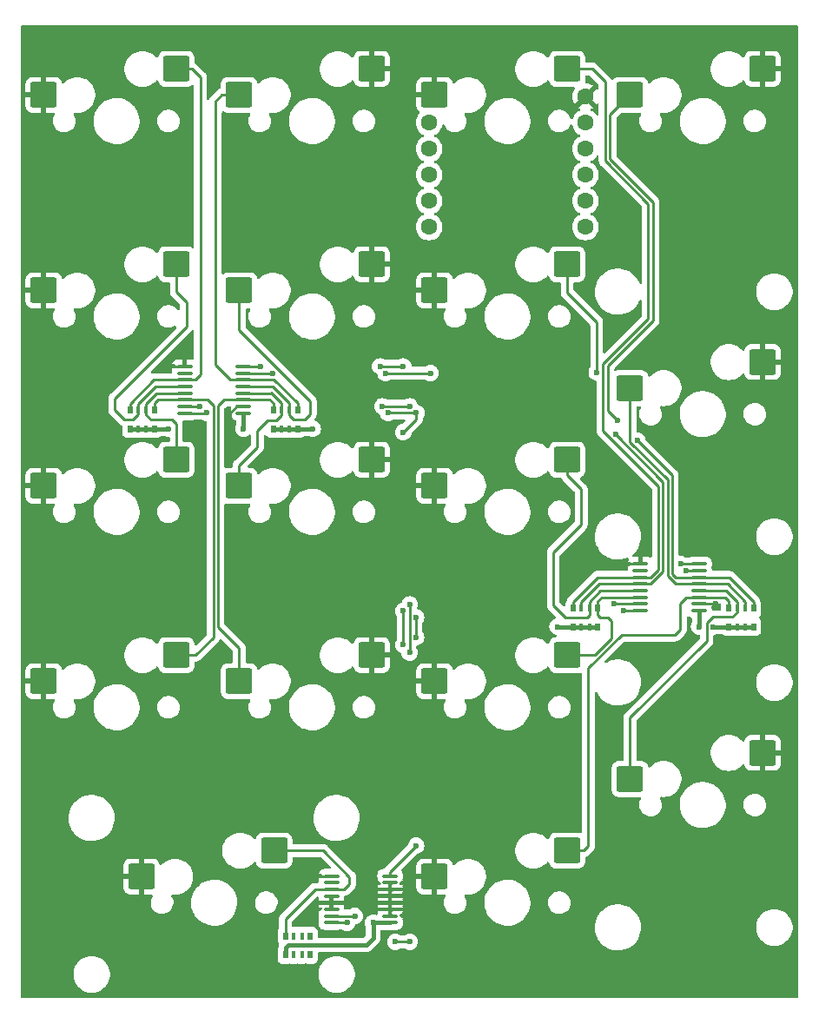
<source format=gbr>
%TF.GenerationSoftware,KiCad,Pcbnew,(7.0.0)*%
%TF.CreationDate,2023-03-18T14:12:53+09:00*%
%TF.ProjectId,hep-numpad,6865702d-6e75-46d7-9061-642e6b696361,rev?*%
%TF.SameCoordinates,Original*%
%TF.FileFunction,Copper,L2,Bot*%
%TF.FilePolarity,Positive*%
%FSLAX46Y46*%
G04 Gerber Fmt 4.6, Leading zero omitted, Abs format (unit mm)*
G04 Created by KiCad (PCBNEW (7.0.0)) date 2023-03-18 14:12:53*
%MOMM*%
%LPD*%
G01*
G04 APERTURE LIST*
G04 Aperture macros list*
%AMRoundRect*
0 Rectangle with rounded corners*
0 $1 Rounding radius*
0 $2 $3 $4 $5 $6 $7 $8 $9 X,Y pos of 4 corners*
0 Add a 4 corners polygon primitive as box body*
4,1,4,$2,$3,$4,$5,$6,$7,$8,$9,$2,$3,0*
0 Add four circle primitives for the rounded corners*
1,1,$1+$1,$2,$3*
1,1,$1+$1,$4,$5*
1,1,$1+$1,$6,$7*
1,1,$1+$1,$8,$9*
0 Add four rect primitives between the rounded corners*
20,1,$1+$1,$2,$3,$4,$5,0*
20,1,$1+$1,$4,$5,$6,$7,0*
20,1,$1+$1,$6,$7,$8,$9,0*
20,1,$1+$1,$8,$9,$2,$3,0*%
G04 Aperture macros list end*
%TA.AperFunction,SMDPad,CuDef*%
%ADD10RoundRect,0.200000X-1.075000X-1.050000X1.075000X-1.050000X1.075000X1.050000X-1.075000X1.050000X0*%
%TD*%
%TA.AperFunction,SMDPad,CuDef*%
%ADD11RoundRect,0.100000X-0.637500X-0.100000X0.637500X-0.100000X0.637500X0.100000X-0.637500X0.100000X0*%
%TD*%
%TA.AperFunction,SMDPad,CuDef*%
%ADD12R,0.500000X0.800000*%
%TD*%
%TA.AperFunction,SMDPad,CuDef*%
%ADD13R,0.400000X0.800000*%
%TD*%
%TA.AperFunction,ComponentPad*%
%ADD14C,1.600000*%
%TD*%
%TA.AperFunction,ViaPad*%
%ADD15C,0.600000*%
%TD*%
%TA.AperFunction,Conductor*%
%ADD16C,0.254000*%
%TD*%
%TA.AperFunction,Conductor*%
%ADD17C,0.381000*%
%TD*%
G04 APERTURE END LIST*
D10*
%TO.P,SW7,1,A*%
%TO.N,Net-(RN2-R2.1)*%
X100865000Y-91280000D03*
%TO.P,SW7,2,B*%
%TO.N,GND*%
X113792000Y-88740000D03*
%TD*%
%TO.P,SW17,1,A*%
%TO.N,GND*%
X91340000Y-129380000D03*
%TO.P,SW17,2,B*%
%TO.N,Net-(RN5-R4.2)*%
X104267000Y-126840000D03*
%TD*%
%TO.P,SW8,1,A*%
%TO.N,Net-(RN2-R1.1)*%
X100865000Y-110330000D03*
%TO.P,SW8,2,B*%
%TO.N,GND*%
X113792000Y-107790000D03*
%TD*%
%TO.P,SW5,1,A*%
%TO.N,Net-(RN2-R4.1)*%
X100865000Y-53180000D03*
%TO.P,SW5,2,B*%
%TO.N,GND*%
X113792000Y-50640000D03*
%TD*%
%TO.P,SW12,1,A*%
%TO.N,GND*%
X119915000Y-110330000D03*
%TO.P,SW12,2,B*%
%TO.N,Net-(RN3-R1.2)*%
X132842000Y-107790000D03*
%TD*%
%TO.P,SW14,1,A*%
%TO.N,Net-(RN4-R3.1)*%
X138965000Y-81755000D03*
%TO.P,SW14,2,B*%
%TO.N,GND*%
X151892000Y-79215000D03*
%TD*%
%TO.P,SW3,1,A*%
%TO.N,GND*%
X81815000Y-91280000D03*
%TO.P,SW3,2,B*%
%TO.N,Net-(RN1-R2.2)*%
X94742000Y-88740000D03*
%TD*%
%TO.P,SW9,1,A*%
%TO.N,GND*%
X119915000Y-53180000D03*
%TO.P,SW9,2,B*%
%TO.N,Net-(RN3-R4.2)*%
X132842000Y-50640000D03*
%TD*%
%TO.P,SW10,1,A*%
%TO.N,GND*%
X119915000Y-72230000D03*
%TO.P,SW10,2,B*%
%TO.N,Net-(RN3-R3.2)*%
X132842000Y-69690000D03*
%TD*%
%TO.P,SW1,1,A*%
%TO.N,GND*%
X81815000Y-53180000D03*
%TO.P,SW1,2,B*%
%TO.N,Net-(RN1-R4.2)*%
X94742000Y-50640000D03*
%TD*%
%TO.P,SW4,1,A*%
%TO.N,GND*%
X81815000Y-110330000D03*
%TO.P,SW4,2,B*%
%TO.N,Net-(RN1-R1.2)*%
X94742000Y-107790000D03*
%TD*%
%TO.P,SW6,1,A*%
%TO.N,Net-(RN2-R3.1)*%
X100865000Y-72230000D03*
%TO.P,SW6,2,B*%
%TO.N,GND*%
X113792000Y-69690000D03*
%TD*%
%TO.P,SW16,1,A*%
%TO.N,GND*%
X119915000Y-129380000D03*
%TO.P,SW16,2,B*%
%TO.N,Net-(RN4-R1.1)*%
X132842000Y-126840000D03*
%TD*%
%TO.P,SW2,1,A*%
%TO.N,GND*%
X81815000Y-72230000D03*
%TO.P,SW2,2,B*%
%TO.N,Net-(RN1-R3.2)*%
X94742000Y-69690000D03*
%TD*%
%TO.P,SW11,1,A*%
%TO.N,GND*%
X119915000Y-91280000D03*
%TO.P,SW11,2,B*%
%TO.N,Net-(RN3-R2.2)*%
X132842000Y-88740000D03*
%TD*%
%TO.P,SW15,1,A*%
%TO.N,Net-(RN4-R2.1)*%
X138965000Y-119855000D03*
%TO.P,SW15,2,B*%
%TO.N,GND*%
X151892000Y-117315000D03*
%TD*%
%TO.P,SW13,1,A*%
%TO.N,Net-(RN4-R4.1)*%
X138965000Y-53180000D03*
%TO.P,SW13,2,B*%
%TO.N,GND*%
X151892000Y-50640000D03*
%TD*%
D11*
%TO.P,U3,1,~{PL}*%
%TO.N,LD*%
X109848400Y-133872700D03*
%TO.P,U3,2,CP*%
%TO.N,CLK*%
X109848400Y-133222700D03*
%TO.P,U3,3,D4*%
%TO.N,GND*%
X109848400Y-132572700D03*
%TO.P,U3,4,D5*%
X109848400Y-131922700D03*
%TO.P,U3,5,D6*%
X109848400Y-131272700D03*
%TO.P,U3,6,D7*%
%TO.N,Net-(RN5-R4.2)*%
X109848400Y-130622700D03*
%TO.P,U3,7,~{Q7}*%
%TO.N,unconnected-(U3-~{Q7}-Pad7)*%
X109848400Y-129972700D03*
%TO.P,U3,8,GND*%
%TO.N,GND*%
X109848400Y-129322700D03*
%TO.P,U3,9,Q7*%
%TO.N,Net-(U2-DS)*%
X115573400Y-129322700D03*
%TO.P,U3,10,DS*%
%TO.N,GND*%
X115573400Y-129972700D03*
%TO.P,U3,11,D0*%
X115573400Y-130622700D03*
%TO.P,U3,12,D1*%
X115573400Y-131272700D03*
%TO.P,U3,13,D2*%
X115573400Y-131922700D03*
%TO.P,U3,14,D3*%
X115573400Y-132572700D03*
%TO.P,U3,15,~{CE}*%
X115573400Y-133222700D03*
%TO.P,U3,16,VCC*%
%TO.N,VDD*%
X115573400Y-133872700D03*
%TD*%
%TO.P,U2,1,~{PL}*%
%TO.N,LD*%
X139979000Y-103454500D03*
%TO.P,U2,2,CP*%
%TO.N,CLK*%
X139979000Y-102804500D03*
%TO.P,U2,3,D4*%
%TO.N,Net-(RN3-R1.2)*%
X139979000Y-102154500D03*
%TO.P,U2,4,D5*%
%TO.N,Net-(RN3-R2.2)*%
X139979000Y-101504500D03*
%TO.P,U2,5,D6*%
%TO.N,Net-(RN3-R3.2)*%
X139979000Y-100854500D03*
%TO.P,U2,6,D7*%
%TO.N,Net-(RN3-R4.2)*%
X139979000Y-100204500D03*
%TO.P,U2,7,~{Q7}*%
%TO.N,unconnected-(U2-~{Q7}-Pad7)*%
X139979000Y-99554500D03*
%TO.P,U2,8,GND*%
%TO.N,GND*%
X139979000Y-98904500D03*
%TO.P,U2,9,Q7*%
%TO.N,Net-(U1-DS)*%
X145704000Y-98904500D03*
%TO.P,U2,10,DS*%
%TO.N,Net-(U2-DS)*%
X145704000Y-99554500D03*
%TO.P,U2,11,D0*%
%TO.N,Net-(RN4-R4.1)*%
X145704000Y-100204500D03*
%TO.P,U2,12,D1*%
%TO.N,Net-(RN4-R3.1)*%
X145704000Y-100854500D03*
%TO.P,U2,13,D2*%
%TO.N,Net-(RN4-R2.1)*%
X145704000Y-101504500D03*
%TO.P,U2,14,D3*%
%TO.N,Net-(RN4-R1.1)*%
X145704000Y-102154500D03*
%TO.P,U2,15,~{CE}*%
%TO.N,GND*%
X145704000Y-102804500D03*
%TO.P,U2,16,VCC*%
%TO.N,VDD*%
X145704000Y-103454500D03*
%TD*%
D12*
%TO.P,RN4,1,R1.1*%
%TO.N,Net-(RN4-R1.1)*%
X148607499Y-103211499D03*
D13*
%TO.P,RN4,2,R2.1*%
%TO.N,Net-(RN4-R2.1)*%
X149407499Y-103211499D03*
%TO.P,RN4,3,R3.1*%
%TO.N,Net-(RN4-R3.1)*%
X150207499Y-103211499D03*
D12*
%TO.P,RN4,4,R4.1*%
%TO.N,Net-(RN4-R4.1)*%
X151007499Y-103211499D03*
%TO.P,RN4,5,R4.2*%
%TO.N,VDD*%
X151007499Y-105011499D03*
D13*
%TO.P,RN4,6,R3.2*%
X150207499Y-105011499D03*
%TO.P,RN4,7,R2.2*%
X149407499Y-105011499D03*
D12*
%TO.P,RN4,8,R1.2*%
X148607499Y-105011499D03*
%TD*%
%TO.P,RN2,1,R1.1*%
%TO.N,Net-(RN2-R1.1)*%
X104176499Y-83907499D03*
D13*
%TO.P,RN2,2,R2.1*%
%TO.N,Net-(RN2-R2.1)*%
X104976499Y-83907499D03*
%TO.P,RN2,3,R3.1*%
%TO.N,Net-(RN2-R3.1)*%
X105776499Y-83907499D03*
D12*
%TO.P,RN2,4,R4.1*%
%TO.N,Net-(RN2-R4.1)*%
X106576499Y-83907499D03*
%TO.P,RN2,5,R4.2*%
%TO.N,VDD*%
X106576499Y-85707499D03*
D13*
%TO.P,RN2,6,R3.2*%
X105776499Y-85707499D03*
%TO.P,RN2,7,R2.2*%
X104976499Y-85707499D03*
D12*
%TO.P,RN2,8,R1.2*%
X104176499Y-85707499D03*
%TD*%
%TO.P,RN1,1,R1.1*%
%TO.N,VDD*%
X92611499Y-85707499D03*
D13*
%TO.P,RN1,2,R2.1*%
X91811499Y-85707499D03*
%TO.P,RN1,3,R3.1*%
X91011499Y-85707499D03*
D12*
%TO.P,RN1,4,R4.1*%
X90211499Y-85707499D03*
%TO.P,RN1,5,R4.2*%
%TO.N,Net-(RN1-R4.2)*%
X90211499Y-83907499D03*
D13*
%TO.P,RN1,6,R3.2*%
%TO.N,Net-(RN1-R3.2)*%
X91011499Y-83907499D03*
%TO.P,RN1,7,R2.2*%
%TO.N,Net-(RN1-R2.2)*%
X91811499Y-83907499D03*
D12*
%TO.P,RN1,8,R1.2*%
%TO.N,Net-(RN1-R1.2)*%
X92611499Y-83907499D03*
%TD*%
%TO.P,RN5,1,R1.1*%
%TO.N,unconnected-(RN5-R1.1-Pad1)*%
X107773399Y-136968099D03*
D13*
%TO.P,RN5,2,R2.1*%
%TO.N,unconnected-(RN5-R2.1-Pad2)*%
X106973399Y-136968099D03*
%TO.P,RN5,3,R3.1*%
%TO.N,unconnected-(RN5-R3.1-Pad3)*%
X106173399Y-136968099D03*
D12*
%TO.P,RN5,4,R4.1*%
%TO.N,VDD*%
X105373399Y-136968099D03*
%TO.P,RN5,5,R4.2*%
%TO.N,Net-(RN5-R4.2)*%
X105373399Y-135168099D03*
D13*
%TO.P,RN5,6,R3.2*%
%TO.N,unconnected-(RN5-R3.2-Pad6)*%
X106173399Y-135168099D03*
%TO.P,RN5,7,R2.2*%
%TO.N,unconnected-(RN5-R2.2-Pad7)*%
X106973399Y-135168099D03*
D12*
%TO.P,RN5,8,R1.2*%
%TO.N,unconnected-(RN5-R1.2-Pad8)*%
X107773399Y-135168099D03*
%TD*%
D14*
%TO.P,U4,3,PA10_A2_D2*%
%TO.N,unconnected-(U4-PA10_A2_D2-Pad3)*%
X119380000Y-55880000D03*
%TO.P,U4,4,PA11_A3_D3*%
%TO.N,unconnected-(U4-PA11_A3_D3-Pad4)*%
X119380000Y-58420000D03*
%TO.P,U4,5,PA8_A4_D4_SDA*%
%TO.N,unconnected-(U4-PA8_A4_D4_SDA-Pad5)*%
X119380000Y-60960000D03*
%TO.P,U4,6,PA9_A5_D5_SCL*%
%TO.N,unconnected-(U4-PA9_A5_D5_SCL-Pad6)*%
X119380000Y-63500000D03*
%TO.P,U4,7,PB08_A6_D6_TX*%
%TO.N,unconnected-(U4-PB08_A6_D6_TX-Pad7)*%
X119380000Y-66040000D03*
%TO.P,U4,8,PB09_A7_D7_RX*%
%TO.N,LD*%
X134620000Y-66040000D03*
%TO.P,U4,9,PA7_A8_D8_SCK*%
%TO.N,CLK*%
X134620000Y-63500000D03*
%TO.P,U4,10,PA5_A9_D9_MISO*%
%TO.N,DATA*%
X134620000Y-60960000D03*
%TO.P,U4,11,PA6_A10_D10_MOSI*%
%TO.N,unconnected-(U4-PA6_A10_D10_MOSI-Pad11)*%
X134620000Y-58420000D03*
%TO.P,U4,12,3V3*%
%TO.N,VDD*%
X134620000Y-55880000D03*
%TO.P,U4,13,GND*%
%TO.N,GND*%
X134620000Y-53340000D03*
%TD*%
D11*
%TO.P,U1,1,~{PL}*%
%TO.N,LD*%
X95562500Y-84188750D03*
%TO.P,U1,2,CP*%
%TO.N,CLK*%
X95562500Y-83538750D03*
%TO.P,U1,3,D4*%
%TO.N,Net-(RN1-R1.2)*%
X95562500Y-82888750D03*
%TO.P,U1,4,D5*%
%TO.N,Net-(RN1-R2.2)*%
X95562500Y-82238750D03*
%TO.P,U1,5,D6*%
%TO.N,Net-(RN1-R3.2)*%
X95562500Y-81588750D03*
%TO.P,U1,6,D7*%
%TO.N,Net-(RN1-R4.2)*%
X95562500Y-80938750D03*
%TO.P,U1,7,~{Q7}*%
%TO.N,unconnected-(U1-~{Q7}-Pad7)*%
X95562500Y-80288750D03*
%TO.P,U1,8,GND*%
%TO.N,GND*%
X95562500Y-79638750D03*
%TO.P,U1,9,Q7*%
%TO.N,DATA*%
X101287500Y-79638750D03*
%TO.P,U1,10,DS*%
%TO.N,Net-(U1-DS)*%
X101287500Y-80288750D03*
%TO.P,U1,11,D0*%
%TO.N,Net-(RN2-R4.1)*%
X101287500Y-80938750D03*
%TO.P,U1,12,D1*%
%TO.N,Net-(RN2-R3.1)*%
X101287500Y-81588750D03*
%TO.P,U1,13,D2*%
%TO.N,Net-(RN2-R2.1)*%
X101287500Y-82238750D03*
%TO.P,U1,14,D3*%
%TO.N,Net-(RN2-R1.1)*%
X101287500Y-82888750D03*
%TO.P,U1,15,~{CE}*%
%TO.N,GND*%
X101287500Y-83538750D03*
%TO.P,U1,16,VCC*%
%TO.N,VDD*%
X101287500Y-84188750D03*
%TD*%
D12*
%TO.P,RN3,1,R1.1*%
%TO.N,VDD*%
X135825999Y-105011499D03*
D13*
%TO.P,RN3,2,R2.1*%
X135025999Y-105011499D03*
%TO.P,RN3,3,R3.1*%
X134225999Y-105011499D03*
D12*
%TO.P,RN3,4,R4.1*%
X133425999Y-105011499D03*
%TO.P,RN3,5,R4.2*%
%TO.N,Net-(RN3-R4.2)*%
X133425999Y-103211499D03*
D13*
%TO.P,RN3,6,R3.2*%
%TO.N,Net-(RN3-R3.2)*%
X134225999Y-103211499D03*
%TO.P,RN3,7,R2.2*%
%TO.N,Net-(RN3-R2.2)*%
X135025999Y-103211499D03*
D12*
%TO.P,RN3,8,R1.2*%
%TO.N,Net-(RN3-R1.2)*%
X135825999Y-103211499D03*
%TD*%
D15*
%TO.N,Net-(RN3-R3.2)*%
X137543379Y-86250721D03*
X135715800Y-80225050D03*
%TO.N,Net-(RN4-R4.1)*%
X139695608Y-86874892D03*
X137750716Y-84930000D03*
%TO.N,GND*%
X99942400Y-86897100D03*
X137947000Y-98904500D03*
X147355000Y-99121500D03*
X147355000Y-102804500D03*
X93694000Y-79632700D03*
X108121200Y-129322700D03*
%TO.N,Net-(U1-DS)*%
X143926000Y-98904500D03*
X104156500Y-80288750D03*
X119507000Y-80288750D03*
X115126500Y-80288750D03*
%TO.N,DATA*%
X116856500Y-79638750D03*
X102938500Y-79638750D03*
X114606500Y-79638750D03*
%TO.N,CLK*%
X137439000Y-102804500D03*
X97053000Y-83538750D03*
X117483000Y-83538750D03*
X117491500Y-135734170D03*
X112134400Y-133222700D03*
X114823400Y-83538750D03*
X117483000Y-102841170D03*
X117491500Y-107540170D03*
X116094500Y-135734170D03*
%TO.N,LD*%
X116856500Y-106778170D03*
X116856500Y-86063750D03*
X138328000Y-103474000D03*
X118126500Y-84173750D03*
X115376500Y-84173750D03*
X116856500Y-103476170D03*
X111372400Y-133872700D03*
X97688000Y-84173750D03*
%TO.N,Net-(U2-DS)*%
X118118000Y-126351500D03*
X118109500Y-104100500D03*
X144434000Y-99554500D03*
X118109500Y-106031500D03*
%TO.N,VDD*%
X147083500Y-105011500D03*
X108037500Y-85707500D03*
X101287500Y-85707500D03*
X113922400Y-133872700D03*
X94008500Y-85707500D03*
X145704000Y-105011500D03*
X131902000Y-105011500D03*
%TD*%
D16*
%TO.N,Net-(RN3-R4.2)*%
X136550800Y-59615252D02*
X140741800Y-63806252D01*
X141723900Y-91317248D02*
X141723900Y-99477700D01*
X135278800Y-50640000D02*
X136550800Y-51912000D01*
X132842000Y-50640000D02*
X135278800Y-50640000D01*
X140997100Y-100204500D02*
X139979000Y-100204500D01*
X141723900Y-99477700D02*
X140997100Y-100204500D01*
X140741800Y-63806252D02*
X140741800Y-75017500D01*
X136550800Y-51912000D02*
X136550800Y-59615252D01*
X133426000Y-103211500D02*
X133426000Y-102557500D01*
X136342800Y-79416500D02*
X136342800Y-85936148D01*
X140741800Y-75017500D02*
X136342800Y-79416500D01*
X136342800Y-85936148D02*
X141723900Y-91317248D01*
X135779000Y-100204500D02*
X139979000Y-100204500D01*
X133426000Y-102557500D02*
X135779000Y-100204500D01*
%TO.N,Net-(RN3-R3.2)*%
X134226000Y-102557500D02*
X135929000Y-100854500D01*
X135715800Y-75325500D02*
X135715800Y-80225050D01*
X142177900Y-90885242D02*
X137543379Y-86250721D01*
X134226000Y-103211500D02*
X134226000Y-102557500D01*
X139979000Y-100854500D02*
X140989152Y-100854500D01*
X142177900Y-99665752D02*
X142177900Y-90885242D01*
X135929000Y-100854500D02*
X139979000Y-100854500D01*
X132842000Y-69690000D02*
X132842000Y-72451700D01*
X140989152Y-100854500D02*
X142177900Y-99665752D01*
X132842000Y-72451700D02*
X135715800Y-75325500D01*
%TO.N,Net-(RN3-R2.2)*%
X132676400Y-104100500D02*
X134791000Y-104100500D01*
X134791000Y-104100500D02*
X135026000Y-103865500D01*
X131482600Y-97775900D02*
X131482600Y-102906700D01*
X132842000Y-88740000D02*
X132842000Y-90244000D01*
X135026000Y-103211500D02*
X135026000Y-102557500D01*
X132842000Y-90244000D02*
X134205500Y-91607500D01*
X135026000Y-102557500D02*
X136079000Y-101504500D01*
X134205500Y-95053000D02*
X131482600Y-97775900D01*
X131482600Y-102906700D02*
X132676400Y-104100500D01*
X134205500Y-91607500D02*
X134205500Y-95053000D01*
X136079000Y-101504500D02*
X139979000Y-101504500D01*
X135026000Y-103865500D02*
X135026000Y-103211500D01*
%TO.N,Net-(RN3-R1.2)*%
X135826000Y-103897300D02*
X135826000Y-103211500D01*
X135826000Y-103211500D02*
X135826000Y-102551100D01*
X136222600Y-102154500D02*
X139979000Y-102154500D01*
X137185800Y-106132500D02*
X135528300Y-107790000D01*
X135826000Y-102551100D02*
X136222600Y-102154500D01*
X136029200Y-104100500D02*
X136804800Y-104100500D01*
X136029200Y-104100500D02*
X135826000Y-103897300D01*
X136804800Y-104100500D02*
X137185800Y-104481500D01*
X135528300Y-107790000D02*
X132842000Y-107790000D01*
X137185800Y-104481500D02*
X137185800Y-106132500D01*
%TO.N,Net-(RN4-R1.1)*%
X134899800Y-109060552D02*
X134899800Y-126418600D01*
X148210700Y-102154500D02*
X145704000Y-102154500D01*
X143857500Y-105319700D02*
X143351948Y-105825252D01*
X144431900Y-102154500D02*
X143857500Y-102728900D01*
X132842000Y-126840000D02*
X134478400Y-126840000D01*
X148607500Y-102551300D02*
X148210700Y-102154500D01*
X134478400Y-126840000D02*
X134899800Y-126418600D01*
X145704000Y-102154500D02*
X144431900Y-102154500D01*
X143857500Y-102728900D02*
X143857500Y-105319700D01*
X143351948Y-105825252D02*
X138135100Y-105825252D01*
X138135100Y-105825252D02*
X134899800Y-109060552D01*
X148607500Y-103211500D02*
X148607500Y-102551300D01*
%TO.N,Net-(RN4-R2.1)*%
X148937500Y-104075100D02*
X149407500Y-103605100D01*
X149407500Y-103211500D02*
X149407500Y-102557500D01*
X146456500Y-104644000D02*
X147025400Y-104075100D01*
X149407500Y-103605100D02*
X149407500Y-103211500D01*
X147025400Y-104075100D02*
X148937500Y-104075100D01*
X146456500Y-106386800D02*
X146456500Y-104644000D01*
X138965000Y-119855000D02*
X138965000Y-113878300D01*
X149407500Y-102557500D02*
X148354500Y-101504500D01*
X148354500Y-101504500D02*
X145704000Y-101504500D01*
X138965000Y-113878300D02*
X146456500Y-106386800D01*
%TO.N,Net-(RN4-R3.1)*%
X142631900Y-90697190D02*
X138965000Y-87030290D01*
X150207500Y-103211500D02*
X150207500Y-102557500D01*
X142631900Y-100053900D02*
X142631900Y-90697190D01*
X145704000Y-100854500D02*
X143432500Y-100854500D01*
X150207500Y-102557500D02*
X148504500Y-100854500D01*
X143432500Y-100854500D02*
X142631900Y-100053900D01*
X138965000Y-87030290D02*
X138965000Y-81755000D01*
X148504500Y-100854500D02*
X145704000Y-100854500D01*
%TO.N,Net-(RN4-R4.1)*%
X136796800Y-79604552D02*
X141195800Y-75205552D01*
X148654500Y-100204500D02*
X145704000Y-100204500D01*
X137004800Y-55140200D02*
X138965000Y-53180000D01*
X143085900Y-99865848D02*
X143424552Y-100204500D01*
X137004800Y-59427200D02*
X137004800Y-55140200D01*
X136796800Y-83976084D02*
X136796800Y-79604552D01*
X151007500Y-102557500D02*
X148654500Y-100204500D01*
X139695608Y-86874892D02*
X143085900Y-90265184D01*
X143085900Y-90265184D02*
X143085900Y-99865848D01*
X151007500Y-103211500D02*
X151007500Y-102557500D01*
X143424552Y-100204500D02*
X145704000Y-100204500D01*
X137750716Y-84930000D02*
X136796800Y-83976084D01*
X141195800Y-63618200D02*
X137004800Y-59427200D01*
X141195800Y-75205552D02*
X141195800Y-63618200D01*
%TO.N,Net-(RN5-R4.2)*%
X109066000Y-126840000D02*
X111624900Y-129398900D01*
X111624900Y-130110100D02*
X111112300Y-130622700D01*
X105373400Y-133501231D02*
X108251931Y-130622700D01*
X111112300Y-130622700D02*
X109848400Y-130622700D01*
X111624900Y-129398900D02*
X111624900Y-130110100D01*
X108251931Y-130622700D02*
X109848400Y-130622700D01*
X104267000Y-126840000D02*
X109066000Y-126840000D01*
X105373400Y-135168100D02*
X105373400Y-133501231D01*
%TO.N,GND*%
X109848400Y-129322700D02*
X108121200Y-129322700D01*
X101287500Y-83538750D02*
X100596131Y-83538750D01*
X100596131Y-83538750D02*
X99942400Y-84192481D01*
X99942400Y-84192481D02*
X99942400Y-85017500D01*
X99942400Y-85017500D02*
X99942400Y-86897100D01*
X145704000Y-102804500D02*
X147355000Y-102804500D01*
X139979000Y-98904500D02*
X137947000Y-98904500D01*
X95562500Y-79638750D02*
X93700050Y-79638750D01*
X93700050Y-79638750D02*
X93694000Y-79632700D01*
%TO.N,Net-(U1-DS)*%
X116856500Y-80288750D02*
X119507000Y-80288750D01*
X116856500Y-80288750D02*
X115126500Y-80288750D01*
X145704000Y-98904500D02*
X143926000Y-98904500D01*
X101287500Y-80288750D02*
X104156500Y-80288750D01*
%TO.N,DATA*%
X101287500Y-79638750D02*
X102938500Y-79638750D01*
X116856500Y-79638750D02*
X114606500Y-79638750D01*
%TO.N,CLK*%
X109848400Y-133222700D02*
X112134400Y-133222700D01*
X114823400Y-83538750D02*
X117483000Y-83538750D01*
X117483000Y-107531670D02*
X117491500Y-107540170D01*
X95562500Y-83538750D02*
X97053000Y-83538750D01*
X117483000Y-102841170D02*
X117483000Y-107531670D01*
X139979000Y-102804500D02*
X137439000Y-102804500D01*
X117491500Y-135734170D02*
X116094500Y-135734170D01*
%TO.N,LD*%
X109848400Y-133872700D02*
X111372400Y-133872700D01*
X139979000Y-103454500D02*
X138347500Y-103454500D01*
X97673000Y-84188750D02*
X97688000Y-84173750D01*
X116856500Y-84173750D02*
X118126500Y-84173750D01*
X95562500Y-84188750D02*
X97673000Y-84188750D01*
X118126500Y-84173750D02*
X118126500Y-84793750D01*
X118126500Y-84793750D02*
X116856500Y-86063750D01*
X138347500Y-103454500D02*
X138328000Y-103474000D01*
X116856500Y-103476170D02*
X116856500Y-106778170D01*
X116856500Y-84173750D02*
X115376500Y-84173750D01*
%TO.N,Net-(U2-DS)*%
X145704000Y-99554500D02*
X144434000Y-99554500D01*
X118109500Y-104100500D02*
X118109500Y-106031500D01*
X115573400Y-128896100D02*
X115573400Y-129322700D01*
X118118000Y-126351500D02*
X115573400Y-128896100D01*
D17*
%TO.N,VDD*%
X104176500Y-85707500D02*
X108037500Y-85707500D01*
X90211500Y-85707500D02*
X94008500Y-85707500D01*
X115573400Y-133872700D02*
X113922400Y-133872700D01*
X145704000Y-103454500D02*
X145704000Y-105011500D01*
X113922400Y-133872700D02*
X113922400Y-135396700D01*
X105655800Y-136031700D02*
X105373400Y-136314100D01*
X151007500Y-105011500D02*
X147083500Y-105011500D01*
X113922400Y-135396700D02*
X113287400Y-136031700D01*
X113287400Y-136031700D02*
X105655800Y-136031700D01*
X135826000Y-105011500D02*
X131902000Y-105011500D01*
X105373400Y-136314100D02*
X105373400Y-136968100D01*
X101287500Y-84188750D02*
X101287500Y-85707500D01*
D16*
%TO.N,Net-(RN2-R4.1)*%
X99175850Y-53180000D02*
X100865000Y-53180000D01*
X101287500Y-80938750D02*
X99966700Y-80938750D01*
X104246750Y-80938750D02*
X104257750Y-80927750D01*
X98544300Y-79516350D02*
X98544300Y-53811550D01*
X98544300Y-53811550D02*
X99175850Y-53180000D01*
X101287500Y-80938750D02*
X104246750Y-80938750D01*
X104257750Y-80927750D02*
X106576500Y-83246500D01*
X99966700Y-80938750D02*
X98544300Y-79516350D01*
X106576500Y-83246500D02*
X106576500Y-83907500D01*
%TO.N,Net-(RN2-R3.1)*%
X107789500Y-83018500D02*
X107789500Y-84288500D01*
X106138500Y-84796500D02*
X105776500Y-84434500D01*
X101287500Y-81588750D02*
X104096750Y-81588750D01*
X104107750Y-81577750D02*
X105776500Y-83246500D01*
X105776500Y-83246500D02*
X105776500Y-83907500D01*
X100865000Y-72230000D02*
X100865000Y-76094000D01*
X100865000Y-76094000D02*
X107789500Y-83018500D01*
X107789500Y-84288500D02*
X107281500Y-84796500D01*
X107281500Y-84796500D02*
X106138500Y-84796500D01*
X104096750Y-81588750D02*
X104107750Y-81577750D01*
X105776500Y-84434500D02*
X105776500Y-83907500D01*
%TO.N,Net-(RN2-R2.1)*%
X104976500Y-83246500D02*
X104976500Y-83907500D01*
X103957750Y-82227750D02*
X104976500Y-83246500D01*
X100865000Y-89265000D02*
X102644500Y-87485500D01*
X101287500Y-82238750D02*
X103946750Y-82238750D01*
X103645500Y-84923500D02*
X104472750Y-84923500D01*
X104976500Y-84419750D02*
X104976500Y-83907500D01*
X102644500Y-87485500D02*
X102644500Y-85924500D01*
X102644500Y-85924500D02*
X103645500Y-84923500D01*
X100865000Y-91280000D02*
X100865000Y-89265000D01*
X103946750Y-82238750D02*
X103957750Y-82227750D01*
X104472750Y-84923500D02*
X104976500Y-84419750D01*
%TO.N,Net-(RN2-R1.1)*%
X104176500Y-83244900D02*
X104176500Y-83907500D01*
X103809350Y-82877750D02*
X104176500Y-83244900D01*
X98795100Y-105034350D02*
X100865000Y-107104250D01*
X99382500Y-82888750D02*
X98795100Y-83476150D01*
X100865000Y-107104250D02*
X100865000Y-110330000D01*
X103798350Y-82888750D02*
X103809350Y-82877750D01*
X98795100Y-83476150D02*
X98795100Y-105034350D01*
X101287500Y-82888750D02*
X99382500Y-82888750D01*
X101287500Y-82888750D02*
X103798350Y-82888750D01*
%TO.N,Net-(RN1-R4.2)*%
X90211500Y-83257500D02*
X90211500Y-83907500D01*
X92530250Y-80938750D02*
X90211500Y-83257500D01*
X96251750Y-50640000D02*
X94742000Y-50640000D01*
X96578500Y-80938750D02*
X97086500Y-80430750D01*
X95562500Y-80938750D02*
X96578500Y-80938750D01*
X97086500Y-51474750D02*
X96251750Y-50640000D01*
X95562500Y-80938750D02*
X92530250Y-80938750D01*
X97086500Y-80430750D02*
X97086500Y-51474750D01*
%TO.N,Net-(RN1-R3.2)*%
X91011500Y-83257500D02*
X91011500Y-83907500D01*
X95724500Y-73366500D02*
X95724500Y-75779500D01*
X94742000Y-69690000D02*
X94742000Y-72384000D01*
X95562500Y-81588750D02*
X92680250Y-81588750D01*
X89628500Y-84796500D02*
X90517500Y-84796500D01*
X91011500Y-84302500D02*
X91011500Y-83907500D01*
X92680250Y-81588750D02*
X91011500Y-83257500D01*
X95724500Y-75779500D02*
X88739500Y-82764500D01*
X90517500Y-84796500D02*
X91011500Y-84302500D01*
X94742000Y-72384000D02*
X95724500Y-73366500D01*
X88739500Y-83907500D02*
X89628500Y-84796500D01*
X88739500Y-82764500D02*
X88739500Y-83907500D01*
%TO.N,Net-(RN1-R2.2)*%
X94327500Y-84796500D02*
X92246500Y-84796500D01*
X95562500Y-82238750D02*
X92830250Y-82238750D01*
X91811500Y-84361500D02*
X91811500Y-83907500D01*
X94742000Y-88740000D02*
X94742000Y-85211000D01*
X92830250Y-82238750D02*
X91811500Y-83257500D01*
X94742000Y-85211000D02*
X94327500Y-84796500D01*
X91811500Y-83257500D02*
X91811500Y-83907500D01*
X92246500Y-84796500D02*
X91811500Y-84361500D01*
%TO.N,Net-(RN1-R1.2)*%
X95559850Y-82886100D02*
X92967100Y-82886100D01*
X92967100Y-82886100D02*
X92611500Y-83241700D01*
X92611500Y-83241700D02*
X92611500Y-83907500D01*
X95562500Y-82888750D02*
X95559850Y-82886100D01*
X94742000Y-107790000D02*
X96610450Y-107790000D01*
X96610450Y-107790000D02*
X98341100Y-106059350D01*
X98341100Y-106059350D02*
X98341100Y-83453350D01*
X97776500Y-82888750D02*
X95562500Y-82888750D01*
X98341100Y-83453350D02*
X97776500Y-82888750D01*
%TD*%
%TA.AperFunction,Conductor*%
%TO.N,GND*%
G36*
X147795000Y-102798613D02*
G01*
X147840387Y-102844000D01*
X147857000Y-102906000D01*
X147857001Y-103323600D01*
X147840388Y-103385600D01*
X147795001Y-103430987D01*
X147733001Y-103447600D01*
X147103445Y-103447600D01*
X147092332Y-103447076D01*
X147084923Y-103445420D01*
X147077131Y-103445664D01*
X147077122Y-103445664D01*
X147069891Y-103445892D01*
X147006260Y-103430614D01*
X146959267Y-103385073D01*
X146942352Y-103323246D01*
X146942265Y-103323252D01*
X146942236Y-103322822D01*
X146941999Y-103321953D01*
X146941999Y-103319195D01*
X146941999Y-103319194D01*
X146941999Y-103315140D01*
X146926544Y-103197738D01*
X146917662Y-103176296D01*
X146908224Y-103128843D01*
X146917664Y-103081389D01*
X146922946Y-103068637D01*
X146927116Y-103053073D01*
X146940970Y-102947843D01*
X146941500Y-102939769D01*
X146941500Y-102906000D01*
X146958113Y-102844000D01*
X147003500Y-102798613D01*
X147065500Y-102782000D01*
X147733000Y-102782000D01*
X147795000Y-102798613D01*
G37*
%TD.AperFunction*%
%TA.AperFunction,Conductor*%
G36*
X99988001Y-83532863D02*
G01*
X100033388Y-83578250D01*
X100050001Y-83640250D01*
X100050001Y-83674018D01*
X100050530Y-83682094D01*
X100064383Y-83787322D01*
X100068553Y-83802888D01*
X100073837Y-83815644D01*
X100083275Y-83863093D01*
X100073838Y-83910542D01*
X100068068Y-83924472D01*
X100068065Y-83924480D01*
X100064956Y-83931988D01*
X100063895Y-83940043D01*
X100063894Y-83940049D01*
X100050029Y-84045368D01*
X100049500Y-84049389D01*
X100049500Y-84053441D01*
X100049500Y-84053442D01*
X100049500Y-84324055D01*
X100049500Y-84324070D01*
X100049501Y-84328110D01*
X100050029Y-84332124D01*
X100050030Y-84332132D01*
X100062816Y-84429258D01*
X100064956Y-84445512D01*
X100068063Y-84453013D01*
X100068065Y-84453020D01*
X100114397Y-84564873D01*
X100125464Y-84591591D01*
X100221718Y-84717032D01*
X100347159Y-84813286D01*
X100493238Y-84873794D01*
X100501296Y-84874854D01*
X100504592Y-84875738D01*
X100552205Y-84900523D01*
X100584882Y-84943108D01*
X100596500Y-84995513D01*
X100596500Y-85266888D01*
X100577493Y-85332861D01*
X100565413Y-85352084D01*
X100565408Y-85352094D01*
X100561711Y-85357978D01*
X100559415Y-85364536D01*
X100559413Y-85364543D01*
X100504430Y-85521675D01*
X100504428Y-85521682D01*
X100502132Y-85528245D01*
X100501352Y-85535162D01*
X100501352Y-85535165D01*
X100490388Y-85632476D01*
X100481935Y-85707500D01*
X100482715Y-85714423D01*
X100500990Y-85876625D01*
X100502132Y-85886755D01*
X100504428Y-85893319D01*
X100504430Y-85893324D01*
X100559413Y-86050456D01*
X100561711Y-86057022D01*
X100657684Y-86209762D01*
X100785238Y-86337316D01*
X100937978Y-86433289D01*
X101108245Y-86492868D01*
X101287500Y-86513065D01*
X101466755Y-86492868D01*
X101637022Y-86433289D01*
X101789762Y-86337316D01*
X101805319Y-86321759D01*
X101854682Y-86291509D01*
X101912398Y-86286967D01*
X101965885Y-86309122D01*
X102003485Y-86353145D01*
X102017000Y-86409440D01*
X102017000Y-87174219D01*
X102007561Y-87221672D01*
X101980681Y-87261900D01*
X100476479Y-88766100D01*
X100468243Y-88773594D01*
X100461838Y-88777660D01*
X100456505Y-88783337D01*
X100456501Y-88783342D01*
X100415645Y-88826848D01*
X100412941Y-88829639D01*
X100393377Y-88849204D01*
X100391003Y-88852264D01*
X100390984Y-88852286D01*
X100390879Y-88852423D01*
X100383317Y-88861273D01*
X100358647Y-88887544D01*
X100358639Y-88887554D01*
X100353307Y-88893233D01*
X100349555Y-88900056D01*
X100349548Y-88900067D01*
X100343606Y-88910877D01*
X100332928Y-88927133D01*
X100325373Y-88936873D01*
X100325369Y-88936878D01*
X100320592Y-88943038D01*
X100317498Y-88950187D01*
X100317496Y-88950191D01*
X100303185Y-88983263D01*
X100298047Y-88993750D01*
X100291134Y-89006326D01*
X100276928Y-89032166D01*
X100274991Y-89039709D01*
X100274986Y-89039722D01*
X100271919Y-89051670D01*
X100265620Y-89070067D01*
X100257626Y-89088542D01*
X100256406Y-89096242D01*
X100256405Y-89096247D01*
X100250769Y-89131831D01*
X100248401Y-89143266D01*
X100239438Y-89178174D01*
X100239436Y-89178185D01*
X100237500Y-89185728D01*
X100237500Y-89193524D01*
X100237500Y-89205859D01*
X100235972Y-89225257D01*
X100232825Y-89245133D01*
X100233559Y-89252898D01*
X100233559Y-89252900D01*
X100236950Y-89288769D01*
X100237500Y-89300439D01*
X100237500Y-89405500D01*
X100220887Y-89467500D01*
X100175500Y-89512887D01*
X100113500Y-89529500D01*
X99733384Y-89529500D01*
X99730581Y-89529754D01*
X99730574Y-89529755D01*
X99669338Y-89535320D01*
X99669335Y-89535320D01*
X99662804Y-89535914D01*
X99656549Y-89537862D01*
X99656534Y-89537866D01*
X99583490Y-89560628D01*
X99526093Y-89564535D01*
X99473110Y-89542119D01*
X99435946Y-89498204D01*
X99422600Y-89442243D01*
X99422600Y-83787431D01*
X99432039Y-83739978D01*
X99458919Y-83699750D01*
X99606100Y-83552569D01*
X99646328Y-83525689D01*
X99693781Y-83516250D01*
X99926001Y-83516250D01*
X99988001Y-83532863D01*
G37*
%TD.AperFunction*%
%TA.AperFunction,Conductor*%
G36*
X96401443Y-76119871D02*
G01*
X96443662Y-76164831D01*
X96459000Y-76224568D01*
X96459000Y-78826276D01*
X96439581Y-78892901D01*
X96387405Y-78938658D01*
X96318815Y-78949215D01*
X96243343Y-78939279D01*
X96235270Y-78938750D01*
X95778826Y-78938750D01*
X95765950Y-78942200D01*
X95762500Y-78955076D01*
X95762500Y-79464250D01*
X95745887Y-79526250D01*
X95700500Y-79571637D01*
X95638500Y-79588250D01*
X95479667Y-79588250D01*
X95424823Y-79575462D01*
X95381291Y-79539736D01*
X95358049Y-79488440D01*
X95359893Y-79432155D01*
X95362500Y-79422426D01*
X95362500Y-78955077D01*
X95359049Y-78942201D01*
X95346174Y-78938751D01*
X94889733Y-78938751D01*
X94881655Y-78939280D01*
X94776429Y-78953132D01*
X94760857Y-78957305D01*
X94629921Y-79011540D01*
X94615963Y-79019597D01*
X94503517Y-79105881D01*
X94492131Y-79117267D01*
X94405847Y-79229713D01*
X94397790Y-79243671D01*
X94343556Y-79374604D01*
X94339382Y-79390181D01*
X94335298Y-79421197D01*
X94337404Y-79434876D01*
X94350692Y-79438750D01*
X94552022Y-79438750D01*
X94614023Y-79455363D01*
X94659410Y-79500751D01*
X94676022Y-79562753D01*
X94659407Y-79624753D01*
X94621197Y-79662960D01*
X94622159Y-79664214D01*
X94503163Y-79755522D01*
X94503160Y-79755524D01*
X94496718Y-79760468D01*
X94491777Y-79766906D01*
X94491768Y-79766916D01*
X94473874Y-79790237D01*
X94430342Y-79825962D01*
X94375499Y-79838750D01*
X94350690Y-79838750D01*
X94337405Y-79842622D01*
X94335299Y-79856303D01*
X94339383Y-79887322D01*
X94343553Y-79902888D01*
X94348837Y-79915644D01*
X94358275Y-79963093D01*
X94348838Y-80010542D01*
X94343068Y-80024472D01*
X94343065Y-80024480D01*
X94339956Y-80031988D01*
X94338895Y-80040043D01*
X94338894Y-80040049D01*
X94325029Y-80145368D01*
X94324500Y-80149389D01*
X94324500Y-80153442D01*
X94324500Y-80153443D01*
X94324500Y-80187250D01*
X94307887Y-80249250D01*
X94262500Y-80294637D01*
X94200500Y-80311250D01*
X92608295Y-80311250D01*
X92597183Y-80310726D01*
X92589773Y-80309070D01*
X92581974Y-80309315D01*
X92522332Y-80311189D01*
X92518438Y-80311250D01*
X92490774Y-80311250D01*
X92486921Y-80311736D01*
X92486912Y-80311737D01*
X92486758Y-80311757D01*
X92475135Y-80312671D01*
X92439102Y-80313803D01*
X92439094Y-80313804D01*
X92431308Y-80314049D01*
X92423823Y-80316223D01*
X92423819Y-80316224D01*
X92411968Y-80319667D01*
X92392932Y-80323609D01*
X92380124Y-80325228D01*
X92319658Y-80317787D01*
X92270034Y-80282446D01*
X92243230Y-80227738D01*
X92245716Y-80166866D01*
X92276891Y-80114527D01*
X96113034Y-76278383D01*
X96121248Y-76270909D01*
X96127662Y-76266840D01*
X96173885Y-76217616D01*
X96176501Y-76214916D01*
X96196123Y-76195296D01*
X96198586Y-76192119D01*
X96206184Y-76183220D01*
X96236193Y-76151267D01*
X96237033Y-76149737D01*
X96282203Y-76112369D01*
X96342786Y-76100813D01*
X96401443Y-76119871D01*
G37*
%TD.AperFunction*%
%TA.AperFunction,Conductor*%
G36*
X155314000Y-46408113D02*
G01*
X155359387Y-46453500D01*
X155376000Y-46515500D01*
X155376000Y-141116500D01*
X155359387Y-141178500D01*
X155314000Y-141223887D01*
X155252000Y-141240500D01*
X79701000Y-141240500D01*
X79639000Y-141223887D01*
X79593613Y-141178500D01*
X79577000Y-141116500D01*
X79577000Y-139037980D01*
X84712500Y-139037980D01*
X84713190Y-139042564D01*
X84713191Y-139042565D01*
X84751447Y-139296385D01*
X84751449Y-139296395D01*
X84752139Y-139300971D01*
X84753503Y-139305394D01*
X84753505Y-139305401D01*
X84829165Y-139550684D01*
X84829169Y-139550694D01*
X84830533Y-139555116D01*
X84832542Y-139559289D01*
X84832545Y-139559295D01*
X84943913Y-139790552D01*
X84945929Y-139794738D01*
X85095750Y-140014485D01*
X85276649Y-140209448D01*
X85484585Y-140375272D01*
X85622639Y-140454977D01*
X85710893Y-140505931D01*
X85710898Y-140505933D01*
X85714914Y-140508252D01*
X85962490Y-140605419D01*
X86221783Y-140664601D01*
X86420599Y-140679500D01*
X86551084Y-140679500D01*
X86553401Y-140679500D01*
X86752217Y-140664601D01*
X87011510Y-140605419D01*
X87259086Y-140508252D01*
X87489415Y-140375272D01*
X87697351Y-140209448D01*
X87878250Y-140014485D01*
X88028071Y-139794738D01*
X88143467Y-139555116D01*
X88221861Y-139300971D01*
X88261500Y-139037980D01*
X108588500Y-139037980D01*
X108589190Y-139042564D01*
X108589191Y-139042565D01*
X108627447Y-139296385D01*
X108627449Y-139296395D01*
X108628139Y-139300971D01*
X108629503Y-139305394D01*
X108629505Y-139305401D01*
X108705165Y-139550684D01*
X108705169Y-139550694D01*
X108706533Y-139555116D01*
X108708542Y-139559289D01*
X108708545Y-139559295D01*
X108819913Y-139790552D01*
X108821929Y-139794738D01*
X108971750Y-140014485D01*
X109152649Y-140209448D01*
X109360585Y-140375272D01*
X109498639Y-140454977D01*
X109586893Y-140505931D01*
X109586898Y-140505933D01*
X109590914Y-140508252D01*
X109838490Y-140605419D01*
X110097783Y-140664601D01*
X110296599Y-140679500D01*
X110427084Y-140679500D01*
X110429401Y-140679500D01*
X110628217Y-140664601D01*
X110887510Y-140605419D01*
X111135086Y-140508252D01*
X111365415Y-140375272D01*
X111573351Y-140209448D01*
X111754250Y-140014485D01*
X111904071Y-139794738D01*
X112019467Y-139555116D01*
X112097861Y-139300971D01*
X112137500Y-139037980D01*
X112137500Y-138772020D01*
X112097861Y-138509029D01*
X112019467Y-138254884D01*
X111904071Y-138015262D01*
X111754250Y-137795515D01*
X111573351Y-137600552D01*
X111365415Y-137434728D01*
X111299573Y-137396714D01*
X111139106Y-137304068D01*
X111139096Y-137304063D01*
X111135086Y-137301748D01*
X110887510Y-137204581D01*
X110882984Y-137203548D01*
X110882981Y-137203547D01*
X110632736Y-137146430D01*
X110632730Y-137146429D01*
X110628217Y-137145399D01*
X110623595Y-137145052D01*
X110623591Y-137145052D01*
X110431715Y-137130673D01*
X110431704Y-137130672D01*
X110429401Y-137130500D01*
X110296599Y-137130500D01*
X110294296Y-137130672D01*
X110294284Y-137130673D01*
X110102408Y-137145052D01*
X110102402Y-137145052D01*
X110097783Y-137145399D01*
X110093271Y-137146428D01*
X110093263Y-137146430D01*
X109843018Y-137203547D01*
X109843011Y-137203548D01*
X109838490Y-137204581D01*
X109834170Y-137206276D01*
X109834165Y-137206278D01*
X109595234Y-137300052D01*
X109595228Y-137300054D01*
X109590914Y-137301748D01*
X109586908Y-137304060D01*
X109586893Y-137304068D01*
X109364603Y-137432408D01*
X109360585Y-137434728D01*
X109356961Y-137437617D01*
X109356958Y-137437620D01*
X109156276Y-137597659D01*
X109156271Y-137597662D01*
X109152649Y-137600552D01*
X109149493Y-137603952D01*
X109149490Y-137603956D01*
X108974909Y-137792109D01*
X108974901Y-137792118D01*
X108971750Y-137795515D01*
X108969144Y-137799336D01*
X108969137Y-137799346D01*
X108921921Y-137868600D01*
X108821929Y-138015262D01*
X108819916Y-138019440D01*
X108819913Y-138019447D01*
X108708545Y-138250704D01*
X108708540Y-138250715D01*
X108706533Y-138254884D01*
X108705170Y-138259300D01*
X108705165Y-138259315D01*
X108629505Y-138504598D01*
X108629502Y-138504607D01*
X108628139Y-138509029D01*
X108627449Y-138513601D01*
X108627447Y-138513614D01*
X108589191Y-138767434D01*
X108588500Y-138772020D01*
X108588500Y-139037980D01*
X88261500Y-139037980D01*
X88261500Y-138772020D01*
X88221861Y-138509029D01*
X88143467Y-138254884D01*
X88028071Y-138015262D01*
X87878250Y-137795515D01*
X87697351Y-137600552D01*
X87489415Y-137434728D01*
X87423573Y-137396714D01*
X87263106Y-137304068D01*
X87263096Y-137304063D01*
X87259086Y-137301748D01*
X87011510Y-137204581D01*
X87006984Y-137203548D01*
X87006981Y-137203547D01*
X86756736Y-137146430D01*
X86756730Y-137146429D01*
X86752217Y-137145399D01*
X86747595Y-137145052D01*
X86747591Y-137145052D01*
X86555715Y-137130673D01*
X86555704Y-137130672D01*
X86553401Y-137130500D01*
X86420599Y-137130500D01*
X86418296Y-137130672D01*
X86418284Y-137130673D01*
X86226408Y-137145052D01*
X86226402Y-137145052D01*
X86221783Y-137145399D01*
X86217271Y-137146428D01*
X86217263Y-137146430D01*
X85967018Y-137203547D01*
X85967011Y-137203548D01*
X85962490Y-137204581D01*
X85958170Y-137206276D01*
X85958165Y-137206278D01*
X85719234Y-137300052D01*
X85719228Y-137300054D01*
X85714914Y-137301748D01*
X85710908Y-137304060D01*
X85710893Y-137304068D01*
X85488603Y-137432408D01*
X85484585Y-137434728D01*
X85480961Y-137437617D01*
X85480958Y-137437620D01*
X85280276Y-137597659D01*
X85280271Y-137597662D01*
X85276649Y-137600552D01*
X85273493Y-137603952D01*
X85273490Y-137603956D01*
X85098909Y-137792109D01*
X85098901Y-137792118D01*
X85095750Y-137795515D01*
X85093144Y-137799336D01*
X85093137Y-137799346D01*
X85045921Y-137868600D01*
X84945929Y-138015262D01*
X84943916Y-138019440D01*
X84943913Y-138019447D01*
X84832545Y-138250704D01*
X84832540Y-138250715D01*
X84830533Y-138254884D01*
X84829170Y-138259300D01*
X84829165Y-138259315D01*
X84753505Y-138504598D01*
X84753502Y-138504607D01*
X84752139Y-138509029D01*
X84751449Y-138513601D01*
X84751447Y-138513614D01*
X84713191Y-138767434D01*
X84712500Y-138772020D01*
X84712500Y-139037980D01*
X79577000Y-139037980D01*
X79577000Y-130483753D01*
X89565001Y-130483753D01*
X89565256Y-130489386D01*
X89570815Y-130550570D01*
X89573361Y-130563369D01*
X89619748Y-130712232D01*
X89625864Y-130725820D01*
X89706045Y-130858456D01*
X89715228Y-130870177D01*
X89824822Y-130979771D01*
X89836543Y-130988954D01*
X89969179Y-131069135D01*
X89982767Y-131075251D01*
X90131627Y-131121638D01*
X90144431Y-131124184D01*
X90205615Y-131129744D01*
X90211244Y-131130000D01*
X91073674Y-131130000D01*
X91086549Y-131126549D01*
X91090000Y-131113674D01*
X91090000Y-131113673D01*
X91590000Y-131113673D01*
X91593450Y-131126548D01*
X91606326Y-131129999D01*
X92314546Y-131129999D01*
X92376546Y-131146612D01*
X92421933Y-131191999D01*
X92438546Y-131253999D01*
X92421933Y-131315998D01*
X92414104Y-131329559D01*
X92341530Y-131455260D01*
X92341527Y-131455264D01*
X92338574Y-131460381D01*
X92336643Y-131465960D01*
X92336639Y-131465969D01*
X92271709Y-131653572D01*
X92271706Y-131653581D01*
X92269778Y-131659154D01*
X92268938Y-131664990D01*
X92268937Y-131664998D01*
X92240682Y-131861515D01*
X92240681Y-131861521D01*
X92239843Y-131867355D01*
X92240123Y-131873239D01*
X92240123Y-131873246D01*
X92246128Y-131999296D01*
X92249852Y-132077459D01*
X92270525Y-132162674D01*
X92281922Y-132209655D01*
X92299442Y-132281871D01*
X92301895Y-132287242D01*
X92301897Y-132287248D01*
X92384363Y-132467824D01*
X92384365Y-132467828D01*
X92386821Y-132473205D01*
X92390250Y-132478020D01*
X92390251Y-132478022D01*
X92505400Y-132639726D01*
X92508831Y-132644544D01*
X92661063Y-132789697D01*
X92838014Y-132903416D01*
X93033288Y-132981593D01*
X93239829Y-133021400D01*
X93394514Y-133021400D01*
X93397468Y-133021400D01*
X93554389Y-133006416D01*
X93756211Y-132947156D01*
X93943170Y-132850771D01*
X94108510Y-132720747D01*
X94246255Y-132561781D01*
X94351426Y-132379619D01*
X94420222Y-132180846D01*
X94446919Y-131995164D01*
X96176833Y-131995164D01*
X96177247Y-131999285D01*
X96177248Y-131999296D01*
X96205676Y-132281871D01*
X96206911Y-132294145D01*
X96207871Y-132298173D01*
X96207873Y-132298185D01*
X96272091Y-132567654D01*
X96276570Y-132586449D01*
X96278060Y-132590318D01*
X96278062Y-132590324D01*
X96346963Y-132769218D01*
X96384569Y-132866860D01*
X96386553Y-132870481D01*
X96386559Y-132870493D01*
X96494750Y-133067915D01*
X96528979Y-133130375D01*
X96531435Y-133133708D01*
X96531438Y-133133713D01*
X96686687Y-133344418D01*
X96707223Y-133372290D01*
X96916121Y-133588289D01*
X97041997Y-133687692D01*
X97148691Y-133771948D01*
X97148695Y-133771950D01*
X97151946Y-133774518D01*
X97155510Y-133776629D01*
X97155513Y-133776631D01*
X97284553Y-133853061D01*
X97410487Y-133927652D01*
X97414291Y-133929265D01*
X97414295Y-133929267D01*
X97493817Y-133962987D01*
X97687133Y-134044960D01*
X97976946Y-134124348D01*
X98274755Y-134164400D01*
X98497951Y-134164400D01*
X98500033Y-134164400D01*
X98724819Y-134149352D01*
X99019287Y-134089499D01*
X99303151Y-133990931D01*
X99571343Y-133855407D01*
X99819080Y-133685346D01*
X100041939Y-133483782D01*
X100235943Y-133254312D01*
X100397631Y-133001032D01*
X100524118Y-132728460D01*
X100613146Y-132441462D01*
X100663126Y-132145158D01*
X100672414Y-131867355D01*
X102399843Y-131867355D01*
X102400123Y-131873239D01*
X102400123Y-131873246D01*
X102406128Y-131999296D01*
X102409852Y-132077459D01*
X102430525Y-132162674D01*
X102441922Y-132209655D01*
X102459442Y-132281871D01*
X102461895Y-132287242D01*
X102461897Y-132287248D01*
X102544363Y-132467824D01*
X102544365Y-132467828D01*
X102546821Y-132473205D01*
X102550250Y-132478020D01*
X102550251Y-132478022D01*
X102665400Y-132639726D01*
X102668831Y-132644544D01*
X102821063Y-132789697D01*
X102998014Y-132903416D01*
X103193288Y-132981593D01*
X103399829Y-133021400D01*
X103554514Y-133021400D01*
X103557468Y-133021400D01*
X103714389Y-133006416D01*
X103916211Y-132947156D01*
X104103170Y-132850771D01*
X104268510Y-132720747D01*
X104406255Y-132561781D01*
X104511426Y-132379619D01*
X104580222Y-132180846D01*
X104610157Y-131972645D01*
X104600148Y-131762541D01*
X104550558Y-131558129D01*
X104540833Y-131536835D01*
X104465636Y-131372175D01*
X104465635Y-131372174D01*
X104463179Y-131366795D01*
X104341169Y-131195456D01*
X104188937Y-131050303D01*
X104011986Y-130936584D01*
X103816712Y-130858407D01*
X103810908Y-130857288D01*
X103810907Y-130857288D01*
X103615968Y-130819717D01*
X103615965Y-130819716D01*
X103610171Y-130818600D01*
X103452532Y-130818600D01*
X103449603Y-130818879D01*
X103449596Y-130818880D01*
X103301491Y-130833022D01*
X103301485Y-130833023D01*
X103295611Y-130833584D01*
X103289943Y-130835248D01*
X103289939Y-130835249D01*
X103099454Y-130891180D01*
X103099448Y-130891182D01*
X103093789Y-130892844D01*
X103088544Y-130895547D01*
X103088539Y-130895550D01*
X102912079Y-130986522D01*
X102912071Y-130986526D01*
X102906830Y-130989229D01*
X102902188Y-130992878D01*
X102902187Y-130992880D01*
X102746135Y-131115599D01*
X102746128Y-131115605D01*
X102741490Y-131119253D01*
X102737626Y-131123711D01*
X102737621Y-131123717D01*
X102607611Y-131273756D01*
X102607605Y-131273763D01*
X102603745Y-131278219D01*
X102600794Y-131283329D01*
X102600792Y-131283333D01*
X102501530Y-131455260D01*
X102501527Y-131455264D01*
X102498574Y-131460381D01*
X102496643Y-131465960D01*
X102496639Y-131465969D01*
X102431709Y-131653572D01*
X102431706Y-131653581D01*
X102429778Y-131659154D01*
X102428938Y-131664990D01*
X102428937Y-131664998D01*
X102400682Y-131861515D01*
X102400681Y-131861521D01*
X102399843Y-131867355D01*
X100672414Y-131867355D01*
X100673167Y-131844836D01*
X100643089Y-131545855D01*
X100573430Y-131253551D01*
X100465431Y-130973140D01*
X100460019Y-130963265D01*
X100329896Y-130725820D01*
X100321021Y-130709625D01*
X100286964Y-130663403D01*
X100157396Y-130487551D01*
X100142777Y-130467710D01*
X99933879Y-130251711D01*
X99788840Y-130137175D01*
X99701308Y-130068051D01*
X99701301Y-130068046D01*
X99698054Y-130065482D01*
X99694493Y-130063372D01*
X99694486Y-130063368D01*
X99443074Y-129914457D01*
X99443071Y-129914455D01*
X99439513Y-129912348D01*
X99435714Y-129910737D01*
X99435704Y-129910732D01*
X99166676Y-129796655D01*
X99166673Y-129796654D01*
X99162867Y-129795040D01*
X99158880Y-129793948D01*
X99158872Y-129793945D01*
X98877049Y-129716746D01*
X98877044Y-129716745D01*
X98873054Y-129715652D01*
X98868959Y-129715101D01*
X98868953Y-129715100D01*
X98579344Y-129676151D01*
X98579340Y-129676150D01*
X98575245Y-129675600D01*
X98349967Y-129675600D01*
X98347893Y-129675738D01*
X98347888Y-129675739D01*
X98129313Y-129690371D01*
X98129307Y-129690371D01*
X98125181Y-129690648D01*
X98121124Y-129691472D01*
X98121121Y-129691473D01*
X97834781Y-129749674D01*
X97834778Y-129749674D01*
X97830713Y-129750501D01*
X97826799Y-129751860D01*
X97826792Y-129751862D01*
X97550761Y-129847710D01*
X97550753Y-129847713D01*
X97546849Y-129849069D01*
X97543152Y-129850936D01*
X97543150Y-129850938D01*
X97282358Y-129982722D01*
X97282348Y-129982727D01*
X97278657Y-129984593D01*
X97275246Y-129986934D01*
X97275240Y-129986938D01*
X97034337Y-130152307D01*
X97034323Y-130152317D01*
X97030920Y-130154654D01*
X97027855Y-130157425D01*
X97027845Y-130157434D01*
X96811135Y-130353437D01*
X96811129Y-130353442D01*
X96808061Y-130356218D01*
X96805392Y-130359373D01*
X96805386Y-130359381D01*
X96616732Y-130582523D01*
X96616726Y-130582530D01*
X96614057Y-130585688D01*
X96611834Y-130589169D01*
X96611826Y-130589181D01*
X96454595Y-130835480D01*
X96454591Y-130835487D01*
X96452369Y-130838968D01*
X96450629Y-130842717D01*
X96450626Y-130842723D01*
X96327627Y-131107778D01*
X96327623Y-131107787D01*
X96325882Y-131111540D01*
X96324656Y-131115490D01*
X96324654Y-131115497D01*
X96238081Y-131394582D01*
X96236854Y-131398538D01*
X96236165Y-131402616D01*
X96236165Y-131402621D01*
X96192894Y-131659154D01*
X96186874Y-131694842D01*
X96186736Y-131698965D01*
X96186735Y-131698977D01*
X96176971Y-131991016D01*
X96176971Y-131991026D01*
X96176833Y-131995164D01*
X94446919Y-131995164D01*
X94450157Y-131972645D01*
X94440148Y-131762541D01*
X94390558Y-131558129D01*
X94380833Y-131536835D01*
X94305636Y-131372175D01*
X94305635Y-131372174D01*
X94303179Y-131366795D01*
X94264880Y-131313012D01*
X94242061Y-131247618D01*
X94257875Y-131180185D01*
X94307390Y-131131754D01*
X94375153Y-131117434D01*
X94549506Y-131130500D01*
X94678177Y-131130500D01*
X94680494Y-131130500D01*
X94876630Y-131115802D01*
X95132416Y-131057420D01*
X95376643Y-130961568D01*
X95603857Y-130830386D01*
X95808981Y-130666805D01*
X95987433Y-130474479D01*
X96135228Y-130257704D01*
X96249063Y-130021323D01*
X96326396Y-129770615D01*
X96365500Y-129511182D01*
X96365500Y-129248818D01*
X96326396Y-128989385D01*
X96264731Y-128789471D01*
X96250430Y-128743108D01*
X96250428Y-128743105D01*
X96249063Y-128738677D01*
X96135228Y-128502296D01*
X95987433Y-128285521D01*
X95808981Y-128093195D01*
X95603857Y-127929614D01*
X95509216Y-127874973D01*
X95380664Y-127800753D01*
X95380658Y-127800750D01*
X95376643Y-127798432D01*
X95372324Y-127796737D01*
X95372318Y-127796734D01*
X95136738Y-127704276D01*
X95136734Y-127704275D01*
X95132416Y-127702580D01*
X95127893Y-127701547D01*
X95127891Y-127701547D01*
X94881149Y-127645229D01*
X94881143Y-127645228D01*
X94876630Y-127644198D01*
X94872008Y-127643851D01*
X94872004Y-127643851D01*
X94682808Y-127629673D01*
X94682797Y-127629672D01*
X94680494Y-127629500D01*
X94549506Y-127629500D01*
X94547203Y-127629672D01*
X94547191Y-127629673D01*
X94357995Y-127643851D01*
X94357989Y-127643851D01*
X94353370Y-127644198D01*
X94348858Y-127645227D01*
X94348850Y-127645229D01*
X94102108Y-127701547D01*
X94102102Y-127701548D01*
X94097584Y-127702580D01*
X94093268Y-127704273D01*
X94093261Y-127704276D01*
X93857681Y-127796734D01*
X93857670Y-127796739D01*
X93853357Y-127798432D01*
X93849346Y-127800747D01*
X93849335Y-127800753D01*
X93674763Y-127901543D01*
X93626143Y-127929614D01*
X93622519Y-127932503D01*
X93622516Y-127932506D01*
X93424646Y-128090302D01*
X93424641Y-128090306D01*
X93421019Y-128093195D01*
X93417871Y-128096587D01*
X93417862Y-128096596D01*
X93307146Y-128215920D01*
X93252883Y-128250043D01*
X93188829Y-128252509D01*
X93132103Y-128222658D01*
X93097863Y-128168468D01*
X93060251Y-128047767D01*
X93054135Y-128034179D01*
X92973954Y-127901543D01*
X92964771Y-127889822D01*
X92855177Y-127780228D01*
X92843456Y-127771045D01*
X92710820Y-127690864D01*
X92697232Y-127684748D01*
X92548372Y-127638361D01*
X92535568Y-127635815D01*
X92474384Y-127630255D01*
X92468756Y-127630000D01*
X91606326Y-127630000D01*
X91593450Y-127633450D01*
X91590000Y-127646326D01*
X91590000Y-131113673D01*
X91090000Y-131113673D01*
X91090000Y-129646326D01*
X91086549Y-129633450D01*
X91073674Y-129630000D01*
X89581327Y-129630000D01*
X89568451Y-129633450D01*
X89565001Y-129646326D01*
X89565001Y-130483753D01*
X79577000Y-130483753D01*
X79577000Y-129113674D01*
X89565000Y-129113674D01*
X89568450Y-129126549D01*
X89581326Y-129130000D01*
X91073674Y-129130000D01*
X91086549Y-129126549D01*
X91090000Y-129113674D01*
X91090000Y-127646327D01*
X91086549Y-127633451D01*
X91073674Y-127630001D01*
X90211247Y-127630001D01*
X90205613Y-127630256D01*
X90144429Y-127635815D01*
X90131630Y-127638361D01*
X89982767Y-127684748D01*
X89969179Y-127690864D01*
X89836543Y-127771045D01*
X89824822Y-127780228D01*
X89715228Y-127889822D01*
X89706045Y-127901543D01*
X89625864Y-128034179D01*
X89619748Y-128047767D01*
X89573361Y-128196627D01*
X89570815Y-128209431D01*
X89565255Y-128270615D01*
X89565000Y-128276244D01*
X89565000Y-129113674D01*
X79577000Y-129113674D01*
X79577000Y-126971182D01*
X99214500Y-126971182D01*
X99215189Y-126975754D01*
X99215190Y-126975765D01*
X99252912Y-127226028D01*
X99252913Y-127226035D01*
X99253604Y-127230615D01*
X99254969Y-127235043D01*
X99254971Y-127235048D01*
X99329569Y-127476891D01*
X99329573Y-127476901D01*
X99330937Y-127481323D01*
X99332946Y-127485496D01*
X99332949Y-127485502D01*
X99436991Y-127701547D01*
X99444772Y-127717704D01*
X99592567Y-127934479D01*
X99771019Y-128126805D01*
X99976143Y-128290386D01*
X100203357Y-128421568D01*
X100447584Y-128517420D01*
X100703370Y-128575802D01*
X100899506Y-128590500D01*
X101028177Y-128590500D01*
X101030494Y-128590500D01*
X101226630Y-128575802D01*
X101482416Y-128517420D01*
X101726643Y-128421568D01*
X101953857Y-128290386D01*
X102158981Y-128126805D01*
X102292674Y-127982717D01*
X102346936Y-127948595D01*
X102410990Y-127946129D01*
X102467716Y-127975980D01*
X102501956Y-128030169D01*
X102548522Y-128179606D01*
X102636528Y-128325185D01*
X102756815Y-128445472D01*
X102902394Y-128533478D01*
X103021859Y-128570704D01*
X103058542Y-128582135D01*
X103058544Y-128582135D01*
X103064804Y-128584086D01*
X103135384Y-128590500D01*
X105395797Y-128590500D01*
X105398616Y-128590500D01*
X105469196Y-128584086D01*
X105631606Y-128533478D01*
X105777185Y-128445472D01*
X105897472Y-128325185D01*
X105985478Y-128179606D01*
X106036086Y-128017196D01*
X106042500Y-127946616D01*
X106042500Y-127591500D01*
X106059113Y-127529500D01*
X106104500Y-127484113D01*
X106166500Y-127467500D01*
X108754719Y-127467500D01*
X108802172Y-127476939D01*
X108842400Y-127503819D01*
X109749600Y-128411019D01*
X109779850Y-128460382D01*
X109784392Y-128518098D01*
X109762237Y-128571585D01*
X109718214Y-128609185D01*
X109661919Y-128622700D01*
X109175632Y-128622700D01*
X109167555Y-128623230D01*
X109062329Y-128637082D01*
X109046757Y-128641255D01*
X108915821Y-128695490D01*
X108901863Y-128703547D01*
X108789417Y-128789831D01*
X108778031Y-128801217D01*
X108691747Y-128913663D01*
X108683690Y-128927621D01*
X108629456Y-129058554D01*
X108625282Y-129074131D01*
X108621198Y-129105147D01*
X108623304Y-129118826D01*
X108636592Y-129122700D01*
X108837922Y-129122700D01*
X108899923Y-129139313D01*
X108945310Y-129184701D01*
X108961922Y-129246703D01*
X108945307Y-129308703D01*
X108907097Y-129346910D01*
X108908059Y-129348164D01*
X108789063Y-129439472D01*
X108789060Y-129439474D01*
X108782618Y-129444418D01*
X108777677Y-129450856D01*
X108777668Y-129450866D01*
X108759774Y-129474187D01*
X108716242Y-129509912D01*
X108661399Y-129522700D01*
X108636590Y-129522700D01*
X108623305Y-129526572D01*
X108621199Y-129540253D01*
X108625283Y-129571272D01*
X108629453Y-129586838D01*
X108634737Y-129599594D01*
X108644175Y-129647043D01*
X108634738Y-129694492D01*
X108628968Y-129708422D01*
X108628965Y-129708430D01*
X108625856Y-129715938D01*
X108624795Y-129723993D01*
X108624794Y-129723999D01*
X108615586Y-129793945D01*
X108610400Y-129833339D01*
X108610400Y-129837392D01*
X108610400Y-129837393D01*
X108610400Y-129871200D01*
X108593787Y-129933200D01*
X108548400Y-129978587D01*
X108486400Y-129995200D01*
X108329976Y-129995200D01*
X108318864Y-129994676D01*
X108311454Y-129993020D01*
X108303655Y-129993265D01*
X108244013Y-129995139D01*
X108240119Y-129995200D01*
X108212455Y-129995200D01*
X108208602Y-129995686D01*
X108208593Y-129995687D01*
X108208439Y-129995707D01*
X108196816Y-129996621D01*
X108160783Y-129997753D01*
X108160775Y-129997754D01*
X108152989Y-129997999D01*
X108145504Y-130000173D01*
X108145500Y-130000174D01*
X108133649Y-130003617D01*
X108114611Y-130007559D01*
X108102381Y-130009104D01*
X108102368Y-130009107D01*
X108094638Y-130010084D01*
X108087392Y-130012952D01*
X108087383Y-130012955D01*
X108053881Y-130026219D01*
X108042837Y-130030000D01*
X108008236Y-130040053D01*
X108008228Y-130040056D01*
X108000740Y-130042232D01*
X107994028Y-130046201D01*
X107994024Y-130046203D01*
X107983412Y-130052479D01*
X107965950Y-130061033D01*
X107954486Y-130065572D01*
X107954477Y-130065576D01*
X107947228Y-130068447D01*
X107940917Y-130073031D01*
X107940910Y-130073036D01*
X107911769Y-130094208D01*
X107902009Y-130100620D01*
X107870988Y-130118966D01*
X107870985Y-130118968D01*
X107864276Y-130122936D01*
X107858765Y-130128445D01*
X107858758Y-130128452D01*
X107850035Y-130137175D01*
X107835253Y-130149800D01*
X107825279Y-130157047D01*
X107825271Y-130157054D01*
X107818964Y-130161637D01*
X107813997Y-130167639D01*
X107813986Y-130167651D01*
X107791020Y-130195412D01*
X107783160Y-130204050D01*
X104984879Y-133002331D01*
X104976643Y-133009825D01*
X104970238Y-133013891D01*
X104964905Y-133019568D01*
X104964901Y-133019573D01*
X104924045Y-133063079D01*
X104921341Y-133065870D01*
X104901777Y-133085435D01*
X104899403Y-133088495D01*
X104899384Y-133088517D01*
X104899279Y-133088654D01*
X104891717Y-133097504D01*
X104867047Y-133123775D01*
X104867039Y-133123785D01*
X104861707Y-133129464D01*
X104857955Y-133136287D01*
X104857948Y-133136298D01*
X104852006Y-133147108D01*
X104841328Y-133163364D01*
X104833773Y-133173104D01*
X104833769Y-133173109D01*
X104828992Y-133179269D01*
X104825898Y-133186418D01*
X104825896Y-133186422D01*
X104816684Y-133207710D01*
X104816255Y-133208703D01*
X104811585Y-133219494D01*
X104806447Y-133229981D01*
X104791332Y-133257476D01*
X104785328Y-133268397D01*
X104783391Y-133275940D01*
X104783386Y-133275953D01*
X104780319Y-133287901D01*
X104774020Y-133306298D01*
X104766026Y-133324773D01*
X104764806Y-133332473D01*
X104764805Y-133332478D01*
X104759169Y-133368062D01*
X104756801Y-133379497D01*
X104747838Y-133414405D01*
X104747836Y-133414416D01*
X104745900Y-133421959D01*
X104745900Y-133429755D01*
X104745900Y-133442090D01*
X104744372Y-133461488D01*
X104741225Y-133481364D01*
X104741959Y-133489129D01*
X104741959Y-133489131D01*
X104745350Y-133525000D01*
X104745900Y-133536670D01*
X104745900Y-134395937D01*
X104739554Y-134435096D01*
X104721167Y-134470248D01*
X104684919Y-134518668D01*
X104684916Y-134518671D01*
X104679604Y-134525769D01*
X104676504Y-134534078D01*
X104676504Y-134534080D01*
X104632020Y-134653347D01*
X104632019Y-134653350D01*
X104629309Y-134660617D01*
X104628479Y-134668327D01*
X104628479Y-134668332D01*
X104623255Y-134716919D01*
X104623254Y-134716931D01*
X104622900Y-134720227D01*
X104622900Y-134723548D01*
X104622900Y-134723549D01*
X104622900Y-135612660D01*
X104622900Y-135612678D01*
X104622901Y-135615972D01*
X104623253Y-135619250D01*
X104623254Y-135619261D01*
X104628479Y-135667868D01*
X104628480Y-135667873D01*
X104629309Y-135675583D01*
X104632019Y-135682849D01*
X104632020Y-135682853D01*
X104656263Y-135747851D01*
X104679604Y-135810431D01*
X104684916Y-135817527D01*
X104684921Y-135817536D01*
X104735526Y-135885134D01*
X104759046Y-135942136D01*
X104752201Y-136003418D01*
X104736032Y-136046050D01*
X104733175Y-136052946D01*
X104708843Y-136107015D01*
X104707491Y-136114385D01*
X104707490Y-136114392D01*
X104707065Y-136116711D01*
X104701047Y-136138297D01*
X104700212Y-136140497D01*
X104700207Y-136140514D01*
X104697552Y-136147518D01*
X104696648Y-136154955D01*
X104696648Y-136154959D01*
X104690406Y-136206365D01*
X104689279Y-136213767D01*
X104679947Y-136264691D01*
X104679946Y-136264695D01*
X104678595Y-136272072D01*
X104679047Y-136279555D01*
X104679047Y-136279564D01*
X104679944Y-136294396D01*
X104672352Y-136345209D01*
X104632021Y-136453344D01*
X104632019Y-136453348D01*
X104629309Y-136460617D01*
X104628479Y-136468327D01*
X104628479Y-136468332D01*
X104623255Y-136516919D01*
X104623254Y-136516931D01*
X104622900Y-136520227D01*
X104622900Y-136523548D01*
X104622900Y-136523549D01*
X104622900Y-137412660D01*
X104622900Y-137412678D01*
X104622901Y-137415972D01*
X104623253Y-137419250D01*
X104623254Y-137419261D01*
X104628479Y-137467868D01*
X104628480Y-137467873D01*
X104629309Y-137475583D01*
X104632019Y-137482849D01*
X104632020Y-137482853D01*
X104665617Y-137572931D01*
X104679604Y-137610431D01*
X104765854Y-137725646D01*
X104881069Y-137811896D01*
X105015917Y-137862191D01*
X105075527Y-137868600D01*
X105671272Y-137868599D01*
X105730883Y-137862191D01*
X105738157Y-137859478D01*
X105755066Y-137853172D01*
X105798400Y-137845353D01*
X105841734Y-137853172D01*
X105858643Y-137859479D01*
X105858651Y-137859480D01*
X105865917Y-137862191D01*
X105925527Y-137868600D01*
X106421272Y-137868599D01*
X106480883Y-137862191D01*
X106530066Y-137843846D01*
X106573398Y-137836028D01*
X106616732Y-137843846D01*
X106665917Y-137862191D01*
X106725527Y-137868600D01*
X107221272Y-137868599D01*
X107280883Y-137862191D01*
X107288157Y-137859478D01*
X107305066Y-137853172D01*
X107348400Y-137845353D01*
X107391734Y-137853172D01*
X107408643Y-137859479D01*
X107408651Y-137859480D01*
X107415917Y-137862191D01*
X107475527Y-137868600D01*
X108071272Y-137868599D01*
X108130883Y-137862191D01*
X108265731Y-137811896D01*
X108380946Y-137725646D01*
X108467196Y-137610431D01*
X108517491Y-137475583D01*
X108523900Y-137415973D01*
X108523899Y-136846699D01*
X108540512Y-136784700D01*
X108585899Y-136739313D01*
X108647899Y-136722700D01*
X113262774Y-136722700D01*
X113270261Y-136722926D01*
X113329428Y-136726505D01*
X113387740Y-136715818D01*
X113395130Y-136714693D01*
X113453982Y-136707548D01*
X113463185Y-136704057D01*
X113484808Y-136698030D01*
X113494485Y-136696257D01*
X113548561Y-136671918D01*
X113555428Y-136669074D01*
X113610882Y-136648044D01*
X113618982Y-136642452D01*
X113638537Y-136631423D01*
X113647505Y-136627388D01*
X113694176Y-136590822D01*
X113700199Y-136586392D01*
X113742803Y-136556986D01*
X113742805Y-136556983D01*
X113748983Y-136552720D01*
X113788301Y-136508337D01*
X113793404Y-136502916D01*
X114393609Y-135902710D01*
X114399028Y-135897608D01*
X114443420Y-135858283D01*
X114477114Y-135809465D01*
X114481525Y-135803472D01*
X114518088Y-135756805D01*
X114522123Y-135747837D01*
X114529831Y-135734170D01*
X115288935Y-135734170D01*
X115289715Y-135741093D01*
X115307926Y-135902727D01*
X115309132Y-135913425D01*
X115311428Y-135919989D01*
X115311430Y-135919994D01*
X115366413Y-136077126D01*
X115368711Y-136083692D01*
X115374309Y-136092601D01*
X115450442Y-136213767D01*
X115464684Y-136236432D01*
X115592238Y-136363986D01*
X115744978Y-136459959D01*
X115915245Y-136519538D01*
X116094500Y-136539735D01*
X116273755Y-136519538D01*
X116444022Y-136459959D01*
X116570200Y-136380675D01*
X116636172Y-136361670D01*
X116949828Y-136361670D01*
X117015799Y-136380675D01*
X117141978Y-136459959D01*
X117312245Y-136519538D01*
X117491500Y-136539735D01*
X117670755Y-136519538D01*
X117841022Y-136459959D01*
X117993762Y-136363986D01*
X118121316Y-136236432D01*
X118217289Y-136083692D01*
X118276868Y-135913425D01*
X118297065Y-135734170D01*
X118276868Y-135554915D01*
X118217289Y-135384648D01*
X118121316Y-135231908D01*
X117993762Y-135104354D01*
X117841022Y-135008381D01*
X117834459Y-135006084D01*
X117834456Y-135006083D01*
X117677324Y-134951100D01*
X117677319Y-134951098D01*
X117670755Y-134948802D01*
X117663835Y-134948022D01*
X117663834Y-134948022D01*
X117498423Y-134929385D01*
X117491500Y-134928605D01*
X117484577Y-134929385D01*
X117319165Y-134948022D01*
X117319162Y-134948022D01*
X117312245Y-134948802D01*
X117305682Y-134951098D01*
X117305675Y-134951100D01*
X117148543Y-135006083D01*
X117148536Y-135006085D01*
X117141978Y-135008381D01*
X117136090Y-135012080D01*
X117136087Y-135012082D01*
X117015800Y-135087664D01*
X116949828Y-135106670D01*
X116636172Y-135106670D01*
X116570200Y-135087664D01*
X116449912Y-135012082D01*
X116444022Y-135008381D01*
X116437459Y-135006084D01*
X116437456Y-135006083D01*
X116280324Y-134951100D01*
X116280319Y-134951098D01*
X116273755Y-134948802D01*
X116266835Y-134948022D01*
X116266834Y-134948022D01*
X116101423Y-134929385D01*
X116094500Y-134928605D01*
X116087577Y-134929385D01*
X115922165Y-134948022D01*
X115922162Y-134948022D01*
X115915245Y-134948802D01*
X115908682Y-134951098D01*
X115908675Y-134951100D01*
X115751543Y-135006083D01*
X115751536Y-135006085D01*
X115744978Y-135008381D01*
X115739090Y-135012080D01*
X115739087Y-135012082D01*
X115598138Y-135100646D01*
X115598133Y-135100649D01*
X115592238Y-135104354D01*
X115587313Y-135109278D01*
X115587309Y-135109282D01*
X115469612Y-135226979D01*
X115469608Y-135226983D01*
X115464684Y-135231908D01*
X115460979Y-135237803D01*
X115460976Y-135237808D01*
X115372412Y-135378757D01*
X115372410Y-135378760D01*
X115368711Y-135384648D01*
X115366415Y-135391206D01*
X115366413Y-135391213D01*
X115311430Y-135548345D01*
X115311428Y-135548352D01*
X115309132Y-135554915D01*
X115308352Y-135561832D01*
X115308352Y-135561835D01*
X115295536Y-135675583D01*
X115288935Y-135734170D01*
X114529831Y-135734170D01*
X114533152Y-135728282D01*
X114538744Y-135720182D01*
X114559778Y-135664719D01*
X114562617Y-135657865D01*
X114586958Y-135603784D01*
X114588732Y-135594100D01*
X114594763Y-135572470D01*
X114595586Y-135570300D01*
X114595586Y-135570299D01*
X114598248Y-135563282D01*
X114605390Y-135504454D01*
X114606517Y-135497054D01*
X114615853Y-135446111D01*
X114615853Y-135446110D01*
X114617206Y-135438728D01*
X114613625Y-135379550D01*
X114613400Y-135372063D01*
X114613400Y-134687700D01*
X114630013Y-134625700D01*
X114675400Y-134580313D01*
X114737400Y-134563700D01*
X114816253Y-134563700D01*
X114832438Y-134564761D01*
X114896539Y-134573200D01*
X116250260Y-134573199D01*
X116367662Y-134557744D01*
X116513741Y-134497236D01*
X116629822Y-134408164D01*
X135546833Y-134408164D01*
X135547247Y-134412285D01*
X135547248Y-134412296D01*
X135574955Y-134687700D01*
X135576911Y-134707145D01*
X135577871Y-134711173D01*
X135577873Y-134711185D01*
X135645607Y-134995409D01*
X135646570Y-134999449D01*
X135648060Y-135003318D01*
X135648062Y-135003324D01*
X135699740Y-135137502D01*
X135754569Y-135279860D01*
X135756553Y-135283481D01*
X135756559Y-135283493D01*
X135828097Y-135414032D01*
X135898979Y-135543375D01*
X135901435Y-135546708D01*
X135901438Y-135546713D01*
X136056235Y-135756805D01*
X136077223Y-135785290D01*
X136286121Y-136001289D01*
X136420618Y-136107500D01*
X136518691Y-136184948D01*
X136518695Y-136184950D01*
X136521946Y-136187518D01*
X136780487Y-136340652D01*
X136784291Y-136342265D01*
X136784295Y-136342267D01*
X136823891Y-136359057D01*
X137057133Y-136457960D01*
X137346946Y-136537348D01*
X137644755Y-136577400D01*
X137867951Y-136577400D01*
X137870033Y-136577400D01*
X138094819Y-136562352D01*
X138389287Y-136502499D01*
X138673151Y-136403931D01*
X138941343Y-136268407D01*
X139189080Y-136098346D01*
X139411939Y-135896782D01*
X139605943Y-135667312D01*
X139767631Y-135414032D01*
X139894118Y-135141460D01*
X139983146Y-134854462D01*
X140033126Y-134558158D01*
X140036208Y-134465980D01*
X151260500Y-134465980D01*
X151261190Y-134470564D01*
X151261191Y-134470565D01*
X151299447Y-134724385D01*
X151299449Y-134724395D01*
X151300139Y-134728971D01*
X151301503Y-134733394D01*
X151301505Y-134733401D01*
X151377165Y-134978684D01*
X151377169Y-134978694D01*
X151378533Y-134983116D01*
X151380542Y-134987289D01*
X151380545Y-134987295D01*
X151491021Y-135216700D01*
X151493929Y-135222738D01*
X151643750Y-135442485D01*
X151646906Y-135445887D01*
X151646909Y-135445890D01*
X151697797Y-135500734D01*
X151824649Y-135637448D01*
X152032585Y-135803272D01*
X152136486Y-135863259D01*
X152258893Y-135933931D01*
X152258898Y-135933933D01*
X152262914Y-135936252D01*
X152510490Y-136033419D01*
X152769783Y-136092601D01*
X152968599Y-136107500D01*
X153099084Y-136107500D01*
X153101401Y-136107500D01*
X153300217Y-136092601D01*
X153559510Y-136033419D01*
X153807086Y-135936252D01*
X154037415Y-135803272D01*
X154245351Y-135637448D01*
X154426250Y-135442485D01*
X154576071Y-135222738D01*
X154691467Y-134983116D01*
X154769861Y-134728971D01*
X154809500Y-134465980D01*
X154809500Y-134200020D01*
X154769861Y-133937029D01*
X154707031Y-133733340D01*
X154692834Y-133687315D01*
X154692833Y-133687312D01*
X154691467Y-133682884D01*
X154576071Y-133443262D01*
X154439456Y-133242884D01*
X154428862Y-133227346D01*
X154428861Y-133227345D01*
X154426250Y-133223515D01*
X154412506Y-133208703D01*
X154339829Y-133130375D01*
X154245351Y-133028552D01*
X154037415Y-132862728D01*
X153965607Y-132821270D01*
X153811106Y-132732068D01*
X153811096Y-132732063D01*
X153807086Y-132729748D01*
X153793719Y-132724502D01*
X153563834Y-132634278D01*
X153563833Y-132634277D01*
X153559510Y-132632581D01*
X153554984Y-132631548D01*
X153554981Y-132631547D01*
X153304736Y-132574430D01*
X153304730Y-132574429D01*
X153300217Y-132573399D01*
X153295595Y-132573052D01*
X153295591Y-132573052D01*
X153103715Y-132558673D01*
X153103704Y-132558672D01*
X153101401Y-132558500D01*
X152968599Y-132558500D01*
X152966296Y-132558672D01*
X152966284Y-132558673D01*
X152774408Y-132573052D01*
X152774402Y-132573052D01*
X152769783Y-132573399D01*
X152765271Y-132574428D01*
X152765263Y-132574430D01*
X152515018Y-132631547D01*
X152515011Y-132631548D01*
X152510490Y-132632581D01*
X152506170Y-132634276D01*
X152506165Y-132634278D01*
X152267234Y-132728052D01*
X152267228Y-132728054D01*
X152262914Y-132729748D01*
X152258908Y-132732060D01*
X152258893Y-132732068D01*
X152054199Y-132850249D01*
X152032585Y-132862728D01*
X152028961Y-132865617D01*
X152028958Y-132865620D01*
X151828276Y-133025659D01*
X151828271Y-133025662D01*
X151824649Y-133028552D01*
X151821493Y-133031952D01*
X151821490Y-133031956D01*
X151646909Y-133220109D01*
X151646901Y-133220118D01*
X151643750Y-133223515D01*
X151641144Y-133227336D01*
X151641137Y-133227346D01*
X151513603Y-133414405D01*
X151493929Y-133443262D01*
X151491916Y-133447440D01*
X151491913Y-133447447D01*
X151380545Y-133678704D01*
X151380540Y-133678715D01*
X151378533Y-133682884D01*
X151377170Y-133687300D01*
X151377165Y-133687315D01*
X151301505Y-133932598D01*
X151301502Y-133932607D01*
X151300139Y-133937029D01*
X151299449Y-133941601D01*
X151299447Y-133941614D01*
X151261191Y-134195434D01*
X151260500Y-134200020D01*
X151260500Y-134465980D01*
X140036208Y-134465980D01*
X140043167Y-134257836D01*
X140013089Y-133958855D01*
X139943430Y-133666551D01*
X139835431Y-133386140D01*
X139830059Y-133376338D01*
X139754893Y-133239176D01*
X139691021Y-133122625D01*
X139669374Y-133093246D01*
X139587108Y-132981593D01*
X139512777Y-132880710D01*
X139303879Y-132664711D01*
X139142987Y-132537656D01*
X139071308Y-132481051D01*
X139071301Y-132481046D01*
X139068054Y-132478482D01*
X139064493Y-132476372D01*
X139064486Y-132476368D01*
X138813074Y-132327457D01*
X138813071Y-132327455D01*
X138809513Y-132325348D01*
X138805714Y-132323737D01*
X138805704Y-132323732D01*
X138536676Y-132209655D01*
X138536673Y-132209654D01*
X138532867Y-132208040D01*
X138528880Y-132206948D01*
X138528872Y-132206945D01*
X138247049Y-132129746D01*
X138247044Y-132129745D01*
X138243054Y-132128652D01*
X138238959Y-132128101D01*
X138238953Y-132128100D01*
X137949344Y-132089151D01*
X137949340Y-132089150D01*
X137945245Y-132088600D01*
X137719967Y-132088600D01*
X137717893Y-132088738D01*
X137717888Y-132088739D01*
X137499313Y-132103371D01*
X137499307Y-132103371D01*
X137495181Y-132103648D01*
X137491124Y-132104472D01*
X137491121Y-132104473D01*
X137204781Y-132162674D01*
X137204778Y-132162674D01*
X137200713Y-132163501D01*
X137196799Y-132164860D01*
X137196792Y-132164862D01*
X136920761Y-132260710D01*
X136920753Y-132260713D01*
X136916849Y-132262069D01*
X136913152Y-132263936D01*
X136913150Y-132263938D01*
X136652358Y-132395722D01*
X136652348Y-132395727D01*
X136648657Y-132397593D01*
X136645246Y-132399934D01*
X136645240Y-132399938D01*
X136404337Y-132565307D01*
X136404323Y-132565317D01*
X136400920Y-132567654D01*
X136397855Y-132570425D01*
X136397845Y-132570434D01*
X136181135Y-132766437D01*
X136181129Y-132766442D01*
X136178061Y-132769218D01*
X136175392Y-132772373D01*
X136175386Y-132772381D01*
X135986732Y-132995523D01*
X135986726Y-132995530D01*
X135984057Y-132998688D01*
X135981834Y-133002169D01*
X135981826Y-133002181D01*
X135824595Y-133248480D01*
X135824591Y-133248487D01*
X135822369Y-133251968D01*
X135820629Y-133255717D01*
X135820626Y-133255723D01*
X135697627Y-133520778D01*
X135697623Y-133520787D01*
X135695882Y-133524540D01*
X135694656Y-133528490D01*
X135694654Y-133528497D01*
X135621272Y-133765059D01*
X135606854Y-133811538D01*
X135606165Y-133815616D01*
X135606165Y-133815621D01*
X135559829Y-134090325D01*
X135556874Y-134107842D01*
X135556736Y-134111965D01*
X135556735Y-134111977D01*
X135546971Y-134404016D01*
X135546971Y-134404026D01*
X135546833Y-134408164D01*
X116629822Y-134408164D01*
X116639182Y-134400982D01*
X116735436Y-134275541D01*
X116795944Y-134129462D01*
X116811400Y-134012061D01*
X116811399Y-133733340D01*
X116795944Y-133615938D01*
X116787062Y-133594496D01*
X116777624Y-133547043D01*
X116787064Y-133499589D01*
X116792345Y-133486838D01*
X116796516Y-133471272D01*
X116800601Y-133440252D01*
X116798495Y-133426573D01*
X116785208Y-133422700D01*
X116760401Y-133422700D01*
X116705558Y-133409912D01*
X116662026Y-133374187D01*
X116644131Y-133350866D01*
X116644125Y-133350860D01*
X116639182Y-133344418D01*
X116513741Y-133248164D01*
X116513740Y-133248164D01*
X116514702Y-133246910D01*
X116476493Y-133208703D01*
X116459878Y-133146703D01*
X116476490Y-133084701D01*
X116521877Y-133039313D01*
X116583878Y-133022700D01*
X116785210Y-133022700D01*
X116798494Y-133018827D01*
X116800600Y-133005146D01*
X116796517Y-132974132D01*
X116792344Y-132958557D01*
X116786793Y-132945156D01*
X116777353Y-132897700D01*
X116786793Y-132850244D01*
X116792346Y-132836837D01*
X116796516Y-132821273D01*
X116800601Y-132790252D01*
X116798495Y-132776573D01*
X116785208Y-132772700D01*
X115789726Y-132772700D01*
X115776850Y-132776150D01*
X115773400Y-132789026D01*
X115773400Y-133006376D01*
X115776008Y-133016110D01*
X115777849Y-133072393D01*
X115754607Y-133123687D01*
X115711076Y-133159412D01*
X115656233Y-133172200D01*
X115577271Y-133172200D01*
X115497399Y-133172200D01*
X115435400Y-133155588D01*
X115390013Y-133110201D01*
X115373400Y-133048201D01*
X115373400Y-132789026D01*
X115369949Y-132776150D01*
X115357074Y-132772700D01*
X114361590Y-132772700D01*
X114348305Y-132776572D01*
X114346199Y-132790253D01*
X114350282Y-132821270D01*
X114354455Y-132836842D01*
X114360008Y-132850249D01*
X114369446Y-132897697D01*
X114360010Y-132945145D01*
X114354455Y-132958556D01*
X114350282Y-132974129D01*
X114344997Y-133014277D01*
X114326116Y-133065529D01*
X114287045Y-133103696D01*
X114235365Y-133121374D01*
X114181103Y-133115132D01*
X114108224Y-133089630D01*
X114108219Y-133089628D01*
X114101655Y-133087332D01*
X114094735Y-133086552D01*
X114094734Y-133086552D01*
X113929323Y-133067915D01*
X113922400Y-133067135D01*
X113915477Y-133067915D01*
X113750065Y-133086552D01*
X113750062Y-133086552D01*
X113743145Y-133087332D01*
X113736582Y-133089628D01*
X113736575Y-133089630D01*
X113579443Y-133144613D01*
X113579436Y-133144615D01*
X113572878Y-133146911D01*
X113566990Y-133150610D01*
X113566987Y-133150612D01*
X113426038Y-133239176D01*
X113426033Y-133239179D01*
X113420138Y-133242884D01*
X113415213Y-133247808D01*
X113415209Y-133247812D01*
X113297512Y-133365509D01*
X113297508Y-133365513D01*
X113292584Y-133370438D01*
X113288879Y-133376333D01*
X113288876Y-133376338D01*
X113200312Y-133517287D01*
X113200310Y-133517290D01*
X113196611Y-133523178D01*
X113194315Y-133529736D01*
X113194313Y-133529743D01*
X113139330Y-133686875D01*
X113139328Y-133686882D01*
X113137032Y-133693445D01*
X113136252Y-133700362D01*
X113136252Y-133700365D01*
X113119109Y-133852516D01*
X113116835Y-133872700D01*
X113117615Y-133879623D01*
X113135921Y-134042100D01*
X113137032Y-134051955D01*
X113139328Y-134058519D01*
X113139330Y-134058524D01*
X113194313Y-134215656D01*
X113196611Y-134222222D01*
X113200310Y-134228109D01*
X113200313Y-134228115D01*
X113212393Y-134247339D01*
X113231400Y-134313312D01*
X113231400Y-135059117D01*
X113221961Y-135106570D01*
X113195083Y-135146795D01*
X113037494Y-135304383D01*
X112997269Y-135331261D01*
X112949816Y-135340700D01*
X108647900Y-135340700D01*
X108585900Y-135324087D01*
X108540513Y-135278700D01*
X108523900Y-135216700D01*
X108523899Y-134723539D01*
X108523899Y-134720228D01*
X108517491Y-134660617D01*
X108467196Y-134525769D01*
X108380946Y-134410554D01*
X108372212Y-134404016D01*
X108272831Y-134329619D01*
X108272830Y-134329618D01*
X108265731Y-134324304D01*
X108180069Y-134292354D01*
X108138152Y-134276720D01*
X108138150Y-134276719D01*
X108130883Y-134274009D01*
X108123170Y-134273179D01*
X108123167Y-134273179D01*
X108074580Y-134267955D01*
X108074569Y-134267954D01*
X108071273Y-134267600D01*
X108067950Y-134267600D01*
X107478839Y-134267600D01*
X107478820Y-134267600D01*
X107475528Y-134267601D01*
X107472250Y-134267953D01*
X107472238Y-134267954D01*
X107423631Y-134273179D01*
X107423625Y-134273180D01*
X107415917Y-134274009D01*
X107408650Y-134276719D01*
X107408647Y-134276720D01*
X107391729Y-134283030D01*
X107348400Y-134290846D01*
X107305071Y-134283030D01*
X107288151Y-134276719D01*
X107288145Y-134276717D01*
X107280883Y-134274009D01*
X107273170Y-134273179D01*
X107273167Y-134273179D01*
X107224580Y-134267955D01*
X107224569Y-134267954D01*
X107221273Y-134267600D01*
X107217950Y-134267600D01*
X106728839Y-134267600D01*
X106728820Y-134267600D01*
X106725528Y-134267601D01*
X106722250Y-134267953D01*
X106722238Y-134267954D01*
X106673626Y-134273180D01*
X106673623Y-134273180D01*
X106665917Y-134274009D01*
X106658649Y-134276720D01*
X106616731Y-134292354D01*
X106573400Y-134300171D01*
X106530069Y-134292354D01*
X106526026Y-134290846D01*
X106480883Y-134274009D01*
X106473166Y-134273179D01*
X106473165Y-134273179D01*
X106424580Y-134267955D01*
X106424569Y-134267954D01*
X106421273Y-134267600D01*
X106417950Y-134267600D01*
X106410301Y-134267600D01*
X106124898Y-134267600D01*
X106062900Y-134250988D01*
X106017513Y-134205601D01*
X106000900Y-134143601D01*
X106000900Y-134008020D01*
X108610400Y-134008020D01*
X108610401Y-134012060D01*
X108610929Y-134016074D01*
X108610930Y-134016082D01*
X108622473Y-134103761D01*
X108625856Y-134129462D01*
X108628963Y-134136963D01*
X108628965Y-134136970D01*
X108666718Y-134228112D01*
X108686364Y-134275541D01*
X108782618Y-134400982D01*
X108908059Y-134497236D01*
X109054138Y-134557744D01*
X109171539Y-134573200D01*
X110525260Y-134573199D01*
X110642662Y-134557744D01*
X110758797Y-134509638D01*
X110806250Y-134500200D01*
X110830728Y-134500200D01*
X110896699Y-134519205D01*
X111022878Y-134598489D01*
X111193145Y-134658068D01*
X111372400Y-134678265D01*
X111551655Y-134658068D01*
X111721922Y-134598489D01*
X111874662Y-134502516D01*
X112002216Y-134374962D01*
X112098189Y-134222222D01*
X112141624Y-134098091D01*
X112181353Y-134042100D01*
X112244777Y-134015828D01*
X112313655Y-134008068D01*
X112483922Y-133948489D01*
X112636662Y-133852516D01*
X112764216Y-133724962D01*
X112860189Y-133572222D01*
X112919768Y-133401955D01*
X112939965Y-133222700D01*
X112919768Y-133043445D01*
X112860189Y-132873178D01*
X112764216Y-132720438D01*
X112636662Y-132592884D01*
X112613908Y-132578587D01*
X112489812Y-132500612D01*
X112483922Y-132496911D01*
X112477359Y-132494614D01*
X112477356Y-132494613D01*
X112320224Y-132439630D01*
X112320219Y-132439628D01*
X112313655Y-132437332D01*
X112306735Y-132436552D01*
X112306734Y-132436552D01*
X112141323Y-132417915D01*
X112134400Y-132417135D01*
X112127477Y-132417915D01*
X111962065Y-132436552D01*
X111962062Y-132436552D01*
X111955145Y-132437332D01*
X111948582Y-132439628D01*
X111948575Y-132439630D01*
X111791443Y-132494613D01*
X111791436Y-132494615D01*
X111784878Y-132496911D01*
X111778990Y-132500610D01*
X111778987Y-132500612D01*
X111658700Y-132576194D01*
X111592728Y-132595200D01*
X111209899Y-132595200D01*
X111147899Y-132578587D01*
X111102512Y-132533200D01*
X111085899Y-132471200D01*
X111085899Y-132437432D01*
X111085369Y-132429355D01*
X111075600Y-132355147D01*
X114346198Y-132355147D01*
X114348304Y-132368826D01*
X114361592Y-132372700D01*
X115357074Y-132372700D01*
X115369949Y-132369249D01*
X115373400Y-132356374D01*
X115773400Y-132356374D01*
X115776850Y-132369249D01*
X115789726Y-132372700D01*
X116785210Y-132372700D01*
X116798494Y-132368827D01*
X116800600Y-132355146D01*
X116796517Y-132324132D01*
X116792342Y-132308551D01*
X116786793Y-132295153D01*
X116777353Y-132247697D01*
X116786794Y-132200241D01*
X116792346Y-132186838D01*
X116796516Y-132171273D01*
X116800601Y-132140252D01*
X116798495Y-132126573D01*
X116785208Y-132122700D01*
X115789726Y-132122700D01*
X115776850Y-132126150D01*
X115773400Y-132139026D01*
X115773400Y-132356374D01*
X115373400Y-132356374D01*
X115373400Y-132139026D01*
X115369949Y-132126150D01*
X115357074Y-132122700D01*
X114361590Y-132122700D01*
X114348305Y-132126572D01*
X114346199Y-132140253D01*
X114350282Y-132171270D01*
X114354455Y-132186842D01*
X114360009Y-132200252D01*
X114369446Y-132247700D01*
X114360009Y-132295148D01*
X114354456Y-132308554D01*
X114350282Y-132324131D01*
X114346198Y-132355147D01*
X111075600Y-132355147D01*
X111071517Y-132324132D01*
X111067342Y-132308551D01*
X111061793Y-132295153D01*
X111052353Y-132247697D01*
X111061794Y-132200241D01*
X111067346Y-132186838D01*
X111071516Y-132171273D01*
X111075601Y-132140252D01*
X111073495Y-132126573D01*
X111060208Y-132122700D01*
X110064726Y-132122700D01*
X110051850Y-132126150D01*
X110048400Y-132139026D01*
X110048400Y-132398200D01*
X110031787Y-132460200D01*
X109986400Y-132505587D01*
X109924400Y-132522200D01*
X109765567Y-132522200D01*
X109710723Y-132509412D01*
X109667191Y-132473686D01*
X109643949Y-132422390D01*
X109645793Y-132366105D01*
X109648400Y-132356376D01*
X109648400Y-132139026D01*
X109644949Y-132126150D01*
X109632074Y-132122700D01*
X108636590Y-132122700D01*
X108623305Y-132126572D01*
X108621199Y-132140253D01*
X108625282Y-132171270D01*
X108629455Y-132186842D01*
X108635009Y-132200252D01*
X108644446Y-132247700D01*
X108635009Y-132295148D01*
X108629456Y-132308554D01*
X108625282Y-132324131D01*
X108621198Y-132355147D01*
X108623304Y-132368826D01*
X108636592Y-132372700D01*
X108837922Y-132372700D01*
X108899923Y-132389313D01*
X108945310Y-132434701D01*
X108961922Y-132496703D01*
X108945307Y-132558703D01*
X108907097Y-132596910D01*
X108908059Y-132598164D01*
X108789063Y-132689472D01*
X108789060Y-132689474D01*
X108782618Y-132694418D01*
X108777677Y-132700856D01*
X108777668Y-132700866D01*
X108759774Y-132724187D01*
X108716242Y-132759912D01*
X108661399Y-132772700D01*
X108636590Y-132772700D01*
X108623305Y-132776572D01*
X108621199Y-132790253D01*
X108625283Y-132821272D01*
X108629453Y-132836838D01*
X108634737Y-132849594D01*
X108644175Y-132897043D01*
X108634738Y-132944492D01*
X108628968Y-132958422D01*
X108628965Y-132958430D01*
X108625856Y-132965938D01*
X108624795Y-132973993D01*
X108624794Y-132973999D01*
X108611841Y-133072393D01*
X108610400Y-133083339D01*
X108610400Y-133087391D01*
X108610400Y-133087392D01*
X108610400Y-133358005D01*
X108610400Y-133358020D01*
X108610401Y-133362060D01*
X108610929Y-133366074D01*
X108610930Y-133366082D01*
X108621641Y-133447447D01*
X108625856Y-133479462D01*
X108628964Y-133486965D01*
X108628965Y-133486969D01*
X108634466Y-133500249D01*
X108643904Y-133547700D01*
X108634466Y-133595151D01*
X108628966Y-133608428D01*
X108628964Y-133608433D01*
X108625856Y-133615938D01*
X108624796Y-133623989D01*
X108624794Y-133623997D01*
X108610929Y-133729318D01*
X108610400Y-133733339D01*
X108610400Y-133737391D01*
X108610400Y-133737392D01*
X108610400Y-134008005D01*
X108610400Y-134008020D01*
X106000900Y-134008020D01*
X106000900Y-133812512D01*
X106010339Y-133765059D01*
X106037219Y-133724831D01*
X107205384Y-132556666D01*
X108402754Y-131359295D01*
X108462276Y-131326217D01*
X108530292Y-131329559D01*
X108586287Y-131368314D01*
X108613372Y-131430794D01*
X108625282Y-131521269D01*
X108629455Y-131536842D01*
X108635008Y-131550249D01*
X108644446Y-131597697D01*
X108635010Y-131645145D01*
X108629456Y-131658554D01*
X108625282Y-131674131D01*
X108621198Y-131705147D01*
X108623304Y-131718826D01*
X108636592Y-131722700D01*
X109632074Y-131722700D01*
X109644949Y-131719249D01*
X109648400Y-131706374D01*
X109648400Y-131447200D01*
X109665013Y-131385200D01*
X109710400Y-131339813D01*
X109772399Y-131323200D01*
X109848398Y-131323199D01*
X109924400Y-131323199D01*
X109986400Y-131339812D01*
X110031787Y-131385199D01*
X110048400Y-131447199D01*
X110048400Y-131706374D01*
X110051850Y-131719249D01*
X110064726Y-131722700D01*
X111060210Y-131722700D01*
X111073494Y-131718827D01*
X111075600Y-131705147D01*
X114346198Y-131705147D01*
X114348304Y-131718826D01*
X114361592Y-131722700D01*
X115357074Y-131722700D01*
X115369949Y-131719249D01*
X115373400Y-131706374D01*
X115773400Y-131706374D01*
X115776850Y-131719249D01*
X115789726Y-131722700D01*
X116785210Y-131722700D01*
X116798494Y-131718827D01*
X116800600Y-131705146D01*
X116796516Y-131674127D01*
X116792346Y-131658560D01*
X116786792Y-131645153D01*
X116777352Y-131597695D01*
X116786794Y-131550238D01*
X116792346Y-131536835D01*
X116796516Y-131521272D01*
X116800601Y-131490252D01*
X116798495Y-131476573D01*
X116785208Y-131472700D01*
X115789726Y-131472700D01*
X115776850Y-131476150D01*
X115773400Y-131489026D01*
X115773400Y-131706374D01*
X115373400Y-131706374D01*
X115373400Y-131489026D01*
X115369949Y-131476150D01*
X115357074Y-131472700D01*
X114361590Y-131472700D01*
X114348305Y-131476572D01*
X114346199Y-131490253D01*
X114350282Y-131521270D01*
X114354455Y-131536842D01*
X114360008Y-131550249D01*
X114369446Y-131597697D01*
X114360010Y-131645145D01*
X114354456Y-131658554D01*
X114350282Y-131674131D01*
X114346198Y-131705147D01*
X111075600Y-131705147D01*
X111075600Y-131705146D01*
X111071516Y-131674127D01*
X111067346Y-131658560D01*
X111061792Y-131645153D01*
X111052352Y-131597695D01*
X111061794Y-131550238D01*
X111067347Y-131536833D01*
X111071516Y-131521273D01*
X111085370Y-131416043D01*
X111085899Y-131407970D01*
X111085899Y-131371507D01*
X111101870Y-131310630D01*
X111145671Y-131265435D01*
X111195999Y-131250531D01*
X111195736Y-131248867D01*
X111203443Y-131247646D01*
X111211243Y-131247401D01*
X111230577Y-131241783D01*
X111249632Y-131237837D01*
X111261857Y-131236293D01*
X111261856Y-131236293D01*
X111269593Y-131235316D01*
X111300483Y-131223085D01*
X111310342Y-131219182D01*
X111321392Y-131215398D01*
X111363491Y-131203168D01*
X111380815Y-131192921D01*
X111398289Y-131184361D01*
X111417003Y-131176953D01*
X111452477Y-131151178D01*
X111462215Y-131144781D01*
X111499956Y-131122463D01*
X111514191Y-131108227D01*
X111528978Y-131095597D01*
X111545267Y-131083763D01*
X111568938Y-131055147D01*
X114346198Y-131055147D01*
X114348304Y-131068826D01*
X114361592Y-131072700D01*
X115357074Y-131072700D01*
X115369949Y-131069249D01*
X115373400Y-131056374D01*
X115773400Y-131056374D01*
X115776850Y-131069249D01*
X115789726Y-131072700D01*
X116785210Y-131072700D01*
X116798494Y-131068827D01*
X116800600Y-131055146D01*
X116796517Y-131024132D01*
X116792342Y-131008551D01*
X116786793Y-130995153D01*
X116777353Y-130947697D01*
X116786794Y-130900241D01*
X116792346Y-130886838D01*
X116796516Y-130871273D01*
X116800601Y-130840252D01*
X116798495Y-130826573D01*
X116785208Y-130822700D01*
X115789726Y-130822700D01*
X115776850Y-130826150D01*
X115773400Y-130839026D01*
X115773400Y-131056374D01*
X115373400Y-131056374D01*
X115373400Y-130839026D01*
X115369949Y-130826150D01*
X115357074Y-130822700D01*
X114361590Y-130822700D01*
X114348305Y-130826572D01*
X114346199Y-130840253D01*
X114350282Y-130871270D01*
X114354455Y-130886842D01*
X114360008Y-130900249D01*
X114369446Y-130947697D01*
X114360010Y-130995145D01*
X114354456Y-131008554D01*
X114350282Y-131024131D01*
X114346198Y-131055147D01*
X111568938Y-131055147D01*
X111573213Y-131049979D01*
X111581056Y-131041361D01*
X112013434Y-130608983D01*
X112021648Y-130601509D01*
X112028062Y-130597440D01*
X112074285Y-130548216D01*
X112076901Y-130545516D01*
X112096523Y-130525896D01*
X112098986Y-130522719D01*
X112106584Y-130513820D01*
X112134822Y-130483753D01*
X118140001Y-130483753D01*
X118140256Y-130489386D01*
X118145815Y-130550570D01*
X118148361Y-130563369D01*
X118194748Y-130712232D01*
X118200864Y-130725820D01*
X118281045Y-130858456D01*
X118290228Y-130870177D01*
X118399822Y-130979771D01*
X118411543Y-130988954D01*
X118544179Y-131069135D01*
X118557767Y-131075251D01*
X118706627Y-131121638D01*
X118719431Y-131124184D01*
X118780615Y-131129744D01*
X118786244Y-131130000D01*
X119648674Y-131130000D01*
X119661549Y-131126549D01*
X119665000Y-131113674D01*
X119665000Y-131113673D01*
X120165000Y-131113673D01*
X120168450Y-131126548D01*
X120181326Y-131129999D01*
X120889546Y-131129999D01*
X120951546Y-131146612D01*
X120996933Y-131191999D01*
X121013546Y-131253999D01*
X120996933Y-131315998D01*
X120989104Y-131329559D01*
X120916530Y-131455260D01*
X120916527Y-131455264D01*
X120913574Y-131460381D01*
X120911643Y-131465960D01*
X120911639Y-131465969D01*
X120846709Y-131653572D01*
X120846706Y-131653581D01*
X120844778Y-131659154D01*
X120843938Y-131664990D01*
X120843937Y-131664998D01*
X120815682Y-131861515D01*
X120815681Y-131861521D01*
X120814843Y-131867355D01*
X120815123Y-131873239D01*
X120815123Y-131873246D01*
X120821128Y-131999296D01*
X120824852Y-132077459D01*
X120845525Y-132162674D01*
X120856922Y-132209655D01*
X120874442Y-132281871D01*
X120876895Y-132287242D01*
X120876897Y-132287248D01*
X120959363Y-132467824D01*
X120959365Y-132467828D01*
X120961821Y-132473205D01*
X120965250Y-132478020D01*
X120965251Y-132478022D01*
X121080400Y-132639726D01*
X121083831Y-132644544D01*
X121236063Y-132789697D01*
X121413014Y-132903416D01*
X121608288Y-132981593D01*
X121814829Y-133021400D01*
X121969514Y-133021400D01*
X121972468Y-133021400D01*
X122129389Y-133006416D01*
X122331211Y-132947156D01*
X122518170Y-132850771D01*
X122683510Y-132720747D01*
X122821255Y-132561781D01*
X122926426Y-132379619D01*
X122995222Y-132180846D01*
X123021919Y-131995164D01*
X124751833Y-131995164D01*
X124752247Y-131999285D01*
X124752248Y-131999296D01*
X124780676Y-132281871D01*
X124781911Y-132294145D01*
X124782871Y-132298173D01*
X124782873Y-132298185D01*
X124847091Y-132567654D01*
X124851570Y-132586449D01*
X124853060Y-132590318D01*
X124853062Y-132590324D01*
X124921963Y-132769218D01*
X124959569Y-132866860D01*
X124961553Y-132870481D01*
X124961559Y-132870493D01*
X125069750Y-133067915D01*
X125103979Y-133130375D01*
X125106435Y-133133708D01*
X125106438Y-133133713D01*
X125261687Y-133344418D01*
X125282223Y-133372290D01*
X125491121Y-133588289D01*
X125616997Y-133687692D01*
X125723691Y-133771948D01*
X125723695Y-133771950D01*
X125726946Y-133774518D01*
X125730510Y-133776629D01*
X125730513Y-133776631D01*
X125859553Y-133853061D01*
X125985487Y-133927652D01*
X125989291Y-133929265D01*
X125989295Y-133929267D01*
X126068817Y-133962987D01*
X126262133Y-134044960D01*
X126551946Y-134124348D01*
X126849755Y-134164400D01*
X127072951Y-134164400D01*
X127075033Y-134164400D01*
X127299819Y-134149352D01*
X127594287Y-134089499D01*
X127878151Y-133990931D01*
X128146343Y-133855407D01*
X128394080Y-133685346D01*
X128616939Y-133483782D01*
X128810943Y-133254312D01*
X128972631Y-133001032D01*
X129099118Y-132728460D01*
X129188146Y-132441462D01*
X129238126Y-132145158D01*
X129247414Y-131867355D01*
X130974843Y-131867355D01*
X130975123Y-131873239D01*
X130975123Y-131873246D01*
X130981128Y-131999296D01*
X130984852Y-132077459D01*
X131005525Y-132162674D01*
X131016922Y-132209655D01*
X131034442Y-132281871D01*
X131036895Y-132287242D01*
X131036897Y-132287248D01*
X131119363Y-132467824D01*
X131119365Y-132467828D01*
X131121821Y-132473205D01*
X131125250Y-132478020D01*
X131125251Y-132478022D01*
X131240400Y-132639726D01*
X131243831Y-132644544D01*
X131396063Y-132789697D01*
X131573014Y-132903416D01*
X131768288Y-132981593D01*
X131974829Y-133021400D01*
X132129514Y-133021400D01*
X132132468Y-133021400D01*
X132289389Y-133006416D01*
X132491211Y-132947156D01*
X132678170Y-132850771D01*
X132843510Y-132720747D01*
X132981255Y-132561781D01*
X133086426Y-132379619D01*
X133155222Y-132180846D01*
X133185157Y-131972645D01*
X133175148Y-131762541D01*
X133125558Y-131558129D01*
X133115833Y-131536835D01*
X133040636Y-131372175D01*
X133040635Y-131372174D01*
X133038179Y-131366795D01*
X132916169Y-131195456D01*
X132763937Y-131050303D01*
X132586986Y-130936584D01*
X132391712Y-130858407D01*
X132385908Y-130857288D01*
X132385907Y-130857288D01*
X132190968Y-130819717D01*
X132190965Y-130819716D01*
X132185171Y-130818600D01*
X132027532Y-130818600D01*
X132024603Y-130818879D01*
X132024596Y-130818880D01*
X131876491Y-130833022D01*
X131876485Y-130833023D01*
X131870611Y-130833584D01*
X131864943Y-130835248D01*
X131864939Y-130835249D01*
X131674454Y-130891180D01*
X131674448Y-130891182D01*
X131668789Y-130892844D01*
X131663544Y-130895547D01*
X131663539Y-130895550D01*
X131487079Y-130986522D01*
X131487071Y-130986526D01*
X131481830Y-130989229D01*
X131477188Y-130992878D01*
X131477187Y-130992880D01*
X131321135Y-131115599D01*
X131321128Y-131115605D01*
X131316490Y-131119253D01*
X131312626Y-131123711D01*
X131312621Y-131123717D01*
X131182611Y-131273756D01*
X131182605Y-131273763D01*
X131178745Y-131278219D01*
X131175794Y-131283329D01*
X131175792Y-131283333D01*
X131076530Y-131455260D01*
X131076527Y-131455264D01*
X131073574Y-131460381D01*
X131071643Y-131465960D01*
X131071639Y-131465969D01*
X131006709Y-131653572D01*
X131006706Y-131653581D01*
X131004778Y-131659154D01*
X131003938Y-131664990D01*
X131003937Y-131664998D01*
X130975682Y-131861515D01*
X130975681Y-131861521D01*
X130974843Y-131867355D01*
X129247414Y-131867355D01*
X129248167Y-131844836D01*
X129218089Y-131545855D01*
X129148430Y-131253551D01*
X129040431Y-130973140D01*
X129035019Y-130963265D01*
X128904896Y-130725820D01*
X128896021Y-130709625D01*
X128861964Y-130663403D01*
X128732396Y-130487551D01*
X128717777Y-130467710D01*
X128508879Y-130251711D01*
X128363840Y-130137175D01*
X128276308Y-130068051D01*
X128276301Y-130068046D01*
X128273054Y-130065482D01*
X128269493Y-130063372D01*
X128269486Y-130063368D01*
X128018074Y-129914457D01*
X128018071Y-129914455D01*
X128014513Y-129912348D01*
X128010714Y-129910737D01*
X128010704Y-129910732D01*
X127741676Y-129796655D01*
X127741673Y-129796654D01*
X127737867Y-129795040D01*
X127733880Y-129793948D01*
X127733872Y-129793945D01*
X127452049Y-129716746D01*
X127452044Y-129716745D01*
X127448054Y-129715652D01*
X127443959Y-129715101D01*
X127443953Y-129715100D01*
X127154344Y-129676151D01*
X127154340Y-129676150D01*
X127150245Y-129675600D01*
X126924967Y-129675600D01*
X126922893Y-129675738D01*
X126922888Y-129675739D01*
X126704313Y-129690371D01*
X126704307Y-129690371D01*
X126700181Y-129690648D01*
X126696124Y-129691472D01*
X126696121Y-129691473D01*
X126409781Y-129749674D01*
X126409778Y-129749674D01*
X126405713Y-129750501D01*
X126401799Y-129751860D01*
X126401792Y-129751862D01*
X126125761Y-129847710D01*
X126125753Y-129847713D01*
X126121849Y-129849069D01*
X126118152Y-129850936D01*
X126118150Y-129850938D01*
X125857358Y-129982722D01*
X125857348Y-129982727D01*
X125853657Y-129984593D01*
X125850246Y-129986934D01*
X125850240Y-129986938D01*
X125609337Y-130152307D01*
X125609323Y-130152317D01*
X125605920Y-130154654D01*
X125602855Y-130157425D01*
X125602845Y-130157434D01*
X125386135Y-130353437D01*
X125386129Y-130353442D01*
X125383061Y-130356218D01*
X125380392Y-130359373D01*
X125380386Y-130359381D01*
X125191732Y-130582523D01*
X125191726Y-130582530D01*
X125189057Y-130585688D01*
X125186834Y-130589169D01*
X125186826Y-130589181D01*
X125029595Y-130835480D01*
X125029591Y-130835487D01*
X125027369Y-130838968D01*
X125025629Y-130842717D01*
X125025626Y-130842723D01*
X124902627Y-131107778D01*
X124902623Y-131107787D01*
X124900882Y-131111540D01*
X124899656Y-131115490D01*
X124899654Y-131115497D01*
X124813081Y-131394582D01*
X124811854Y-131398538D01*
X124811165Y-131402616D01*
X124811165Y-131402621D01*
X124767894Y-131659154D01*
X124761874Y-131694842D01*
X124761736Y-131698965D01*
X124761735Y-131698977D01*
X124751971Y-131991016D01*
X124751971Y-131991026D01*
X124751833Y-131995164D01*
X123021919Y-131995164D01*
X123025157Y-131972645D01*
X123015148Y-131762541D01*
X122965558Y-131558129D01*
X122955833Y-131536835D01*
X122880636Y-131372175D01*
X122880635Y-131372174D01*
X122878179Y-131366795D01*
X122839880Y-131313012D01*
X122817061Y-131247618D01*
X122832875Y-131180185D01*
X122882390Y-131131754D01*
X122950153Y-131117434D01*
X123124506Y-131130500D01*
X123253177Y-131130500D01*
X123255494Y-131130500D01*
X123451630Y-131115802D01*
X123707416Y-131057420D01*
X123951643Y-130961568D01*
X124178857Y-130830386D01*
X124383981Y-130666805D01*
X124562433Y-130474479D01*
X124710228Y-130257704D01*
X124824063Y-130021323D01*
X124901396Y-129770615D01*
X124940500Y-129511182D01*
X124940500Y-129248818D01*
X124901396Y-128989385D01*
X124839731Y-128789471D01*
X124825430Y-128743108D01*
X124825428Y-128743105D01*
X124824063Y-128738677D01*
X124710228Y-128502296D01*
X124562433Y-128285521D01*
X124383981Y-128093195D01*
X124178857Y-127929614D01*
X124084216Y-127874973D01*
X123955664Y-127800753D01*
X123955658Y-127800750D01*
X123951643Y-127798432D01*
X123947324Y-127796737D01*
X123947318Y-127796734D01*
X123711738Y-127704276D01*
X123711734Y-127704275D01*
X123707416Y-127702580D01*
X123702893Y-127701547D01*
X123702891Y-127701547D01*
X123456149Y-127645229D01*
X123456143Y-127645228D01*
X123451630Y-127644198D01*
X123447008Y-127643851D01*
X123447004Y-127643851D01*
X123257808Y-127629673D01*
X123257797Y-127629672D01*
X123255494Y-127629500D01*
X123124506Y-127629500D01*
X123122203Y-127629672D01*
X123122191Y-127629673D01*
X122932995Y-127643851D01*
X122932989Y-127643851D01*
X122928370Y-127644198D01*
X122923858Y-127645227D01*
X122923850Y-127645229D01*
X122677108Y-127701547D01*
X122677102Y-127701548D01*
X122672584Y-127702580D01*
X122668268Y-127704273D01*
X122668261Y-127704276D01*
X122432681Y-127796734D01*
X122432670Y-127796739D01*
X122428357Y-127798432D01*
X122424346Y-127800747D01*
X122424335Y-127800753D01*
X122249763Y-127901543D01*
X122201143Y-127929614D01*
X122197519Y-127932503D01*
X122197516Y-127932506D01*
X121999646Y-128090302D01*
X121999641Y-128090306D01*
X121996019Y-128093195D01*
X121992871Y-128096587D01*
X121992862Y-128096596D01*
X121882146Y-128215920D01*
X121827883Y-128250043D01*
X121763829Y-128252509D01*
X121707103Y-128222658D01*
X121672863Y-128168468D01*
X121635251Y-128047767D01*
X121629135Y-128034179D01*
X121548954Y-127901543D01*
X121539771Y-127889822D01*
X121430177Y-127780228D01*
X121418456Y-127771045D01*
X121285820Y-127690864D01*
X121272232Y-127684748D01*
X121123372Y-127638361D01*
X121110568Y-127635815D01*
X121049384Y-127630255D01*
X121043756Y-127630000D01*
X120181326Y-127630000D01*
X120168450Y-127633450D01*
X120165000Y-127646326D01*
X120165000Y-131113673D01*
X119665000Y-131113673D01*
X119665000Y-129646326D01*
X119661549Y-129633450D01*
X119648674Y-129630000D01*
X118156327Y-129630000D01*
X118143451Y-129633450D01*
X118140001Y-129646326D01*
X118140001Y-130483753D01*
X112134822Y-130483753D01*
X112136593Y-130481867D01*
X112146292Y-130464222D01*
X112156971Y-130447964D01*
X112169308Y-130432062D01*
X112186718Y-130391825D01*
X112191851Y-130381351D01*
X112209212Y-130349773D01*
X112209211Y-130349773D01*
X112212972Y-130342934D01*
X112217977Y-130323440D01*
X112224280Y-130305029D01*
X112232274Y-130286558D01*
X112239131Y-130243259D01*
X112241501Y-130231818D01*
X112250459Y-130196930D01*
X112252400Y-130189372D01*
X112252400Y-130169241D01*
X112253927Y-130149843D01*
X112254841Y-130144071D01*
X112257075Y-130129967D01*
X112252950Y-130086331D01*
X112252400Y-130074661D01*
X112252400Y-129476945D01*
X112252923Y-129465832D01*
X112254580Y-129458423D01*
X112254567Y-129458020D01*
X114335400Y-129458020D01*
X114335401Y-129462060D01*
X114335929Y-129466074D01*
X114335930Y-129466082D01*
X114343893Y-129526572D01*
X114350856Y-129579462D01*
X114353964Y-129586965D01*
X114353965Y-129586969D01*
X114359737Y-129600903D01*
X114369175Y-129648352D01*
X114359738Y-129695801D01*
X114354457Y-129708551D01*
X114350282Y-129724131D01*
X114346198Y-129755147D01*
X114348304Y-129768826D01*
X114361592Y-129772700D01*
X114386399Y-129772700D01*
X114441242Y-129785488D01*
X114484774Y-129821213D01*
X114502668Y-129844533D01*
X114502674Y-129844539D01*
X114507618Y-129850982D01*
X114614767Y-129933200D01*
X114633059Y-129947236D01*
X114632097Y-129948489D01*
X114670307Y-129986697D01*
X114686922Y-130048697D01*
X114670310Y-130110699D01*
X114624923Y-130156087D01*
X114562922Y-130172700D01*
X114361590Y-130172700D01*
X114348305Y-130176572D01*
X114346199Y-130190253D01*
X114350283Y-130221272D01*
X114354453Y-130236838D01*
X114360007Y-130250245D01*
X114369446Y-130297695D01*
X114360009Y-130345146D01*
X114354453Y-130358560D01*
X114350283Y-130374122D01*
X114346198Y-130405147D01*
X114348304Y-130418826D01*
X114361592Y-130422700D01*
X115357074Y-130422700D01*
X115369949Y-130419249D01*
X115373400Y-130406374D01*
X115373400Y-130189026D01*
X115370792Y-130179293D01*
X115368950Y-130123008D01*
X115392191Y-130071713D01*
X115435723Y-130035987D01*
X115490564Y-130023199D01*
X115656233Y-130023199D01*
X115711075Y-130035986D01*
X115754606Y-130071711D01*
X115777849Y-130123005D01*
X115776008Y-130179288D01*
X115773400Y-130189023D01*
X115773400Y-130406374D01*
X115776850Y-130419249D01*
X115789726Y-130422700D01*
X116785210Y-130422700D01*
X116798494Y-130418827D01*
X116800600Y-130405146D01*
X116796516Y-130374127D01*
X116792346Y-130358560D01*
X116786792Y-130345153D01*
X116777352Y-130297695D01*
X116786794Y-130250238D01*
X116792346Y-130236835D01*
X116796516Y-130221272D01*
X116800601Y-130190252D01*
X116798495Y-130176573D01*
X116785208Y-130172700D01*
X116583878Y-130172700D01*
X116521877Y-130156087D01*
X116476490Y-130110699D01*
X116459878Y-130048697D01*
X116476493Y-129986697D01*
X116514702Y-129948489D01*
X116513741Y-129947236D01*
X116532033Y-129933200D01*
X116639182Y-129850982D01*
X116644128Y-129844535D01*
X116644131Y-129844533D01*
X116662026Y-129821213D01*
X116705558Y-129785488D01*
X116760401Y-129772700D01*
X116785210Y-129772700D01*
X116798494Y-129768827D01*
X116800600Y-129755146D01*
X116796517Y-129724132D01*
X116792344Y-129708557D01*
X116787063Y-129695807D01*
X116777624Y-129648352D01*
X116787063Y-129600902D01*
X116795944Y-129579462D01*
X116811400Y-129462061D01*
X116811399Y-129183340D01*
X116802228Y-129113674D01*
X118140000Y-129113674D01*
X118143450Y-129126549D01*
X118156326Y-129130000D01*
X119648674Y-129130000D01*
X119661549Y-129126549D01*
X119665000Y-129113674D01*
X119665000Y-127646327D01*
X119661549Y-127633451D01*
X119648674Y-127630001D01*
X118786247Y-127630001D01*
X118780613Y-127630256D01*
X118719429Y-127635815D01*
X118706630Y-127638361D01*
X118557767Y-127684748D01*
X118544179Y-127690864D01*
X118411543Y-127771045D01*
X118399822Y-127780228D01*
X118290228Y-127889822D01*
X118281045Y-127901543D01*
X118200864Y-128034179D01*
X118194748Y-128047767D01*
X118148361Y-128196627D01*
X118145815Y-128209431D01*
X118140255Y-128270615D01*
X118140000Y-128276244D01*
X118140000Y-129113674D01*
X116802228Y-129113674D01*
X116795944Y-129065938D01*
X116792833Y-129058428D01*
X116766134Y-128993971D01*
X116735436Y-128919859D01*
X116730489Y-128913412D01*
X116730488Y-128913410D01*
X116707325Y-128883224D01*
X116672087Y-128837300D01*
X116648347Y-128783349D01*
X116652202Y-128724529D01*
X116682780Y-128674137D01*
X118179568Y-127177349D01*
X118213445Y-127153313D01*
X118253363Y-127141813D01*
X118297255Y-127136868D01*
X118467522Y-127077289D01*
X118620262Y-126981316D01*
X118630396Y-126971182D01*
X127789500Y-126971182D01*
X127790189Y-126975754D01*
X127790190Y-126975765D01*
X127827912Y-127226028D01*
X127827913Y-127226035D01*
X127828604Y-127230615D01*
X127829969Y-127235043D01*
X127829971Y-127235048D01*
X127904569Y-127476891D01*
X127904573Y-127476901D01*
X127905937Y-127481323D01*
X127907946Y-127485496D01*
X127907949Y-127485502D01*
X128011991Y-127701547D01*
X128019772Y-127717704D01*
X128167567Y-127934479D01*
X128346019Y-128126805D01*
X128551143Y-128290386D01*
X128778357Y-128421568D01*
X129022584Y-128517420D01*
X129278370Y-128575802D01*
X129474506Y-128590500D01*
X129603177Y-128590500D01*
X129605494Y-128590500D01*
X129801630Y-128575802D01*
X130057416Y-128517420D01*
X130301643Y-128421568D01*
X130528857Y-128290386D01*
X130733981Y-128126805D01*
X130867674Y-127982717D01*
X130921936Y-127948595D01*
X130985990Y-127946129D01*
X131042716Y-127975980D01*
X131076956Y-128030169D01*
X131123522Y-128179606D01*
X131211528Y-128325185D01*
X131331815Y-128445472D01*
X131477394Y-128533478D01*
X131596859Y-128570704D01*
X131633542Y-128582135D01*
X131633544Y-128582135D01*
X131639804Y-128584086D01*
X131710384Y-128590500D01*
X133970797Y-128590500D01*
X133973616Y-128590500D01*
X134044196Y-128584086D01*
X134206606Y-128533478D01*
X134352185Y-128445472D01*
X134472472Y-128325185D01*
X134560478Y-128179606D01*
X134611086Y-128017196D01*
X134617500Y-127946616D01*
X134617500Y-127546135D01*
X134628755Y-127494516D01*
X134660477Y-127452267D01*
X134706907Y-127427058D01*
X134729591Y-127420468D01*
X134746915Y-127410221D01*
X134764389Y-127401661D01*
X134783103Y-127394253D01*
X134818577Y-127368478D01*
X134828315Y-127362081D01*
X134866056Y-127339763D01*
X134880291Y-127325527D01*
X134895078Y-127312897D01*
X134911367Y-127301063D01*
X134939313Y-127267279D01*
X134947156Y-127258661D01*
X135288334Y-126917483D01*
X135296548Y-126910009D01*
X135302962Y-126905940D01*
X135349185Y-126856716D01*
X135351801Y-126854016D01*
X135371424Y-126834395D01*
X135373894Y-126831209D01*
X135381471Y-126822335D01*
X135411493Y-126790367D01*
X135421193Y-126772721D01*
X135431870Y-126756466D01*
X135444208Y-126740562D01*
X135461618Y-126700325D01*
X135466751Y-126689851D01*
X135484112Y-126658273D01*
X135484111Y-126658273D01*
X135487872Y-126651434D01*
X135492877Y-126631940D01*
X135499180Y-126613529D01*
X135507174Y-126595058D01*
X135514031Y-126551759D01*
X135516401Y-126540318D01*
X135517170Y-126537324D01*
X135527300Y-126497872D01*
X135527300Y-126477741D01*
X135528827Y-126458343D01*
X135529519Y-126453971D01*
X135531975Y-126438467D01*
X135527850Y-126394831D01*
X135527300Y-126383161D01*
X135527300Y-111473439D01*
X135544190Y-111410961D01*
X135590260Y-111365504D01*
X135652958Y-111349450D01*
X135715204Y-111367174D01*
X135760042Y-111413847D01*
X135767730Y-111427876D01*
X135898979Y-111667375D01*
X135901435Y-111670708D01*
X135901438Y-111670713D01*
X136025501Y-111839092D01*
X136077223Y-111909290D01*
X136286121Y-112125289D01*
X136420618Y-112231500D01*
X136518691Y-112308948D01*
X136518695Y-112308950D01*
X136521946Y-112311518D01*
X136525510Y-112313629D01*
X136525513Y-112313631D01*
X136654553Y-112390061D01*
X136780487Y-112464652D01*
X136784291Y-112466265D01*
X136784295Y-112466267D01*
X136863817Y-112499987D01*
X137057133Y-112581960D01*
X137346946Y-112661348D01*
X137644755Y-112701400D01*
X137867951Y-112701400D01*
X137870033Y-112701400D01*
X138094819Y-112686352D01*
X138389287Y-112626499D01*
X138673151Y-112527931D01*
X138941343Y-112392407D01*
X139189080Y-112222346D01*
X139411939Y-112020782D01*
X139605943Y-111791312D01*
X139767631Y-111538032D01*
X139894118Y-111265460D01*
X139983146Y-110978462D01*
X140033126Y-110682158D01*
X140043167Y-110381836D01*
X140013089Y-110082855D01*
X139943430Y-109790551D01*
X139835431Y-109510140D01*
X139822041Y-109485707D01*
X139761903Y-109375968D01*
X139691021Y-109246625D01*
X139658204Y-109202086D01*
X139515237Y-109008049D01*
X139512777Y-109004710D01*
X139303879Y-108788711D01*
X139145345Y-108663518D01*
X139071308Y-108605051D01*
X139071301Y-108605046D01*
X139068054Y-108602482D01*
X139064493Y-108600372D01*
X139064486Y-108600368D01*
X138813074Y-108451457D01*
X138813071Y-108451455D01*
X138809513Y-108449348D01*
X138805714Y-108447737D01*
X138805704Y-108447732D01*
X138536676Y-108333655D01*
X138536673Y-108333654D01*
X138532867Y-108332040D01*
X138528880Y-108330948D01*
X138528872Y-108330945D01*
X138247049Y-108253746D01*
X138247044Y-108253745D01*
X138243054Y-108252652D01*
X138238959Y-108252101D01*
X138238953Y-108252100D01*
X137949344Y-108213151D01*
X137949340Y-108213150D01*
X137945245Y-108212600D01*
X137719967Y-108212600D01*
X137717893Y-108212738D01*
X137717888Y-108212739D01*
X137499313Y-108227371D01*
X137499307Y-108227371D01*
X137495181Y-108227648D01*
X137491124Y-108228472D01*
X137491121Y-108228473D01*
X137204781Y-108286674D01*
X137204778Y-108286674D01*
X137200713Y-108287501D01*
X137196799Y-108288860D01*
X137196792Y-108288862D01*
X136920761Y-108384710D01*
X136920753Y-108384713D01*
X136916849Y-108386069D01*
X136913157Y-108387934D01*
X136913149Y-108387938D01*
X136688036Y-108501693D01*
X136620111Y-108514439D01*
X136555914Y-108488848D01*
X136515386Y-108432868D01*
X136511115Y-108363890D01*
X136544428Y-108303342D01*
X138358700Y-106489071D01*
X138398928Y-106462191D01*
X138446381Y-106452752D01*
X143273903Y-106452752D01*
X143285014Y-106453275D01*
X143292425Y-106454932D01*
X143359866Y-106452813D01*
X143363761Y-106452752D01*
X143387522Y-106452752D01*
X143391424Y-106452752D01*
X143395430Y-106452245D01*
X143407061Y-106451329D01*
X143450891Y-106449953D01*
X143470225Y-106444335D01*
X143489280Y-106440389D01*
X143501505Y-106438845D01*
X143501504Y-106438845D01*
X143509241Y-106437868D01*
X143547406Y-106422757D01*
X143549990Y-106421734D01*
X143561040Y-106417950D01*
X143603139Y-106405720D01*
X143620463Y-106395473D01*
X143637937Y-106386913D01*
X143656651Y-106379505D01*
X143692125Y-106353730D01*
X143701863Y-106347333D01*
X143739604Y-106325015D01*
X143753839Y-106310779D01*
X143768626Y-106298149D01*
X143784915Y-106286315D01*
X143812861Y-106252531D01*
X143820704Y-106243913D01*
X144246034Y-105818583D01*
X144254248Y-105811109D01*
X144260662Y-105807040D01*
X144306885Y-105757816D01*
X144309501Y-105755116D01*
X144329123Y-105735496D01*
X144331586Y-105732319D01*
X144339184Y-105723420D01*
X144369193Y-105691467D01*
X144378892Y-105673822D01*
X144389571Y-105657564D01*
X144401908Y-105641662D01*
X144419317Y-105601428D01*
X144424447Y-105590957D01*
X144445572Y-105552534D01*
X144450581Y-105533022D01*
X144456877Y-105514635D01*
X144464873Y-105496159D01*
X144471729Y-105452864D01*
X144474096Y-105441437D01*
X144485000Y-105398972D01*
X144485000Y-105378835D01*
X144486527Y-105359438D01*
X144487316Y-105354456D01*
X144489674Y-105339567D01*
X144485550Y-105295939D01*
X144485000Y-105284270D01*
X144485000Y-104116661D01*
X144503699Y-104051181D01*
X144554156Y-104005449D01*
X144621154Y-103993258D01*
X144684486Y-104018285D01*
X144708685Y-104036853D01*
X144763659Y-104079036D01*
X144909738Y-104139544D01*
X144917796Y-104140604D01*
X144921092Y-104141488D01*
X144968705Y-104166273D01*
X145001382Y-104208858D01*
X145013000Y-104261263D01*
X145013000Y-104570888D01*
X144993993Y-104636861D01*
X144981913Y-104656084D01*
X144981908Y-104656094D01*
X144978211Y-104661978D01*
X144975915Y-104668536D01*
X144975913Y-104668543D01*
X144920930Y-104825675D01*
X144920928Y-104825682D01*
X144918632Y-104832245D01*
X144898435Y-105011500D01*
X144918632Y-105190755D01*
X144920928Y-105197319D01*
X144920930Y-105197324D01*
X144973401Y-105347277D01*
X144978211Y-105361022D01*
X145074184Y-105513762D01*
X145201738Y-105641316D01*
X145354478Y-105737289D01*
X145524745Y-105796868D01*
X145704000Y-105817065D01*
X145706753Y-105816754D01*
X145767000Y-105832898D01*
X145812387Y-105878285D01*
X145829000Y-105940285D01*
X145829000Y-106075519D01*
X145819561Y-106122972D01*
X145792681Y-106163200D01*
X138576479Y-113379400D01*
X138568243Y-113386894D01*
X138561838Y-113390960D01*
X138556505Y-113396637D01*
X138556501Y-113396642D01*
X138515645Y-113440148D01*
X138512941Y-113442939D01*
X138493377Y-113462504D01*
X138491003Y-113465564D01*
X138490984Y-113465586D01*
X138490879Y-113465723D01*
X138483317Y-113474573D01*
X138458647Y-113500844D01*
X138458639Y-113500854D01*
X138453307Y-113506533D01*
X138449555Y-113513356D01*
X138449548Y-113513367D01*
X138443606Y-113524177D01*
X138432928Y-113540433D01*
X138425373Y-113550173D01*
X138425369Y-113550178D01*
X138420592Y-113556338D01*
X138417498Y-113563487D01*
X138417496Y-113563491D01*
X138408284Y-113584779D01*
X138404059Y-113594544D01*
X138403185Y-113596563D01*
X138398047Y-113607050D01*
X138376928Y-113645466D01*
X138374991Y-113653009D01*
X138374986Y-113653022D01*
X138371919Y-113664970D01*
X138365620Y-113683367D01*
X138357626Y-113701842D01*
X138356406Y-113709542D01*
X138356405Y-113709547D01*
X138350769Y-113745131D01*
X138348401Y-113756566D01*
X138339438Y-113791474D01*
X138339436Y-113791485D01*
X138337500Y-113799028D01*
X138337500Y-113806824D01*
X138337500Y-113819159D01*
X138335972Y-113838557D01*
X138332825Y-113858433D01*
X138333559Y-113866198D01*
X138333559Y-113866200D01*
X138336950Y-113902069D01*
X138337500Y-113913739D01*
X138337500Y-117980500D01*
X138320887Y-118042500D01*
X138275500Y-118087887D01*
X138213500Y-118104500D01*
X137833384Y-118104500D01*
X137830581Y-118104754D01*
X137830574Y-118104755D01*
X137769338Y-118110320D01*
X137769335Y-118110320D01*
X137762804Y-118110914D01*
X137756553Y-118112861D01*
X137756542Y-118112864D01*
X137607550Y-118159292D01*
X137600394Y-118161522D01*
X137593982Y-118165398D01*
X137593978Y-118165400D01*
X137461232Y-118245648D01*
X137461227Y-118245651D01*
X137454815Y-118249528D01*
X137449515Y-118254827D01*
X137449511Y-118254831D01*
X137339831Y-118364511D01*
X137339827Y-118364515D01*
X137334528Y-118369815D01*
X137330651Y-118376227D01*
X137330648Y-118376232D01*
X137250400Y-118508978D01*
X137250398Y-118508982D01*
X137246522Y-118515394D01*
X137244292Y-118522548D01*
X137244292Y-118522550D01*
X137197864Y-118671542D01*
X137197861Y-118671553D01*
X137195914Y-118677804D01*
X137195320Y-118684335D01*
X137195320Y-118684338D01*
X137191660Y-118724620D01*
X137189500Y-118748384D01*
X137189500Y-120961616D01*
X137195914Y-121032196D01*
X137197862Y-121038448D01*
X137197864Y-121038457D01*
X137229009Y-121138403D01*
X137246522Y-121194606D01*
X137250399Y-121201020D01*
X137250400Y-121201021D01*
X137330430Y-121333407D01*
X137334528Y-121340185D01*
X137454815Y-121460472D01*
X137600394Y-121548478D01*
X137707898Y-121581977D01*
X137756542Y-121597135D01*
X137756544Y-121597135D01*
X137762804Y-121599086D01*
X137833384Y-121605500D01*
X137836203Y-121605500D01*
X139939257Y-121605500D01*
X140001257Y-121622113D01*
X140046644Y-121667500D01*
X140063257Y-121729500D01*
X140046644Y-121791498D01*
X140017606Y-121841795D01*
X139966530Y-121930260D01*
X139966527Y-121930264D01*
X139963574Y-121935381D01*
X139961643Y-121940960D01*
X139961639Y-121940969D01*
X139896709Y-122128572D01*
X139896706Y-122128581D01*
X139894778Y-122134154D01*
X139893938Y-122139990D01*
X139893937Y-122139998D01*
X139865682Y-122336515D01*
X139865681Y-122336521D01*
X139864843Y-122342355D01*
X139865123Y-122348239D01*
X139865123Y-122348246D01*
X139871128Y-122474296D01*
X139874852Y-122552459D01*
X139898130Y-122648412D01*
X139899933Y-122655846D01*
X139924442Y-122756871D01*
X139926895Y-122762242D01*
X139926897Y-122762248D01*
X140009363Y-122942824D01*
X140009365Y-122942828D01*
X140011821Y-122948205D01*
X140133831Y-123119544D01*
X140286063Y-123264697D01*
X140463014Y-123378416D01*
X140658288Y-123456593D01*
X140864829Y-123496400D01*
X141019514Y-123496400D01*
X141022468Y-123496400D01*
X141179389Y-123481416D01*
X141381211Y-123422156D01*
X141568170Y-123325771D01*
X141733510Y-123195747D01*
X141871255Y-123036781D01*
X141976426Y-122854619D01*
X142045222Y-122655846D01*
X142071919Y-122470164D01*
X143801833Y-122470164D01*
X143802247Y-122474285D01*
X143802248Y-122474296D01*
X143830676Y-122756871D01*
X143831911Y-122769145D01*
X143832871Y-122773173D01*
X143832873Y-122773185D01*
X143900607Y-123057409D01*
X143901570Y-123061449D01*
X143903060Y-123065318D01*
X143903062Y-123065324D01*
X143953294Y-123195747D01*
X144009569Y-123341860D01*
X144011553Y-123345481D01*
X144011559Y-123345493D01*
X144086355Y-123481977D01*
X144153979Y-123605375D01*
X144156435Y-123608708D01*
X144156438Y-123608713D01*
X144329762Y-123843950D01*
X144332223Y-123847290D01*
X144541121Y-124063289D01*
X144664026Y-124160346D01*
X144773691Y-124246948D01*
X144773695Y-124246950D01*
X144776946Y-124249518D01*
X145035487Y-124402652D01*
X145039291Y-124404265D01*
X145039295Y-124404267D01*
X145144190Y-124448746D01*
X145312133Y-124519960D01*
X145601946Y-124599348D01*
X145899755Y-124639400D01*
X146122951Y-124639400D01*
X146125033Y-124639400D01*
X146349819Y-124624352D01*
X146644287Y-124564499D01*
X146928151Y-124465931D01*
X147196343Y-124330407D01*
X147444080Y-124160346D01*
X147666939Y-123958782D01*
X147860943Y-123729312D01*
X148022631Y-123476032D01*
X148149118Y-123203460D01*
X148238146Y-122916462D01*
X148288126Y-122620158D01*
X148297414Y-122342355D01*
X150024843Y-122342355D01*
X150025123Y-122348239D01*
X150025123Y-122348246D01*
X150031128Y-122474296D01*
X150034852Y-122552459D01*
X150058130Y-122648412D01*
X150059933Y-122655846D01*
X150084442Y-122756871D01*
X150086895Y-122762242D01*
X150086897Y-122762248D01*
X150169363Y-122942824D01*
X150169365Y-122942828D01*
X150171821Y-122948205D01*
X150293831Y-123119544D01*
X150446063Y-123264697D01*
X150623014Y-123378416D01*
X150818288Y-123456593D01*
X151024829Y-123496400D01*
X151179514Y-123496400D01*
X151182468Y-123496400D01*
X151339389Y-123481416D01*
X151541211Y-123422156D01*
X151728170Y-123325771D01*
X151893510Y-123195747D01*
X152031255Y-123036781D01*
X152136426Y-122854619D01*
X152205222Y-122655846D01*
X152235157Y-122447645D01*
X152225148Y-122237541D01*
X152175558Y-122033129D01*
X152130918Y-121935381D01*
X152090636Y-121847175D01*
X152090635Y-121847174D01*
X152088179Y-121841795D01*
X151966169Y-121670456D01*
X151813937Y-121525303D01*
X151636986Y-121411584D01*
X151500309Y-121356866D01*
X151447200Y-121335604D01*
X151447199Y-121335603D01*
X151441712Y-121333407D01*
X151435908Y-121332288D01*
X151435907Y-121332288D01*
X151240968Y-121294717D01*
X151240965Y-121294716D01*
X151235171Y-121293600D01*
X151077532Y-121293600D01*
X151074603Y-121293879D01*
X151074596Y-121293880D01*
X150926491Y-121308022D01*
X150926485Y-121308023D01*
X150920611Y-121308584D01*
X150914943Y-121310248D01*
X150914939Y-121310249D01*
X150724454Y-121366180D01*
X150724448Y-121366182D01*
X150718789Y-121367844D01*
X150713544Y-121370547D01*
X150713539Y-121370550D01*
X150537079Y-121461522D01*
X150537071Y-121461526D01*
X150531830Y-121464229D01*
X150527188Y-121467878D01*
X150527187Y-121467880D01*
X150371135Y-121590599D01*
X150371128Y-121590605D01*
X150366490Y-121594253D01*
X150362626Y-121598711D01*
X150362621Y-121598717D01*
X150232611Y-121748756D01*
X150232605Y-121748763D01*
X150228745Y-121753219D01*
X150225794Y-121758329D01*
X150225792Y-121758333D01*
X150126530Y-121930260D01*
X150126527Y-121930264D01*
X150123574Y-121935381D01*
X150121643Y-121940960D01*
X150121639Y-121940969D01*
X150056709Y-122128572D01*
X150056706Y-122128581D01*
X150054778Y-122134154D01*
X150053938Y-122139990D01*
X150053937Y-122139998D01*
X150025682Y-122336515D01*
X150025681Y-122336521D01*
X150024843Y-122342355D01*
X148297414Y-122342355D01*
X148298167Y-122319836D01*
X148268089Y-122020855D01*
X148198430Y-121728551D01*
X148090431Y-121448140D01*
X148085019Y-121438265D01*
X147955006Y-121201021D01*
X147946021Y-121184625D01*
X147911964Y-121138403D01*
X147770237Y-120946049D01*
X147767777Y-120942710D01*
X147558879Y-120726711D01*
X147433002Y-120627307D01*
X147326308Y-120543051D01*
X147326301Y-120543046D01*
X147323054Y-120540482D01*
X147319493Y-120538372D01*
X147319486Y-120538368D01*
X147068074Y-120389457D01*
X147068071Y-120389455D01*
X147064513Y-120387348D01*
X147060714Y-120385737D01*
X147060704Y-120385732D01*
X146791676Y-120271655D01*
X146791673Y-120271654D01*
X146787867Y-120270040D01*
X146783880Y-120268948D01*
X146783872Y-120268945D01*
X146502049Y-120191746D01*
X146502044Y-120191745D01*
X146498054Y-120190652D01*
X146493959Y-120190101D01*
X146493953Y-120190100D01*
X146204344Y-120151151D01*
X146204340Y-120151150D01*
X146200245Y-120150600D01*
X145974967Y-120150600D01*
X145972893Y-120150738D01*
X145972888Y-120150739D01*
X145754313Y-120165371D01*
X145754307Y-120165371D01*
X145750181Y-120165648D01*
X145746124Y-120166472D01*
X145746121Y-120166473D01*
X145459781Y-120224674D01*
X145459778Y-120224674D01*
X145455713Y-120225501D01*
X145451799Y-120226860D01*
X145451792Y-120226862D01*
X145175761Y-120322710D01*
X145175753Y-120322713D01*
X145171849Y-120324069D01*
X145168152Y-120325936D01*
X145168150Y-120325938D01*
X144907358Y-120457722D01*
X144907348Y-120457727D01*
X144903657Y-120459593D01*
X144900246Y-120461934D01*
X144900240Y-120461938D01*
X144659337Y-120627307D01*
X144659323Y-120627317D01*
X144655920Y-120629654D01*
X144652855Y-120632425D01*
X144652845Y-120632434D01*
X144436135Y-120828437D01*
X144436129Y-120828442D01*
X144433061Y-120831218D01*
X144430392Y-120834373D01*
X144430386Y-120834381D01*
X144241732Y-121057523D01*
X144241726Y-121057530D01*
X144239057Y-121060688D01*
X144236834Y-121064169D01*
X144236826Y-121064181D01*
X144079595Y-121310480D01*
X144079591Y-121310487D01*
X144077369Y-121313968D01*
X144075629Y-121317717D01*
X144075626Y-121317723D01*
X143952627Y-121582778D01*
X143952623Y-121582787D01*
X143950882Y-121586540D01*
X143949656Y-121590490D01*
X143949654Y-121590497D01*
X143882070Y-121808368D01*
X143861854Y-121873538D01*
X143861165Y-121877616D01*
X143861165Y-121877621D01*
X143817894Y-122134154D01*
X143811874Y-122169842D01*
X143811736Y-122173965D01*
X143811735Y-122173977D01*
X143801971Y-122466016D01*
X143801971Y-122466026D01*
X143801833Y-122470164D01*
X142071919Y-122470164D01*
X142075157Y-122447645D01*
X142065148Y-122237541D01*
X142015558Y-122033129D01*
X141970918Y-121935381D01*
X141930636Y-121847175D01*
X141930635Y-121847174D01*
X141928179Y-121841795D01*
X141889880Y-121788012D01*
X141867061Y-121722618D01*
X141882875Y-121655185D01*
X141932390Y-121606754D01*
X142000153Y-121592434D01*
X142174506Y-121605500D01*
X142303177Y-121605500D01*
X142305494Y-121605500D01*
X142501630Y-121590802D01*
X142757416Y-121532420D01*
X143001643Y-121436568D01*
X143228857Y-121305386D01*
X143433981Y-121141805D01*
X143612433Y-120949479D01*
X143760228Y-120732704D01*
X143874063Y-120496323D01*
X143951396Y-120245615D01*
X143990500Y-119986182D01*
X143990500Y-119723818D01*
X143951396Y-119464385D01*
X143874063Y-119213677D01*
X143760228Y-118977296D01*
X143612433Y-118760521D01*
X143433981Y-118568195D01*
X143228857Y-118404614D01*
X143134216Y-118349973D01*
X143005664Y-118275753D01*
X143005658Y-118275750D01*
X143001643Y-118273432D01*
X142997324Y-118271737D01*
X142997318Y-118271734D01*
X142761738Y-118179276D01*
X142761734Y-118179275D01*
X142757416Y-118177580D01*
X142752893Y-118176547D01*
X142752891Y-118176547D01*
X142506149Y-118120229D01*
X142506143Y-118120228D01*
X142501630Y-118119198D01*
X142497008Y-118118851D01*
X142497004Y-118118851D01*
X142307808Y-118104673D01*
X142307797Y-118104672D01*
X142305494Y-118104500D01*
X142174506Y-118104500D01*
X142172203Y-118104672D01*
X142172191Y-118104673D01*
X141982995Y-118118851D01*
X141982989Y-118118851D01*
X141978370Y-118119198D01*
X141973858Y-118120227D01*
X141973850Y-118120229D01*
X141727108Y-118176547D01*
X141727102Y-118176548D01*
X141722584Y-118177580D01*
X141718268Y-118179273D01*
X141718261Y-118179276D01*
X141482681Y-118271734D01*
X141482670Y-118271739D01*
X141478357Y-118273432D01*
X141474346Y-118275747D01*
X141474335Y-118275753D01*
X141255161Y-118402294D01*
X141251143Y-118404614D01*
X141247519Y-118407503D01*
X141247516Y-118407506D01*
X141049646Y-118565302D01*
X141049641Y-118565306D01*
X141046019Y-118568195D01*
X141042871Y-118571587D01*
X141042862Y-118571596D01*
X140932539Y-118690497D01*
X140878276Y-118724620D01*
X140814222Y-118727086D01*
X140757496Y-118697235D01*
X140723255Y-118643045D01*
X140685708Y-118522550D01*
X140685707Y-118522548D01*
X140683478Y-118515394D01*
X140595472Y-118369815D01*
X140475185Y-118249528D01*
X140329606Y-118161522D01*
X140300500Y-118152452D01*
X140173457Y-118112864D01*
X140173448Y-118112862D01*
X140167196Y-118110914D01*
X140160662Y-118110320D01*
X140160661Y-118110320D01*
X140099425Y-118104755D01*
X140099419Y-118104754D01*
X140096616Y-118104500D01*
X140093797Y-118104500D01*
X139716500Y-118104500D01*
X139654500Y-118087887D01*
X139609113Y-118042500D01*
X139592500Y-117980500D01*
X139592500Y-117446182D01*
X146839500Y-117446182D01*
X146840189Y-117450754D01*
X146840190Y-117450765D01*
X146877912Y-117701028D01*
X146877913Y-117701035D01*
X146878604Y-117705615D01*
X146879969Y-117710043D01*
X146879971Y-117710048D01*
X146954569Y-117951891D01*
X146954573Y-117951901D01*
X146955937Y-117956323D01*
X146957946Y-117960496D01*
X146957949Y-117960502D01*
X147056623Y-118165400D01*
X147069772Y-118192704D01*
X147217567Y-118409479D01*
X147396019Y-118601805D01*
X147601143Y-118765386D01*
X147828357Y-118896568D01*
X148072584Y-118992420D01*
X148328370Y-119050802D01*
X148524506Y-119065500D01*
X148653177Y-119065500D01*
X148655494Y-119065500D01*
X148851630Y-119050802D01*
X149107416Y-118992420D01*
X149351643Y-118896568D01*
X149578857Y-118765386D01*
X149783981Y-118601805D01*
X149918067Y-118457293D01*
X149972327Y-118423173D01*
X150036381Y-118420706D01*
X150093108Y-118450556D01*
X150127348Y-118504746D01*
X150171749Y-118647234D01*
X150177864Y-118660820D01*
X150258045Y-118793456D01*
X150267228Y-118805177D01*
X150376822Y-118914771D01*
X150388543Y-118923954D01*
X150521179Y-119004135D01*
X150534767Y-119010251D01*
X150683627Y-119056638D01*
X150696431Y-119059184D01*
X150757615Y-119064744D01*
X150763244Y-119065000D01*
X151625674Y-119065000D01*
X151638549Y-119061549D01*
X151642000Y-119048674D01*
X151642000Y-119048673D01*
X152142000Y-119048673D01*
X152145450Y-119061548D01*
X152158326Y-119064999D01*
X153020753Y-119064999D01*
X153026386Y-119064743D01*
X153087570Y-119059184D01*
X153100369Y-119056638D01*
X153249232Y-119010251D01*
X153262820Y-119004135D01*
X153395456Y-118923954D01*
X153407177Y-118914771D01*
X153516771Y-118805177D01*
X153525954Y-118793456D01*
X153606135Y-118660820D01*
X153612251Y-118647232D01*
X153658638Y-118498372D01*
X153661184Y-118485568D01*
X153666744Y-118424384D01*
X153667000Y-118418756D01*
X153667000Y-117581326D01*
X153663549Y-117568450D01*
X153650674Y-117565000D01*
X152158326Y-117565000D01*
X152145450Y-117568450D01*
X152142000Y-117581326D01*
X152142000Y-119048673D01*
X151642000Y-119048673D01*
X151642000Y-117048674D01*
X152142000Y-117048674D01*
X152145450Y-117061549D01*
X152158326Y-117065000D01*
X153650673Y-117065000D01*
X153663548Y-117061549D01*
X153666999Y-117048674D01*
X153666999Y-116211247D01*
X153666743Y-116205613D01*
X153661184Y-116144429D01*
X153658638Y-116131630D01*
X153612251Y-115982767D01*
X153606135Y-115969179D01*
X153525954Y-115836543D01*
X153516771Y-115824822D01*
X153407177Y-115715228D01*
X153395456Y-115706045D01*
X153262820Y-115625864D01*
X153249232Y-115619748D01*
X153100372Y-115573361D01*
X153087568Y-115570815D01*
X153026384Y-115565255D01*
X153020756Y-115565000D01*
X152158326Y-115565000D01*
X152145450Y-115568450D01*
X152142000Y-115581326D01*
X152142000Y-117048674D01*
X151642000Y-117048674D01*
X151642000Y-115581327D01*
X151638549Y-115568451D01*
X151625674Y-115565001D01*
X150763247Y-115565001D01*
X150757613Y-115565256D01*
X150696429Y-115570815D01*
X150683630Y-115573361D01*
X150534767Y-115619748D01*
X150521179Y-115625864D01*
X150388543Y-115706045D01*
X150376822Y-115715228D01*
X150267228Y-115824822D01*
X150258045Y-115836543D01*
X150177864Y-115969179D01*
X150171749Y-115982765D01*
X150127348Y-116125253D01*
X150093108Y-116179443D01*
X150036381Y-116209293D01*
X149972328Y-116206827D01*
X149918064Y-116172703D01*
X149787136Y-116031595D01*
X149787134Y-116031593D01*
X149783981Y-116028195D01*
X149578857Y-115864614D01*
X149484216Y-115809973D01*
X149355664Y-115735753D01*
X149355658Y-115735750D01*
X149351643Y-115733432D01*
X149347324Y-115731737D01*
X149347318Y-115731734D01*
X149111738Y-115639276D01*
X149111734Y-115639275D01*
X149107416Y-115637580D01*
X149102893Y-115636547D01*
X149102891Y-115636547D01*
X148856149Y-115580229D01*
X148856143Y-115580228D01*
X148851630Y-115579198D01*
X148847008Y-115578851D01*
X148847004Y-115578851D01*
X148657808Y-115564673D01*
X148657797Y-115564672D01*
X148655494Y-115564500D01*
X148524506Y-115564500D01*
X148522203Y-115564672D01*
X148522191Y-115564673D01*
X148332995Y-115578851D01*
X148332989Y-115578851D01*
X148328370Y-115579198D01*
X148323858Y-115580227D01*
X148323850Y-115580229D01*
X148077108Y-115636547D01*
X148077102Y-115636548D01*
X148072584Y-115637580D01*
X148068268Y-115639273D01*
X148068261Y-115639276D01*
X147832681Y-115731734D01*
X147832670Y-115731739D01*
X147828357Y-115733432D01*
X147824346Y-115735747D01*
X147824335Y-115735753D01*
X147649763Y-115836543D01*
X147601143Y-115864614D01*
X147597519Y-115867503D01*
X147597516Y-115867506D01*
X147399646Y-116025302D01*
X147399641Y-116025306D01*
X147396019Y-116028195D01*
X147392865Y-116031593D01*
X147392863Y-116031596D01*
X147220719Y-116217123D01*
X147220713Y-116217129D01*
X147217567Y-116220521D01*
X147069772Y-116437296D01*
X147067759Y-116441474D01*
X147067756Y-116441481D01*
X146957949Y-116669497D01*
X146957944Y-116669508D01*
X146955937Y-116673677D01*
X146954574Y-116678093D01*
X146954569Y-116678108D01*
X146879971Y-116919951D01*
X146879968Y-116919959D01*
X146878604Y-116924385D01*
X146877914Y-116928961D01*
X146877912Y-116928971D01*
X146840190Y-117179234D01*
X146840189Y-117179246D01*
X146839500Y-117183818D01*
X146839500Y-117446182D01*
X139592500Y-117446182D01*
X139592500Y-114189581D01*
X139601939Y-114142128D01*
X139628819Y-114101900D01*
X141421771Y-112308948D01*
X143140738Y-110589980D01*
X151260500Y-110589980D01*
X151261190Y-110594564D01*
X151261191Y-110594565D01*
X151299447Y-110848385D01*
X151299449Y-110848395D01*
X151300139Y-110852971D01*
X151301503Y-110857394D01*
X151301505Y-110857401D01*
X151377165Y-111102684D01*
X151377169Y-111102694D01*
X151378533Y-111107116D01*
X151380542Y-111111289D01*
X151380545Y-111111295D01*
X151475939Y-111309381D01*
X151493929Y-111346738D01*
X151643750Y-111566485D01*
X151824649Y-111761448D01*
X152032585Y-111927272D01*
X152153552Y-111997112D01*
X152258893Y-112057931D01*
X152258898Y-112057933D01*
X152262914Y-112060252D01*
X152510490Y-112157419D01*
X152769783Y-112216601D01*
X152968599Y-112231500D01*
X153099084Y-112231500D01*
X153101401Y-112231500D01*
X153300217Y-112216601D01*
X153559510Y-112157419D01*
X153807086Y-112060252D01*
X154037415Y-111927272D01*
X154245351Y-111761448D01*
X154426250Y-111566485D01*
X154576071Y-111346738D01*
X154691467Y-111107116D01*
X154769861Y-110852971D01*
X154809500Y-110589980D01*
X154809500Y-110324020D01*
X154769861Y-110061029D01*
X154691467Y-109806884D01*
X154576071Y-109567262D01*
X154426250Y-109347515D01*
X154245351Y-109152552D01*
X154037415Y-108986728D01*
X153971573Y-108948714D01*
X153811106Y-108856068D01*
X153811096Y-108856063D01*
X153807086Y-108853748D01*
X153800675Y-108851232D01*
X153563834Y-108758278D01*
X153563833Y-108758277D01*
X153559510Y-108756581D01*
X153554984Y-108755548D01*
X153554981Y-108755547D01*
X153304736Y-108698430D01*
X153304730Y-108698429D01*
X153300217Y-108697399D01*
X153295595Y-108697052D01*
X153295591Y-108697052D01*
X153103715Y-108682673D01*
X153103704Y-108682672D01*
X153101401Y-108682500D01*
X152968599Y-108682500D01*
X152966296Y-108682672D01*
X152966284Y-108682673D01*
X152774408Y-108697052D01*
X152774402Y-108697052D01*
X152769783Y-108697399D01*
X152765271Y-108698428D01*
X152765263Y-108698430D01*
X152515018Y-108755547D01*
X152515011Y-108755548D01*
X152510490Y-108756581D01*
X152506170Y-108758276D01*
X152506165Y-108758278D01*
X152267234Y-108852052D01*
X152267228Y-108852054D01*
X152262914Y-108853748D01*
X152258908Y-108856060D01*
X152258893Y-108856068D01*
X152037348Y-108983978D01*
X152032585Y-108986728D01*
X152028961Y-108989617D01*
X152028958Y-108989620D01*
X151828276Y-109149659D01*
X151828271Y-109149662D01*
X151824649Y-109152552D01*
X151821493Y-109155952D01*
X151821490Y-109155956D01*
X151646909Y-109344109D01*
X151646901Y-109344118D01*
X151643750Y-109347515D01*
X151641144Y-109351336D01*
X151641137Y-109351346D01*
X151496544Y-109563426D01*
X151493929Y-109567262D01*
X151491916Y-109571440D01*
X151491913Y-109571447D01*
X151380545Y-109802704D01*
X151380540Y-109802715D01*
X151378533Y-109806884D01*
X151377170Y-109811300D01*
X151377165Y-109811315D01*
X151301505Y-110056598D01*
X151301502Y-110056607D01*
X151300139Y-110061029D01*
X151299449Y-110065601D01*
X151299447Y-110065614D01*
X151278672Y-110203453D01*
X151260500Y-110324020D01*
X151260500Y-110589980D01*
X143140738Y-110589980D01*
X146845034Y-106885683D01*
X146853248Y-106878209D01*
X146859662Y-106874140D01*
X146905885Y-106824916D01*
X146908501Y-106822216D01*
X146928123Y-106802596D01*
X146930586Y-106799419D01*
X146938184Y-106790520D01*
X146968193Y-106758567D01*
X146977892Y-106740922D01*
X146988571Y-106724664D01*
X147000908Y-106708762D01*
X147018318Y-106668525D01*
X147023451Y-106658051D01*
X147040812Y-106626473D01*
X147040811Y-106626473D01*
X147044572Y-106619634D01*
X147049577Y-106600140D01*
X147055880Y-106581729D01*
X147063874Y-106563258D01*
X147070731Y-106519959D01*
X147073101Y-106508518D01*
X147076649Y-106494700D01*
X147084000Y-106466072D01*
X147084000Y-106445941D01*
X147085527Y-106426543D01*
X147085885Y-106424284D01*
X147088675Y-106406667D01*
X147084550Y-106363031D01*
X147084000Y-106351361D01*
X147084000Y-105927822D01*
X147098370Y-105869881D01*
X147138148Y-105825369D01*
X147194116Y-105804602D01*
X147204376Y-105803445D01*
X147262755Y-105796868D01*
X147433022Y-105737289D01*
X147458138Y-105721507D01*
X147524112Y-105702500D01*
X147888068Y-105702500D01*
X147943573Y-105715616D01*
X147987335Y-105752190D01*
X147994639Y-105761947D01*
X147994641Y-105761949D01*
X147999954Y-105769046D01*
X148115169Y-105855296D01*
X148250017Y-105905591D01*
X148309627Y-105912000D01*
X148905372Y-105911999D01*
X148964983Y-105905591D01*
X148972257Y-105902878D01*
X148989166Y-105896572D01*
X149032500Y-105888753D01*
X149075834Y-105896572D01*
X149092743Y-105902879D01*
X149092751Y-105902880D01*
X149100017Y-105905591D01*
X149159627Y-105912000D01*
X149655372Y-105911999D01*
X149714983Y-105905591D01*
X149764169Y-105887245D01*
X149807500Y-105879428D01*
X149850830Y-105887245D01*
X149900017Y-105905591D01*
X149959627Y-105912000D01*
X150455372Y-105911999D01*
X150514983Y-105905591D01*
X150522257Y-105902878D01*
X150539166Y-105896572D01*
X150582500Y-105888753D01*
X150625834Y-105896572D01*
X150642743Y-105902879D01*
X150642751Y-105902880D01*
X150650017Y-105905591D01*
X150709627Y-105912000D01*
X151305372Y-105911999D01*
X151364983Y-105905591D01*
X151499831Y-105855296D01*
X151615046Y-105769046D01*
X151701296Y-105653831D01*
X151751591Y-105518983D01*
X151758000Y-105459373D01*
X151757999Y-104563628D01*
X151751591Y-104504017D01*
X151701296Y-104369169D01*
X151615046Y-104253954D01*
X151607949Y-104248641D01*
X151607946Y-104248638D01*
X151557356Y-104210767D01*
X151520782Y-104167004D01*
X151507666Y-104111500D01*
X151520782Y-104055996D01*
X151557356Y-104012233D01*
X151607946Y-103974361D01*
X151607945Y-103974361D01*
X151615046Y-103969046D01*
X151701296Y-103853831D01*
X151751591Y-103718983D01*
X151758000Y-103659373D01*
X151757999Y-102763628D01*
X151751591Y-102704017D01*
X151701296Y-102569169D01*
X151653026Y-102504689D01*
X151633387Y-102458215D01*
X151632202Y-102458560D01*
X151626583Y-102439220D01*
X151622638Y-102420176D01*
X151620116Y-102400207D01*
X151603980Y-102359452D01*
X151600204Y-102348422D01*
X151587969Y-102306309D01*
X151577716Y-102288972D01*
X151569164Y-102271515D01*
X151561753Y-102252797D01*
X151557166Y-102246483D01*
X151535990Y-102217336D01*
X151529576Y-102207573D01*
X151507264Y-102169845D01*
X151493031Y-102155612D01*
X151480394Y-102140816D01*
X151473150Y-102130845D01*
X151473145Y-102130840D01*
X151468563Y-102124533D01*
X151434787Y-102096591D01*
X151426147Y-102088728D01*
X149153393Y-99815974D01*
X149145906Y-99807745D01*
X149141840Y-99801338D01*
X149120938Y-99781710D01*
X149092652Y-99755147D01*
X149089855Y-99752436D01*
X149073058Y-99735639D01*
X149070296Y-99732877D01*
X149067214Y-99730487D01*
X149067210Y-99730483D01*
X149067104Y-99730401D01*
X149058216Y-99722810D01*
X149054132Y-99718975D01*
X149026267Y-99692807D01*
X149019432Y-99689049D01*
X149019430Y-99689048D01*
X149008619Y-99683104D01*
X148992360Y-99672423D01*
X148982630Y-99664876D01*
X148982627Y-99664874D01*
X148976462Y-99660092D01*
X148969304Y-99656994D01*
X148969300Y-99656992D01*
X148936236Y-99642684D01*
X148925747Y-99637545D01*
X148894172Y-99620186D01*
X148894163Y-99620182D01*
X148887334Y-99616428D01*
X148867837Y-99611421D01*
X148849431Y-99605120D01*
X148838116Y-99600223D01*
X148838112Y-99600221D01*
X148830958Y-99597126D01*
X148823253Y-99595905D01*
X148823251Y-99595905D01*
X148787672Y-99590270D01*
X148776234Y-99587902D01*
X148741329Y-99578940D01*
X148741327Y-99578939D01*
X148733772Y-99577000D01*
X148725968Y-99577000D01*
X148713641Y-99577000D01*
X148694243Y-99575473D01*
X148682076Y-99573546D01*
X148674367Y-99572325D01*
X148666601Y-99573059D01*
X148666599Y-99573059D01*
X148630731Y-99576450D01*
X148619061Y-99577000D01*
X147065999Y-99577000D01*
X147003999Y-99560387D01*
X146958612Y-99515000D01*
X146941999Y-99453000D01*
X146941999Y-99419194D01*
X146941999Y-99419193D01*
X146941999Y-99415140D01*
X146926544Y-99297738D01*
X146917936Y-99276957D01*
X146908495Y-99229500D01*
X146917936Y-99182043D01*
X146923434Y-99168770D01*
X146923434Y-99168769D01*
X146926544Y-99161262D01*
X146942000Y-99043861D01*
X146941999Y-98765140D01*
X146926544Y-98647738D01*
X146866036Y-98501659D01*
X146769782Y-98376218D01*
X146644341Y-98279964D01*
X146526663Y-98231220D01*
X146505771Y-98222566D01*
X146505768Y-98222565D01*
X146498262Y-98219456D01*
X146490208Y-98218395D01*
X146490202Y-98218394D01*
X146384881Y-98204529D01*
X146384877Y-98204528D01*
X146380861Y-98204000D01*
X146376807Y-98204000D01*
X145031194Y-98204000D01*
X145031178Y-98204000D01*
X145027140Y-98204001D01*
X145023126Y-98204529D01*
X145023117Y-98204530D01*
X144917796Y-98218395D01*
X144917794Y-98218395D01*
X144909738Y-98219456D01*
X144902236Y-98222563D01*
X144902230Y-98222565D01*
X144793603Y-98267561D01*
X144746150Y-98277000D01*
X144467672Y-98277000D01*
X144401700Y-98257994D01*
X144370742Y-98238542D01*
X144275522Y-98178711D01*
X144268959Y-98176414D01*
X144268956Y-98176413D01*
X144111824Y-98121430D01*
X144111819Y-98121428D01*
X144105255Y-98119132D01*
X144098335Y-98118352D01*
X144098334Y-98118352D01*
X143932923Y-98099715D01*
X143926000Y-98098935D01*
X143851281Y-98107353D01*
X143783599Y-98095854D01*
X143732406Y-98050106D01*
X143713400Y-97984134D01*
X143713400Y-96365980D01*
X151260500Y-96365980D01*
X151261190Y-96370564D01*
X151261191Y-96370565D01*
X151299447Y-96624385D01*
X151299449Y-96624395D01*
X151300139Y-96628971D01*
X151301503Y-96633394D01*
X151301505Y-96633401D01*
X151377165Y-96878684D01*
X151377169Y-96878694D01*
X151378533Y-96883116D01*
X151380542Y-96887289D01*
X151380545Y-96887295D01*
X151491913Y-97118552D01*
X151493929Y-97122738D01*
X151496544Y-97126573D01*
X151606984Y-97288560D01*
X151643750Y-97342485D01*
X151646906Y-97345887D01*
X151646909Y-97345890D01*
X151671296Y-97372173D01*
X151824649Y-97537448D01*
X152032585Y-97703272D01*
X152137423Y-97763800D01*
X152258893Y-97833931D01*
X152258898Y-97833933D01*
X152262914Y-97836252D01*
X152510490Y-97933419D01*
X152769783Y-97992601D01*
X152968599Y-98007500D01*
X153099084Y-98007500D01*
X153101401Y-98007500D01*
X153300217Y-97992601D01*
X153559510Y-97933419D01*
X153807086Y-97836252D01*
X154037415Y-97703272D01*
X154245351Y-97537448D01*
X154426250Y-97342485D01*
X154576071Y-97122738D01*
X154691467Y-96883116D01*
X154769861Y-96628971D01*
X154809500Y-96365980D01*
X154809500Y-96100020D01*
X154769861Y-95837029D01*
X154691467Y-95582884D01*
X154576071Y-95343262D01*
X154426250Y-95123515D01*
X154415696Y-95112141D01*
X154248509Y-94931956D01*
X154245351Y-94928552D01*
X154037415Y-94762728D01*
X153971573Y-94724714D01*
X153811106Y-94632068D01*
X153811096Y-94632063D01*
X153807086Y-94629748D01*
X153793719Y-94624502D01*
X153563834Y-94534278D01*
X153563833Y-94534277D01*
X153559510Y-94532581D01*
X153554984Y-94531548D01*
X153554981Y-94531547D01*
X153304736Y-94474430D01*
X153304730Y-94474429D01*
X153300217Y-94473399D01*
X153295595Y-94473052D01*
X153295591Y-94473052D01*
X153103715Y-94458673D01*
X153103704Y-94458672D01*
X153101401Y-94458500D01*
X152968599Y-94458500D01*
X152966296Y-94458672D01*
X152966284Y-94458673D01*
X152774408Y-94473052D01*
X152774402Y-94473052D01*
X152769783Y-94473399D01*
X152765271Y-94474428D01*
X152765263Y-94474430D01*
X152515018Y-94531547D01*
X152515011Y-94531548D01*
X152510490Y-94532581D01*
X152506170Y-94534276D01*
X152506165Y-94534278D01*
X152267234Y-94628052D01*
X152267228Y-94628054D01*
X152262914Y-94629748D01*
X152258908Y-94632060D01*
X152258893Y-94632068D01*
X152053295Y-94750771D01*
X152032585Y-94762728D01*
X152028961Y-94765617D01*
X152028958Y-94765620D01*
X151828276Y-94925659D01*
X151828271Y-94925662D01*
X151824649Y-94928552D01*
X151821493Y-94931952D01*
X151821490Y-94931956D01*
X151646909Y-95120109D01*
X151646901Y-95120118D01*
X151643750Y-95123515D01*
X151641144Y-95127336D01*
X151641137Y-95127346D01*
X151506897Y-95324241D01*
X151493929Y-95343262D01*
X151491916Y-95347440D01*
X151491913Y-95347447D01*
X151380545Y-95578704D01*
X151380540Y-95578715D01*
X151378533Y-95582884D01*
X151377170Y-95587300D01*
X151377165Y-95587315D01*
X151301505Y-95832598D01*
X151301502Y-95832607D01*
X151300139Y-95837029D01*
X151299449Y-95841601D01*
X151299447Y-95841614D01*
X151261191Y-96095434D01*
X151260500Y-96100020D01*
X151260500Y-96365980D01*
X143713400Y-96365980D01*
X143713400Y-90343229D01*
X143713923Y-90332117D01*
X143715580Y-90324707D01*
X143713461Y-90257265D01*
X143713400Y-90253371D01*
X143713400Y-90229599D01*
X143713400Y-90225708D01*
X143712895Y-90221710D01*
X143711977Y-90210052D01*
X143711359Y-90190386D01*
X143710601Y-90166241D01*
X143704983Y-90146908D01*
X143701037Y-90127852D01*
X143699493Y-90115628D01*
X143698516Y-90107891D01*
X143682378Y-90067133D01*
X143678598Y-90056090D01*
X143668545Y-90021486D01*
X143668544Y-90021485D01*
X143666368Y-90013993D01*
X143656122Y-89996669D01*
X143647560Y-89979191D01*
X143643025Y-89967735D01*
X143643024Y-89967733D01*
X143640153Y-89960481D01*
X143614378Y-89925006D01*
X143607986Y-89915275D01*
X143585663Y-89877528D01*
X143571431Y-89863296D01*
X143558794Y-89848500D01*
X143551550Y-89838529D01*
X143551545Y-89838524D01*
X143546963Y-89832217D01*
X143513187Y-89804275D01*
X143504547Y-89796412D01*
X140521460Y-86813325D01*
X140497421Y-86779445D01*
X140485921Y-86739527D01*
X140480976Y-86695637D01*
X140421397Y-86525370D01*
X140325424Y-86372630D01*
X140197870Y-86245076D01*
X140183559Y-86236084D01*
X140051020Y-86152804D01*
X140045130Y-86149103D01*
X140038567Y-86146806D01*
X140038564Y-86146805D01*
X139881432Y-86091822D01*
X139881427Y-86091820D01*
X139874863Y-86089524D01*
X139867943Y-86088744D01*
X139867942Y-86088744D01*
X139798713Y-86080944D01*
X139702615Y-86070116D01*
X139646648Y-86049351D01*
X139606870Y-86004838D01*
X139592500Y-85946897D01*
X139592500Y-83629500D01*
X139609113Y-83567500D01*
X139654500Y-83522113D01*
X139716500Y-83505500D01*
X139939257Y-83505500D01*
X140001257Y-83522113D01*
X140046644Y-83567500D01*
X140063257Y-83629500D01*
X140046644Y-83691498D01*
X140018655Y-83739978D01*
X139966530Y-83830260D01*
X139966527Y-83830264D01*
X139963574Y-83835381D01*
X139961643Y-83840960D01*
X139961639Y-83840969D01*
X139896709Y-84028572D01*
X139896706Y-84028581D01*
X139894778Y-84034154D01*
X139893938Y-84039990D01*
X139893937Y-84039998D01*
X139865682Y-84236515D01*
X139865681Y-84236521D01*
X139864843Y-84242355D01*
X139865123Y-84248239D01*
X139865123Y-84248246D01*
X139874521Y-84445512D01*
X139874852Y-84452459D01*
X139893220Y-84528171D01*
X139922641Y-84649450D01*
X139924442Y-84656871D01*
X139926895Y-84662242D01*
X139926897Y-84662248D01*
X140009363Y-84842824D01*
X140009365Y-84842828D01*
X140011821Y-84848205D01*
X140015250Y-84853020D01*
X140015251Y-84853022D01*
X140130400Y-85014726D01*
X140133831Y-85019544D01*
X140286063Y-85164697D01*
X140463014Y-85278416D01*
X140658288Y-85356593D01*
X140864829Y-85396400D01*
X141019514Y-85396400D01*
X141022468Y-85396400D01*
X141179389Y-85381416D01*
X141381211Y-85322156D01*
X141568170Y-85225771D01*
X141733510Y-85095747D01*
X141871255Y-84936781D01*
X141976426Y-84754619D01*
X142045222Y-84555846D01*
X142071919Y-84370164D01*
X143801833Y-84370164D01*
X143802247Y-84374285D01*
X143802248Y-84374296D01*
X143830330Y-84653434D01*
X143831911Y-84669145D01*
X143832871Y-84673173D01*
X143832873Y-84673185D01*
X143900607Y-84957409D01*
X143901570Y-84961449D01*
X143903060Y-84965318D01*
X143903062Y-84965324D01*
X143952128Y-85092720D01*
X144009569Y-85241860D01*
X144011553Y-85245481D01*
X144011559Y-85245493D01*
X144120118Y-85443586D01*
X144153979Y-85505375D01*
X144156432Y-85508704D01*
X144156438Y-85508713D01*
X144303522Y-85708337D01*
X144332223Y-85747290D01*
X144541121Y-85963289D01*
X144680648Y-86073472D01*
X144773691Y-86146948D01*
X144773695Y-86146950D01*
X144776946Y-86149518D01*
X144780510Y-86151629D01*
X144780513Y-86151631D01*
X144868695Y-86203861D01*
X145035487Y-86302652D01*
X145039291Y-86304265D01*
X145039295Y-86304267D01*
X145144190Y-86348746D01*
X145312133Y-86419960D01*
X145601946Y-86499348D01*
X145899755Y-86539400D01*
X146122951Y-86539400D01*
X146125033Y-86539400D01*
X146349819Y-86524352D01*
X146644287Y-86464499D01*
X146928151Y-86365931D01*
X147196343Y-86230407D01*
X147444080Y-86060346D01*
X147666939Y-85858782D01*
X147860943Y-85629312D01*
X148022631Y-85376032D01*
X148149118Y-85103460D01*
X148238146Y-84816462D01*
X148288126Y-84520158D01*
X148297414Y-84242355D01*
X150024843Y-84242355D01*
X150025123Y-84248239D01*
X150025123Y-84248246D01*
X150034521Y-84445512D01*
X150034852Y-84452459D01*
X150053220Y-84528171D01*
X150082641Y-84649450D01*
X150084442Y-84656871D01*
X150086895Y-84662242D01*
X150086897Y-84662248D01*
X150169363Y-84842824D01*
X150169365Y-84842828D01*
X150171821Y-84848205D01*
X150175250Y-84853020D01*
X150175251Y-84853022D01*
X150290400Y-85014726D01*
X150293831Y-85019544D01*
X150446063Y-85164697D01*
X150623014Y-85278416D01*
X150818288Y-85356593D01*
X151024829Y-85396400D01*
X151179514Y-85396400D01*
X151182468Y-85396400D01*
X151339389Y-85381416D01*
X151541211Y-85322156D01*
X151728170Y-85225771D01*
X151893510Y-85095747D01*
X152031255Y-84936781D01*
X152136426Y-84754619D01*
X152205222Y-84555846D01*
X152235157Y-84347645D01*
X152225148Y-84137541D01*
X152175558Y-83933129D01*
X152171606Y-83924476D01*
X152090636Y-83747175D01*
X152090635Y-83747174D01*
X152088179Y-83741795D01*
X151966169Y-83570456D01*
X151813937Y-83425303D01*
X151636986Y-83311584D01*
X151500309Y-83256866D01*
X151447200Y-83235604D01*
X151447199Y-83235603D01*
X151441712Y-83233407D01*
X151435908Y-83232288D01*
X151435907Y-83232288D01*
X151240968Y-83194717D01*
X151240965Y-83194716D01*
X151235171Y-83193600D01*
X151077532Y-83193600D01*
X151074603Y-83193879D01*
X151074596Y-83193880D01*
X150926491Y-83208022D01*
X150926485Y-83208023D01*
X150920611Y-83208584D01*
X150914943Y-83210248D01*
X150914939Y-83210249D01*
X150724454Y-83266180D01*
X150724448Y-83266182D01*
X150718789Y-83267844D01*
X150713544Y-83270547D01*
X150713539Y-83270550D01*
X150537079Y-83361522D01*
X150537071Y-83361526D01*
X150531830Y-83364229D01*
X150527188Y-83367878D01*
X150527187Y-83367880D01*
X150371135Y-83490599D01*
X150371128Y-83490605D01*
X150366490Y-83494253D01*
X150362626Y-83498711D01*
X150362621Y-83498717D01*
X150232611Y-83648756D01*
X150232605Y-83648763D01*
X150228745Y-83653219D01*
X150225794Y-83658329D01*
X150225792Y-83658333D01*
X150126530Y-83830260D01*
X150126527Y-83830264D01*
X150123574Y-83835381D01*
X150121643Y-83840960D01*
X150121639Y-83840969D01*
X150056709Y-84028572D01*
X150056706Y-84028581D01*
X150054778Y-84034154D01*
X150053938Y-84039990D01*
X150053937Y-84039998D01*
X150025682Y-84236515D01*
X150025681Y-84236521D01*
X150024843Y-84242355D01*
X148297414Y-84242355D01*
X148298167Y-84219836D01*
X148268089Y-83920855D01*
X148198430Y-83628551D01*
X148090431Y-83348140D01*
X148085019Y-83338265D01*
X148003345Y-83189228D01*
X147946021Y-83084625D01*
X147911964Y-83038403D01*
X147818776Y-82911926D01*
X147767777Y-82842710D01*
X147558879Y-82626711D01*
X147429869Y-82524833D01*
X147326308Y-82443051D01*
X147326301Y-82443046D01*
X147323054Y-82440482D01*
X147319493Y-82438372D01*
X147319486Y-82438368D01*
X147068074Y-82289457D01*
X147068071Y-82289455D01*
X147064513Y-82287348D01*
X147060714Y-82285737D01*
X147060704Y-82285732D01*
X146791676Y-82171655D01*
X146791673Y-82171654D01*
X146787867Y-82170040D01*
X146783880Y-82168948D01*
X146783872Y-82168945D01*
X146502049Y-82091746D01*
X146502044Y-82091745D01*
X146498054Y-82090652D01*
X146493959Y-82090101D01*
X146493953Y-82090100D01*
X146204344Y-82051151D01*
X146204340Y-82051150D01*
X146200245Y-82050600D01*
X145974967Y-82050600D01*
X145972893Y-82050738D01*
X145972888Y-82050739D01*
X145754313Y-82065371D01*
X145754307Y-82065371D01*
X145750181Y-82065648D01*
X145746124Y-82066472D01*
X145746121Y-82066473D01*
X145459781Y-82124674D01*
X145459778Y-82124674D01*
X145455713Y-82125501D01*
X145451799Y-82126860D01*
X145451792Y-82126862D01*
X145175761Y-82222710D01*
X145175753Y-82222713D01*
X145171849Y-82224069D01*
X145168152Y-82225936D01*
X145168150Y-82225938D01*
X144907358Y-82357722D01*
X144907348Y-82357727D01*
X144903657Y-82359593D01*
X144900246Y-82361934D01*
X144900240Y-82361938D01*
X144659337Y-82527307D01*
X144659323Y-82527317D01*
X144655920Y-82529654D01*
X144652855Y-82532425D01*
X144652845Y-82532434D01*
X144436135Y-82728437D01*
X144436129Y-82728442D01*
X144433061Y-82731218D01*
X144430392Y-82734373D01*
X144430386Y-82734381D01*
X144241732Y-82957523D01*
X144241726Y-82957530D01*
X144239057Y-82960688D01*
X144236834Y-82964169D01*
X144236826Y-82964181D01*
X144079595Y-83210480D01*
X144079591Y-83210487D01*
X144077369Y-83213968D01*
X144075629Y-83217717D01*
X144075626Y-83217723D01*
X143952627Y-83482778D01*
X143952623Y-83482787D01*
X143950882Y-83486540D01*
X143949656Y-83490490D01*
X143949654Y-83490497D01*
X143877043Y-83724574D01*
X143861854Y-83773538D01*
X143861165Y-83777616D01*
X143861165Y-83777621D01*
X143812726Y-84064793D01*
X143811874Y-84069842D01*
X143811736Y-84073965D01*
X143811735Y-84073977D01*
X143801971Y-84366016D01*
X143801971Y-84366026D01*
X143801833Y-84370164D01*
X142071919Y-84370164D01*
X142075157Y-84347645D01*
X142065148Y-84137541D01*
X142015558Y-83933129D01*
X142011606Y-83924476D01*
X141930636Y-83747175D01*
X141930635Y-83747174D01*
X141928179Y-83741795D01*
X141889880Y-83688012D01*
X141867061Y-83622618D01*
X141882875Y-83555185D01*
X141932390Y-83506754D01*
X142000153Y-83492434D01*
X142174506Y-83505500D01*
X142303177Y-83505500D01*
X142305494Y-83505500D01*
X142501630Y-83490802D01*
X142757416Y-83432420D01*
X143001643Y-83336568D01*
X143228857Y-83205386D01*
X143433981Y-83041805D01*
X143612433Y-82849479D01*
X143760228Y-82632704D01*
X143874063Y-82396323D01*
X143951396Y-82145615D01*
X143990500Y-81886182D01*
X143990500Y-81623818D01*
X143951396Y-81364385D01*
X143874063Y-81113677D01*
X143760228Y-80877296D01*
X143612433Y-80660521D01*
X143433981Y-80468195D01*
X143228857Y-80304614D01*
X143079057Y-80218127D01*
X143005664Y-80175753D01*
X143005658Y-80175750D01*
X143001643Y-80173432D01*
X142997324Y-80171737D01*
X142997318Y-80171734D01*
X142761738Y-80079276D01*
X142761734Y-80079275D01*
X142757416Y-80077580D01*
X142752893Y-80076547D01*
X142752891Y-80076547D01*
X142506149Y-80020229D01*
X142506143Y-80020228D01*
X142501630Y-80019198D01*
X142497008Y-80018851D01*
X142497004Y-80018851D01*
X142307808Y-80004673D01*
X142307797Y-80004672D01*
X142305494Y-80004500D01*
X142174506Y-80004500D01*
X142172203Y-80004672D01*
X142172191Y-80004673D01*
X141982995Y-80018851D01*
X141982989Y-80018851D01*
X141978370Y-80019198D01*
X141973858Y-80020227D01*
X141973850Y-80020229D01*
X141727108Y-80076547D01*
X141727102Y-80076548D01*
X141722584Y-80077580D01*
X141718268Y-80079273D01*
X141718261Y-80079276D01*
X141482681Y-80171734D01*
X141482670Y-80171739D01*
X141478357Y-80173432D01*
X141474346Y-80175747D01*
X141474335Y-80175753D01*
X141266629Y-80295673D01*
X141251143Y-80304614D01*
X141247519Y-80307503D01*
X141247516Y-80307506D01*
X141049646Y-80465302D01*
X141049641Y-80465306D01*
X141046019Y-80468195D01*
X141042871Y-80471587D01*
X141042862Y-80471596D01*
X140932539Y-80590497D01*
X140878276Y-80624620D01*
X140814222Y-80627086D01*
X140757496Y-80597235D01*
X140723255Y-80543045D01*
X140685708Y-80422550D01*
X140685707Y-80422548D01*
X140683478Y-80415394D01*
X140595472Y-80269815D01*
X140475185Y-80149528D01*
X140451336Y-80135111D01*
X140336021Y-80065400D01*
X140336020Y-80065399D01*
X140329606Y-80061522D01*
X140300500Y-80052452D01*
X140173457Y-80012864D01*
X140173448Y-80012862D01*
X140167196Y-80010914D01*
X140160662Y-80010320D01*
X140160661Y-80010320D01*
X140099425Y-80004755D01*
X140099419Y-80004754D01*
X140096616Y-80004500D01*
X137833384Y-80004500D01*
X137830581Y-80004754D01*
X137830574Y-80004755D01*
X137769338Y-80010320D01*
X137769335Y-80010320D01*
X137762804Y-80010914D01*
X137756553Y-80012861D01*
X137756542Y-80012864D01*
X137607553Y-80059290D01*
X137607544Y-80059293D01*
X137600394Y-80061522D01*
X137597314Y-80063383D01*
X137538946Y-80073626D01*
X137480975Y-80054110D01*
X137439387Y-80009257D01*
X137424300Y-79949979D01*
X137424300Y-79915833D01*
X137433739Y-79868380D01*
X137460619Y-79828152D01*
X137942589Y-79346182D01*
X146839500Y-79346182D01*
X146840189Y-79350754D01*
X146840190Y-79350765D01*
X146877912Y-79601028D01*
X146877913Y-79601035D01*
X146878604Y-79605615D01*
X146879969Y-79610043D01*
X146879971Y-79610048D01*
X146954569Y-79851891D01*
X146954573Y-79851901D01*
X146955937Y-79856323D01*
X146957946Y-79860496D01*
X146957949Y-79860502D01*
X147061991Y-80076547D01*
X147069772Y-80092704D01*
X147217567Y-80309479D01*
X147396019Y-80501805D01*
X147601143Y-80665386D01*
X147828357Y-80796568D01*
X148072584Y-80892420D01*
X148328370Y-80950802D01*
X148524506Y-80965500D01*
X148653177Y-80965500D01*
X148655494Y-80965500D01*
X148851630Y-80950802D01*
X149107416Y-80892420D01*
X149351643Y-80796568D01*
X149578857Y-80665386D01*
X149783981Y-80501805D01*
X149918067Y-80357293D01*
X149972327Y-80323173D01*
X150036381Y-80320706D01*
X150093108Y-80350556D01*
X150127348Y-80404746D01*
X150171749Y-80547234D01*
X150177864Y-80560820D01*
X150258045Y-80693456D01*
X150267228Y-80705177D01*
X150376822Y-80814771D01*
X150388543Y-80823954D01*
X150521179Y-80904135D01*
X150534767Y-80910251D01*
X150683627Y-80956638D01*
X150696431Y-80959184D01*
X150757615Y-80964744D01*
X150763244Y-80965000D01*
X151625674Y-80965000D01*
X151638549Y-80961549D01*
X151642000Y-80948674D01*
X151642000Y-80948673D01*
X152142000Y-80948673D01*
X152145450Y-80961548D01*
X152158326Y-80964999D01*
X153020753Y-80964999D01*
X153026386Y-80964743D01*
X153087570Y-80959184D01*
X153100369Y-80956638D01*
X153249232Y-80910251D01*
X153262820Y-80904135D01*
X153395456Y-80823954D01*
X153407177Y-80814771D01*
X153516771Y-80705177D01*
X153525954Y-80693456D01*
X153606135Y-80560820D01*
X153612251Y-80547232D01*
X153658638Y-80398372D01*
X153661184Y-80385568D01*
X153666744Y-80324384D01*
X153667000Y-80318756D01*
X153667000Y-79481326D01*
X153663549Y-79468450D01*
X153650674Y-79465000D01*
X152158326Y-79465000D01*
X152145450Y-79468450D01*
X152142000Y-79481326D01*
X152142000Y-80948673D01*
X151642000Y-80948673D01*
X151642000Y-78948674D01*
X152142000Y-78948674D01*
X152145450Y-78961549D01*
X152158326Y-78965000D01*
X153650673Y-78965000D01*
X153663548Y-78961549D01*
X153666999Y-78948674D01*
X153666999Y-78111247D01*
X153666743Y-78105613D01*
X153661184Y-78044429D01*
X153658638Y-78031630D01*
X153612251Y-77882767D01*
X153606135Y-77869179D01*
X153525954Y-77736543D01*
X153516771Y-77724822D01*
X153407177Y-77615228D01*
X153395456Y-77606045D01*
X153262820Y-77525864D01*
X153249232Y-77519748D01*
X153100372Y-77473361D01*
X153087568Y-77470815D01*
X153026384Y-77465255D01*
X153020756Y-77465000D01*
X152158326Y-77465000D01*
X152145450Y-77468450D01*
X152142000Y-77481326D01*
X152142000Y-78948674D01*
X151642000Y-78948674D01*
X151642000Y-77481327D01*
X151638549Y-77468451D01*
X151625674Y-77465001D01*
X150763247Y-77465001D01*
X150757613Y-77465256D01*
X150696429Y-77470815D01*
X150683630Y-77473361D01*
X150534767Y-77519748D01*
X150521179Y-77525864D01*
X150388543Y-77606045D01*
X150376822Y-77615228D01*
X150267228Y-77724822D01*
X150258045Y-77736543D01*
X150177864Y-77869179D01*
X150171749Y-77882765D01*
X150127348Y-78025253D01*
X150093108Y-78079443D01*
X150036381Y-78109293D01*
X149972328Y-78106827D01*
X149918064Y-78072703D01*
X149787136Y-77931595D01*
X149787134Y-77931593D01*
X149783981Y-77928195D01*
X149578857Y-77764614D01*
X149484216Y-77709973D01*
X149355664Y-77635753D01*
X149355658Y-77635750D01*
X149351643Y-77633432D01*
X149347324Y-77631737D01*
X149347318Y-77631734D01*
X149111738Y-77539276D01*
X149111734Y-77539275D01*
X149107416Y-77537580D01*
X149102893Y-77536547D01*
X149102891Y-77536547D01*
X148856149Y-77480229D01*
X148856143Y-77480228D01*
X148851630Y-77479198D01*
X148847008Y-77478851D01*
X148847004Y-77478851D01*
X148657808Y-77464673D01*
X148657797Y-77464672D01*
X148655494Y-77464500D01*
X148524506Y-77464500D01*
X148522203Y-77464672D01*
X148522191Y-77464673D01*
X148332995Y-77478851D01*
X148332989Y-77478851D01*
X148328370Y-77479198D01*
X148323858Y-77480227D01*
X148323850Y-77480229D01*
X148077108Y-77536547D01*
X148077102Y-77536548D01*
X148072584Y-77537580D01*
X148068268Y-77539273D01*
X148068261Y-77539276D01*
X147832681Y-77631734D01*
X147832670Y-77631739D01*
X147828357Y-77633432D01*
X147824346Y-77635747D01*
X147824335Y-77635753D01*
X147649763Y-77736543D01*
X147601143Y-77764614D01*
X147597519Y-77767503D01*
X147597516Y-77767506D01*
X147399646Y-77925302D01*
X147399641Y-77925306D01*
X147396019Y-77928195D01*
X147392865Y-77931593D01*
X147392863Y-77931596D01*
X147220719Y-78117123D01*
X147220713Y-78117129D01*
X147217567Y-78120521D01*
X147214957Y-78124348D01*
X147214957Y-78124349D01*
X147083678Y-78316900D01*
X147069772Y-78337296D01*
X147067759Y-78341474D01*
X147067756Y-78341481D01*
X146957949Y-78569497D01*
X146957944Y-78569508D01*
X146955937Y-78573677D01*
X146954574Y-78578093D01*
X146954569Y-78578108D01*
X146879971Y-78819951D01*
X146879968Y-78819959D01*
X146878604Y-78824385D01*
X146877914Y-78828961D01*
X146877912Y-78828971D01*
X146840190Y-79079234D01*
X146840189Y-79079246D01*
X146839500Y-79083818D01*
X146839500Y-79346182D01*
X137942589Y-79346182D01*
X138468820Y-78819951D01*
X141584334Y-75704435D01*
X141592548Y-75696961D01*
X141598962Y-75692892D01*
X141645185Y-75643668D01*
X141647801Y-75640968D01*
X141667423Y-75621348D01*
X141669886Y-75618171D01*
X141677484Y-75609272D01*
X141707493Y-75577319D01*
X141717192Y-75559674D01*
X141727871Y-75543416D01*
X141740208Y-75527514D01*
X141757617Y-75487280D01*
X141762747Y-75476809D01*
X141783872Y-75438386D01*
X141788881Y-75418874D01*
X141795177Y-75400487D01*
X141803173Y-75382011D01*
X141810029Y-75338716D01*
X141812396Y-75327289D01*
X141823300Y-75284824D01*
X141823300Y-75264687D01*
X141824827Y-75245290D01*
X141825185Y-75243022D01*
X141827974Y-75225419D01*
X141823850Y-75181791D01*
X141823300Y-75170122D01*
X141823300Y-72489980D01*
X151260500Y-72489980D01*
X151261190Y-72494564D01*
X151261191Y-72494565D01*
X151299447Y-72748385D01*
X151299449Y-72748395D01*
X151300139Y-72752971D01*
X151301503Y-72757394D01*
X151301505Y-72757401D01*
X151377165Y-73002684D01*
X151377169Y-73002694D01*
X151378533Y-73007116D01*
X151380542Y-73011289D01*
X151380545Y-73011295D01*
X151475855Y-73209207D01*
X151493929Y-73246738D01*
X151643750Y-73466485D01*
X151824649Y-73661448D01*
X152032585Y-73827272D01*
X152127642Y-73882153D01*
X152258893Y-73957931D01*
X152258898Y-73957933D01*
X152262914Y-73960252D01*
X152510490Y-74057419D01*
X152769783Y-74116601D01*
X152968599Y-74131500D01*
X153099084Y-74131500D01*
X153101401Y-74131500D01*
X153300217Y-74116601D01*
X153559510Y-74057419D01*
X153807086Y-73960252D01*
X154037415Y-73827272D01*
X154245351Y-73661448D01*
X154426250Y-73466485D01*
X154576071Y-73246738D01*
X154691467Y-73007116D01*
X154769861Y-72752971D01*
X154809500Y-72489980D01*
X154809500Y-72224020D01*
X154769861Y-71961029D01*
X154691467Y-71706884D01*
X154576071Y-71467262D01*
X154426250Y-71247515D01*
X154245351Y-71052552D01*
X154037415Y-70886728D01*
X153971339Y-70848579D01*
X153811106Y-70756068D01*
X153811096Y-70756063D01*
X153807086Y-70753748D01*
X153800675Y-70751232D01*
X153563834Y-70658278D01*
X153563833Y-70658277D01*
X153559510Y-70656581D01*
X153554984Y-70655548D01*
X153554981Y-70655547D01*
X153304736Y-70598430D01*
X153304730Y-70598429D01*
X153300217Y-70597399D01*
X153295595Y-70597052D01*
X153295591Y-70597052D01*
X153103715Y-70582673D01*
X153103704Y-70582672D01*
X153101401Y-70582500D01*
X152968599Y-70582500D01*
X152966296Y-70582672D01*
X152966284Y-70582673D01*
X152774408Y-70597052D01*
X152774402Y-70597052D01*
X152769783Y-70597399D01*
X152765271Y-70598428D01*
X152765263Y-70598430D01*
X152515018Y-70655547D01*
X152515011Y-70655548D01*
X152510490Y-70656581D01*
X152506170Y-70658276D01*
X152506165Y-70658278D01*
X152267234Y-70752052D01*
X152267228Y-70752054D01*
X152262914Y-70753748D01*
X152258908Y-70756060D01*
X152258893Y-70756068D01*
X152037348Y-70883978D01*
X152032585Y-70886728D01*
X152028961Y-70889617D01*
X152028958Y-70889620D01*
X151828276Y-71049659D01*
X151828271Y-71049662D01*
X151824649Y-71052552D01*
X151821493Y-71055952D01*
X151821490Y-71055956D01*
X151646909Y-71244109D01*
X151646901Y-71244118D01*
X151643750Y-71247515D01*
X151641144Y-71251336D01*
X151641137Y-71251346D01*
X151512175Y-71440500D01*
X151493929Y-71467262D01*
X151491916Y-71471440D01*
X151491913Y-71471447D01*
X151380545Y-71702704D01*
X151380540Y-71702715D01*
X151378533Y-71706884D01*
X151377170Y-71711300D01*
X151377165Y-71711315D01*
X151301505Y-71956598D01*
X151301502Y-71956607D01*
X151300139Y-71961029D01*
X151299449Y-71965601D01*
X151299447Y-71965614D01*
X151270089Y-72160400D01*
X151260500Y-72224020D01*
X151260500Y-72489980D01*
X141823300Y-72489980D01*
X141823300Y-63696245D01*
X141823823Y-63685133D01*
X141825480Y-63677723D01*
X141823361Y-63610281D01*
X141823300Y-63606387D01*
X141823300Y-63582615D01*
X141823300Y-63578724D01*
X141822795Y-63574726D01*
X141821877Y-63563068D01*
X141820501Y-63519257D01*
X141814883Y-63499924D01*
X141810937Y-63480868D01*
X141809393Y-63468644D01*
X141808416Y-63460907D01*
X141792278Y-63420149D01*
X141788498Y-63409106D01*
X141778445Y-63374502D01*
X141778444Y-63374501D01*
X141776268Y-63367009D01*
X141766022Y-63349685D01*
X141757460Y-63332207D01*
X141752925Y-63320751D01*
X141752924Y-63320749D01*
X141750053Y-63313497D01*
X141724278Y-63278022D01*
X141717886Y-63268291D01*
X141695563Y-63230544D01*
X141681331Y-63216312D01*
X141668694Y-63201516D01*
X141661450Y-63191545D01*
X141661445Y-63191540D01*
X141656863Y-63185233D01*
X141623087Y-63157291D01*
X141614447Y-63149428D01*
X137668619Y-59203600D01*
X137641739Y-59163372D01*
X137632300Y-59115919D01*
X137632300Y-55451481D01*
X137641739Y-55404028D01*
X137668619Y-55363800D01*
X138065600Y-54966819D01*
X138105828Y-54939939D01*
X138153281Y-54930500D01*
X139939257Y-54930500D01*
X140001257Y-54947113D01*
X140046644Y-54992500D01*
X140063257Y-55054500D01*
X140046644Y-55116498D01*
X140017606Y-55166795D01*
X139966530Y-55255260D01*
X139966527Y-55255264D01*
X139963574Y-55260381D01*
X139961643Y-55265960D01*
X139961639Y-55265969D01*
X139896709Y-55453572D01*
X139896706Y-55453581D01*
X139894778Y-55459154D01*
X139893938Y-55464990D01*
X139893937Y-55464998D01*
X139865682Y-55661515D01*
X139865681Y-55661521D01*
X139864843Y-55667355D01*
X139865123Y-55673239D01*
X139865123Y-55673246D01*
X139874571Y-55871561D01*
X139874852Y-55877459D01*
X139898130Y-55973412D01*
X139922587Y-56074227D01*
X139924442Y-56081871D01*
X139926895Y-56087242D01*
X139926897Y-56087248D01*
X140009363Y-56267824D01*
X140009365Y-56267828D01*
X140011821Y-56273205D01*
X140133831Y-56444544D01*
X140286063Y-56589697D01*
X140463014Y-56703416D01*
X140658288Y-56781593D01*
X140864829Y-56821400D01*
X141019514Y-56821400D01*
X141022468Y-56821400D01*
X141179389Y-56806416D01*
X141381211Y-56747156D01*
X141568170Y-56650771D01*
X141733510Y-56520747D01*
X141871255Y-56361781D01*
X141976426Y-56179619D01*
X142045222Y-55980846D01*
X142071919Y-55795164D01*
X143801833Y-55795164D01*
X143802247Y-55799285D01*
X143802248Y-55799296D01*
X143830523Y-56080351D01*
X143831911Y-56094145D01*
X143832871Y-56098173D01*
X143832873Y-56098185D01*
X143900607Y-56382409D01*
X143901570Y-56386449D01*
X143903060Y-56390318D01*
X143903062Y-56390324D01*
X143956265Y-56528460D01*
X144009569Y-56666860D01*
X144011553Y-56670481D01*
X144011559Y-56670493D01*
X144128100Y-56883152D01*
X144153979Y-56930375D01*
X144156435Y-56933708D01*
X144156438Y-56933713D01*
X144266710Y-57083375D01*
X144332223Y-57172290D01*
X144541121Y-57388289D01*
X144664026Y-57485346D01*
X144773691Y-57571948D01*
X144773695Y-57571950D01*
X144776946Y-57574518D01*
X144780510Y-57576629D01*
X144780513Y-57576631D01*
X144854874Y-57620675D01*
X145035487Y-57727652D01*
X145039291Y-57729265D01*
X145039295Y-57729267D01*
X145075231Y-57744505D01*
X145312133Y-57844960D01*
X145601946Y-57924348D01*
X145899755Y-57964400D01*
X146122951Y-57964400D01*
X146125033Y-57964400D01*
X146349819Y-57949352D01*
X146644287Y-57889499D01*
X146928151Y-57790931D01*
X147196343Y-57655407D01*
X147444080Y-57485346D01*
X147666939Y-57283782D01*
X147860943Y-57054312D01*
X148022631Y-56801032D01*
X148149118Y-56528460D01*
X148238146Y-56241462D01*
X148288126Y-55945158D01*
X148297414Y-55667355D01*
X150024843Y-55667355D01*
X150025123Y-55673239D01*
X150025123Y-55673246D01*
X150034571Y-55871561D01*
X150034852Y-55877459D01*
X150058130Y-55973412D01*
X150082587Y-56074227D01*
X150084442Y-56081871D01*
X150086895Y-56087242D01*
X150086897Y-56087248D01*
X150169363Y-56267824D01*
X150169365Y-56267828D01*
X150171821Y-56273205D01*
X150293831Y-56444544D01*
X150446063Y-56589697D01*
X150623014Y-56703416D01*
X150818288Y-56781593D01*
X151024829Y-56821400D01*
X151179514Y-56821400D01*
X151182468Y-56821400D01*
X151339389Y-56806416D01*
X151541211Y-56747156D01*
X151728170Y-56650771D01*
X151893510Y-56520747D01*
X152031255Y-56361781D01*
X152136426Y-56179619D01*
X152205222Y-55980846D01*
X152235157Y-55772645D01*
X152225148Y-55562541D01*
X152175558Y-55358129D01*
X152130918Y-55260381D01*
X152090636Y-55172175D01*
X152090635Y-55172174D01*
X152088179Y-55166795D01*
X151966169Y-54995456D01*
X151813937Y-54850303D01*
X151636986Y-54736584D01*
X151471112Y-54670177D01*
X151447200Y-54660604D01*
X151447199Y-54660603D01*
X151441712Y-54658407D01*
X151435908Y-54657288D01*
X151435907Y-54657288D01*
X151240968Y-54619717D01*
X151240965Y-54619716D01*
X151235171Y-54618600D01*
X151077532Y-54618600D01*
X151074603Y-54618879D01*
X151074596Y-54618880D01*
X150926491Y-54633022D01*
X150926485Y-54633023D01*
X150920611Y-54633584D01*
X150914943Y-54635248D01*
X150914939Y-54635249D01*
X150724454Y-54691180D01*
X150724448Y-54691182D01*
X150718789Y-54692844D01*
X150713544Y-54695547D01*
X150713539Y-54695550D01*
X150537079Y-54786522D01*
X150537071Y-54786526D01*
X150531830Y-54789229D01*
X150527188Y-54792878D01*
X150527187Y-54792880D01*
X150371135Y-54915599D01*
X150371128Y-54915605D01*
X150366490Y-54919253D01*
X150362626Y-54923711D01*
X150362621Y-54923717D01*
X150232611Y-55073756D01*
X150232605Y-55073763D01*
X150228745Y-55078219D01*
X150225794Y-55083329D01*
X150225792Y-55083333D01*
X150126530Y-55255260D01*
X150126527Y-55255264D01*
X150123574Y-55260381D01*
X150121643Y-55265960D01*
X150121639Y-55265969D01*
X150056709Y-55453572D01*
X150056706Y-55453581D01*
X150054778Y-55459154D01*
X150053938Y-55464990D01*
X150053937Y-55464998D01*
X150025682Y-55661515D01*
X150025681Y-55661521D01*
X150024843Y-55667355D01*
X148297414Y-55667355D01*
X148298167Y-55644836D01*
X148268089Y-55345855D01*
X148198430Y-55053551D01*
X148090431Y-54773140D01*
X148085019Y-54763265D01*
X148000876Y-54609723D01*
X147946021Y-54509625D01*
X147918607Y-54472419D01*
X147781707Y-54286616D01*
X147767777Y-54267710D01*
X147558879Y-54051711D01*
X147433002Y-53952307D01*
X147326308Y-53868051D01*
X147326301Y-53868046D01*
X147323054Y-53865482D01*
X147319493Y-53863372D01*
X147319486Y-53863368D01*
X147068074Y-53714457D01*
X147068071Y-53714455D01*
X147064513Y-53712348D01*
X147060714Y-53710737D01*
X147060704Y-53710732D01*
X146791676Y-53596655D01*
X146791673Y-53596654D01*
X146787867Y-53595040D01*
X146783880Y-53593948D01*
X146783872Y-53593945D01*
X146502049Y-53516746D01*
X146502044Y-53516745D01*
X146498054Y-53515652D01*
X146493959Y-53515101D01*
X146493953Y-53515100D01*
X146204344Y-53476151D01*
X146204340Y-53476150D01*
X146200245Y-53475600D01*
X145974967Y-53475600D01*
X145972893Y-53475738D01*
X145972888Y-53475739D01*
X145754313Y-53490371D01*
X145754307Y-53490371D01*
X145750181Y-53490648D01*
X145746124Y-53491472D01*
X145746121Y-53491473D01*
X145459781Y-53549674D01*
X145459778Y-53549674D01*
X145455713Y-53550501D01*
X145451799Y-53551860D01*
X145451792Y-53551862D01*
X145175761Y-53647710D01*
X145175753Y-53647713D01*
X145171849Y-53649069D01*
X145168152Y-53650936D01*
X145168150Y-53650938D01*
X144907358Y-53782722D01*
X144907348Y-53782727D01*
X144903657Y-53784593D01*
X144900246Y-53786934D01*
X144900240Y-53786938D01*
X144659337Y-53952307D01*
X144659323Y-53952317D01*
X144655920Y-53954654D01*
X144652855Y-53957425D01*
X144652845Y-53957434D01*
X144436135Y-54153437D01*
X144436129Y-54153442D01*
X144433061Y-54156218D01*
X144430392Y-54159373D01*
X144430386Y-54159381D01*
X144241732Y-54382523D01*
X144241726Y-54382530D01*
X144239057Y-54385688D01*
X144236834Y-54389169D01*
X144236826Y-54389181D01*
X144079595Y-54635480D01*
X144079591Y-54635487D01*
X144077369Y-54638968D01*
X144075629Y-54642717D01*
X144075626Y-54642723D01*
X143952627Y-54907778D01*
X143952623Y-54907787D01*
X143950882Y-54911540D01*
X143949656Y-54915490D01*
X143949654Y-54915497D01*
X143884628Y-55125122D01*
X143861854Y-55198538D01*
X143861165Y-55202616D01*
X143861165Y-55202621D01*
X143817894Y-55459154D01*
X143811874Y-55494842D01*
X143811736Y-55498965D01*
X143811735Y-55498977D01*
X143801971Y-55791016D01*
X143801971Y-55791026D01*
X143801833Y-55795164D01*
X142071919Y-55795164D01*
X142075157Y-55772645D01*
X142065148Y-55562541D01*
X142015558Y-55358129D01*
X141970918Y-55260381D01*
X141930636Y-55172175D01*
X141930635Y-55172174D01*
X141928179Y-55166795D01*
X141889880Y-55113012D01*
X141867061Y-55047618D01*
X141882875Y-54980185D01*
X141932390Y-54931754D01*
X142000153Y-54917434D01*
X142174506Y-54930500D01*
X142303177Y-54930500D01*
X142305494Y-54930500D01*
X142501630Y-54915802D01*
X142757416Y-54857420D01*
X143001643Y-54761568D01*
X143228857Y-54630386D01*
X143433981Y-54466805D01*
X143612433Y-54274479D01*
X143760228Y-54057704D01*
X143874063Y-53821323D01*
X143951396Y-53570615D01*
X143990500Y-53311182D01*
X143990500Y-53048818D01*
X143951396Y-52789385D01*
X143902336Y-52630336D01*
X143875430Y-52543108D01*
X143875428Y-52543105D01*
X143874063Y-52538677D01*
X143760228Y-52302296D01*
X143612433Y-52085521D01*
X143433981Y-51893195D01*
X143228857Y-51729614D01*
X143109683Y-51660809D01*
X143005664Y-51600753D01*
X143005658Y-51600750D01*
X143001643Y-51598432D01*
X142997324Y-51596737D01*
X142997318Y-51596734D01*
X142761738Y-51504276D01*
X142761734Y-51504275D01*
X142757416Y-51502580D01*
X142752893Y-51501547D01*
X142752891Y-51501547D01*
X142506149Y-51445229D01*
X142506143Y-51445228D01*
X142501630Y-51444198D01*
X142497008Y-51443851D01*
X142497004Y-51443851D01*
X142307808Y-51429673D01*
X142307797Y-51429672D01*
X142305494Y-51429500D01*
X142174506Y-51429500D01*
X142172203Y-51429672D01*
X142172191Y-51429673D01*
X141982995Y-51443851D01*
X141982989Y-51443851D01*
X141978370Y-51444198D01*
X141973858Y-51445227D01*
X141973850Y-51445229D01*
X141727108Y-51501547D01*
X141727102Y-51501548D01*
X141722584Y-51502580D01*
X141718268Y-51504273D01*
X141718261Y-51504276D01*
X141482681Y-51596734D01*
X141482670Y-51596739D01*
X141478357Y-51598432D01*
X141474346Y-51600747D01*
X141474335Y-51600753D01*
X141257775Y-51725785D01*
X141251143Y-51729614D01*
X141247519Y-51732503D01*
X141247516Y-51732506D01*
X141049646Y-51890302D01*
X141049641Y-51890306D01*
X141046019Y-51893195D01*
X141042871Y-51896587D01*
X141042862Y-51896596D01*
X140932539Y-52015497D01*
X140878276Y-52049620D01*
X140814222Y-52052086D01*
X140757496Y-52022235D01*
X140723255Y-51968045D01*
X140685708Y-51847550D01*
X140685707Y-51847548D01*
X140683478Y-51840394D01*
X140595472Y-51694815D01*
X140475185Y-51574528D01*
X140454575Y-51562069D01*
X140336021Y-51490400D01*
X140336020Y-51490399D01*
X140329606Y-51486522D01*
X140289620Y-51474062D01*
X140173457Y-51437864D01*
X140173448Y-51437862D01*
X140167196Y-51435914D01*
X140160662Y-51435320D01*
X140160661Y-51435320D01*
X140099425Y-51429755D01*
X140099419Y-51429754D01*
X140096616Y-51429500D01*
X137833384Y-51429500D01*
X137830581Y-51429754D01*
X137830574Y-51429755D01*
X137769338Y-51435320D01*
X137769335Y-51435320D01*
X137762804Y-51435914D01*
X137756553Y-51437861D01*
X137756542Y-51437864D01*
X137607550Y-51484292D01*
X137600394Y-51486522D01*
X137593982Y-51490398D01*
X137593978Y-51490400D01*
X137461232Y-51570648D01*
X137461227Y-51570651D01*
X137454815Y-51574528D01*
X137449515Y-51579827D01*
X137449511Y-51579831D01*
X137334528Y-51694815D01*
X137333333Y-51693620D01*
X137290803Y-51725785D01*
X137227931Y-51734029D01*
X137169205Y-51710114D01*
X137131783Y-51662583D01*
X137131268Y-51660809D01*
X137127296Y-51654092D01*
X137121021Y-51643481D01*
X137112462Y-51626011D01*
X137105053Y-51607297D01*
X137079289Y-51571837D01*
X137072873Y-51562069D01*
X137050564Y-51524345D01*
X137036331Y-51510112D01*
X137023694Y-51495316D01*
X137016450Y-51485345D01*
X137016445Y-51485340D01*
X137011863Y-51479033D01*
X136978087Y-51451091D01*
X136969447Y-51443228D01*
X136297401Y-50771182D01*
X146839500Y-50771182D01*
X146840189Y-50775754D01*
X146840190Y-50775765D01*
X146877912Y-51026028D01*
X146877913Y-51026035D01*
X146878604Y-51030615D01*
X146879969Y-51035043D01*
X146879971Y-51035048D01*
X146954569Y-51276891D01*
X146954573Y-51276901D01*
X146955937Y-51281323D01*
X146957946Y-51285496D01*
X146957949Y-51285502D01*
X147063305Y-51504276D01*
X147069772Y-51517704D01*
X147217567Y-51734479D01*
X147396019Y-51926805D01*
X147601143Y-52090386D01*
X147828357Y-52221568D01*
X148072584Y-52317420D01*
X148328370Y-52375802D01*
X148524506Y-52390500D01*
X148653177Y-52390500D01*
X148655494Y-52390500D01*
X148851630Y-52375802D01*
X149107416Y-52317420D01*
X149351643Y-52221568D01*
X149578857Y-52090386D01*
X149783981Y-51926805D01*
X149918067Y-51782293D01*
X149972327Y-51748173D01*
X150036381Y-51745706D01*
X150093108Y-51775556D01*
X150127348Y-51829746D01*
X150171749Y-51972234D01*
X150177864Y-51985820D01*
X150258045Y-52118456D01*
X150267228Y-52130177D01*
X150376822Y-52239771D01*
X150388543Y-52248954D01*
X150521179Y-52329135D01*
X150534767Y-52335251D01*
X150683627Y-52381638D01*
X150696431Y-52384184D01*
X150757615Y-52389744D01*
X150763244Y-52390000D01*
X151625674Y-52390000D01*
X151638549Y-52386549D01*
X151642000Y-52373674D01*
X151642000Y-52373673D01*
X152142000Y-52373673D01*
X152145450Y-52386548D01*
X152158326Y-52389999D01*
X153020753Y-52389999D01*
X153026386Y-52389743D01*
X153087570Y-52384184D01*
X153100369Y-52381638D01*
X153249232Y-52335251D01*
X153262820Y-52329135D01*
X153395456Y-52248954D01*
X153407177Y-52239771D01*
X153516771Y-52130177D01*
X153525954Y-52118456D01*
X153606135Y-51985820D01*
X153612251Y-51972232D01*
X153658638Y-51823372D01*
X153661184Y-51810568D01*
X153666744Y-51749384D01*
X153667000Y-51743756D01*
X153667000Y-50906326D01*
X153663549Y-50893450D01*
X153650674Y-50890000D01*
X152158326Y-50890000D01*
X152145450Y-50893450D01*
X152142000Y-50906326D01*
X152142000Y-52373673D01*
X151642000Y-52373673D01*
X151642000Y-50373674D01*
X152142000Y-50373674D01*
X152145450Y-50386549D01*
X152158326Y-50390000D01*
X153650673Y-50390000D01*
X153663548Y-50386549D01*
X153666999Y-50373674D01*
X153666999Y-49536247D01*
X153666743Y-49530613D01*
X153661184Y-49469429D01*
X153658638Y-49456630D01*
X153612251Y-49307767D01*
X153606135Y-49294179D01*
X153525954Y-49161543D01*
X153516771Y-49149822D01*
X153407177Y-49040228D01*
X153395456Y-49031045D01*
X153262820Y-48950864D01*
X153249232Y-48944748D01*
X153100372Y-48898361D01*
X153087568Y-48895815D01*
X153026384Y-48890255D01*
X153020756Y-48890000D01*
X152158326Y-48890000D01*
X152145450Y-48893450D01*
X152142000Y-48906326D01*
X152142000Y-50373674D01*
X151642000Y-50373674D01*
X151642000Y-48906327D01*
X151638549Y-48893451D01*
X151625674Y-48890001D01*
X150763247Y-48890001D01*
X150757613Y-48890256D01*
X150696429Y-48895815D01*
X150683630Y-48898361D01*
X150534767Y-48944748D01*
X150521179Y-48950864D01*
X150388543Y-49031045D01*
X150376822Y-49040228D01*
X150267228Y-49149822D01*
X150258045Y-49161543D01*
X150177864Y-49294179D01*
X150171749Y-49307765D01*
X150127348Y-49450253D01*
X150093108Y-49504443D01*
X150036381Y-49534293D01*
X149972328Y-49531827D01*
X149918064Y-49497703D01*
X149891745Y-49469338D01*
X149783981Y-49353195D01*
X149578857Y-49189614D01*
X149484216Y-49134973D01*
X149355664Y-49060753D01*
X149355658Y-49060750D01*
X149351643Y-49058432D01*
X149347324Y-49056737D01*
X149347318Y-49056734D01*
X149111738Y-48964276D01*
X149111734Y-48964275D01*
X149107416Y-48962580D01*
X149102893Y-48961547D01*
X149102891Y-48961547D01*
X148856149Y-48905229D01*
X148856143Y-48905228D01*
X148851630Y-48904198D01*
X148847008Y-48903851D01*
X148847004Y-48903851D01*
X148657808Y-48889673D01*
X148657797Y-48889672D01*
X148655494Y-48889500D01*
X148524506Y-48889500D01*
X148522203Y-48889672D01*
X148522191Y-48889673D01*
X148332995Y-48903851D01*
X148332989Y-48903851D01*
X148328370Y-48904198D01*
X148323858Y-48905227D01*
X148323850Y-48905229D01*
X148077108Y-48961547D01*
X148077102Y-48961548D01*
X148072584Y-48962580D01*
X148068268Y-48964273D01*
X148068261Y-48964276D01*
X147832681Y-49056734D01*
X147832670Y-49056739D01*
X147828357Y-49058432D01*
X147824346Y-49060747D01*
X147824335Y-49060753D01*
X147649763Y-49161543D01*
X147601143Y-49189614D01*
X147597519Y-49192503D01*
X147597516Y-49192506D01*
X147399646Y-49350302D01*
X147399641Y-49350306D01*
X147396019Y-49353195D01*
X147392865Y-49356593D01*
X147392863Y-49356596D01*
X147220719Y-49542123D01*
X147220713Y-49542129D01*
X147217567Y-49545521D01*
X147069772Y-49762296D01*
X147067759Y-49766474D01*
X147067756Y-49766481D01*
X146957949Y-49994497D01*
X146957944Y-49994508D01*
X146955937Y-49998677D01*
X146954574Y-50003093D01*
X146954569Y-50003108D01*
X146879971Y-50244951D01*
X146879968Y-50244959D01*
X146878604Y-50249385D01*
X146877914Y-50253961D01*
X146877912Y-50253971D01*
X146840190Y-50504234D01*
X146840189Y-50504246D01*
X146839500Y-50508818D01*
X146839500Y-50771182D01*
X136297401Y-50771182D01*
X135777693Y-50251474D01*
X135770206Y-50243245D01*
X135766140Y-50236838D01*
X135716952Y-50190647D01*
X135714155Y-50187936D01*
X135697358Y-50171139D01*
X135697357Y-50171138D01*
X135694596Y-50168377D01*
X135691514Y-50165987D01*
X135691510Y-50165983D01*
X135691404Y-50165901D01*
X135682516Y-50158310D01*
X135656252Y-50133646D01*
X135656253Y-50133646D01*
X135650567Y-50128307D01*
X135643732Y-50124549D01*
X135643730Y-50124548D01*
X135632919Y-50118604D01*
X135616660Y-50107923D01*
X135606930Y-50100376D01*
X135606927Y-50100374D01*
X135600762Y-50095592D01*
X135593604Y-50092494D01*
X135593600Y-50092492D01*
X135560536Y-50078184D01*
X135550047Y-50073045D01*
X135518472Y-50055686D01*
X135518463Y-50055682D01*
X135511634Y-50051928D01*
X135492137Y-50046921D01*
X135473731Y-50040620D01*
X135462416Y-50035723D01*
X135462412Y-50035721D01*
X135455258Y-50032626D01*
X135447553Y-50031405D01*
X135447551Y-50031405D01*
X135411972Y-50025770D01*
X135400534Y-50023402D01*
X135365629Y-50014440D01*
X135365627Y-50014439D01*
X135358072Y-50012500D01*
X135350268Y-50012500D01*
X135337941Y-50012500D01*
X135318543Y-50010973D01*
X135306376Y-50009046D01*
X135298667Y-50007825D01*
X135290901Y-50008559D01*
X135290899Y-50008559D01*
X135255031Y-50011950D01*
X135243361Y-50012500D01*
X134741500Y-50012500D01*
X134679500Y-49995887D01*
X134634113Y-49950500D01*
X134617500Y-49888500D01*
X134617500Y-49536203D01*
X134617500Y-49533384D01*
X134611086Y-49462804D01*
X134560478Y-49300394D01*
X134472472Y-49154815D01*
X134352185Y-49034528D01*
X134206606Y-48946522D01*
X134177500Y-48937452D01*
X134050457Y-48897864D01*
X134050448Y-48897862D01*
X134044196Y-48895914D01*
X134037662Y-48895320D01*
X134037661Y-48895320D01*
X133976425Y-48889755D01*
X133976419Y-48889754D01*
X133973616Y-48889500D01*
X131710384Y-48889500D01*
X131707581Y-48889754D01*
X131707574Y-48889755D01*
X131646338Y-48895320D01*
X131646335Y-48895320D01*
X131639804Y-48895914D01*
X131633553Y-48897861D01*
X131633542Y-48897864D01*
X131484550Y-48944292D01*
X131477394Y-48946522D01*
X131470982Y-48950398D01*
X131470978Y-48950400D01*
X131338232Y-49030648D01*
X131338227Y-49030651D01*
X131331815Y-49034528D01*
X131326515Y-49039827D01*
X131326511Y-49039831D01*
X131216831Y-49149511D01*
X131216827Y-49149515D01*
X131211528Y-49154815D01*
X131207651Y-49161227D01*
X131207648Y-49161232D01*
X131127400Y-49293978D01*
X131127398Y-49293982D01*
X131123522Y-49300394D01*
X131121294Y-49307541D01*
X131121291Y-49307550D01*
X131076957Y-49449829D01*
X131042716Y-49504019D01*
X130985990Y-49533870D01*
X130921936Y-49531404D01*
X130867672Y-49497280D01*
X130823644Y-49449829D01*
X130733981Y-49353195D01*
X130528857Y-49189614D01*
X130434216Y-49134973D01*
X130305664Y-49060753D01*
X130305658Y-49060750D01*
X130301643Y-49058432D01*
X130297324Y-49056737D01*
X130297318Y-49056734D01*
X130061738Y-48964276D01*
X130061734Y-48964275D01*
X130057416Y-48962580D01*
X130052893Y-48961547D01*
X130052891Y-48961547D01*
X129806149Y-48905229D01*
X129806143Y-48905228D01*
X129801630Y-48904198D01*
X129797008Y-48903851D01*
X129797004Y-48903851D01*
X129607808Y-48889673D01*
X129607797Y-48889672D01*
X129605494Y-48889500D01*
X129474506Y-48889500D01*
X129472203Y-48889672D01*
X129472191Y-48889673D01*
X129282995Y-48903851D01*
X129282989Y-48903851D01*
X129278370Y-48904198D01*
X129273858Y-48905227D01*
X129273850Y-48905229D01*
X129027108Y-48961547D01*
X129027102Y-48961548D01*
X129022584Y-48962580D01*
X129018268Y-48964273D01*
X129018261Y-48964276D01*
X128782681Y-49056734D01*
X128782670Y-49056739D01*
X128778357Y-49058432D01*
X128774346Y-49060747D01*
X128774335Y-49060753D01*
X128599763Y-49161543D01*
X128551143Y-49189614D01*
X128547519Y-49192503D01*
X128547516Y-49192506D01*
X128349646Y-49350302D01*
X128349641Y-49350306D01*
X128346019Y-49353195D01*
X128342865Y-49356593D01*
X128342863Y-49356596D01*
X128170719Y-49542123D01*
X128170713Y-49542129D01*
X128167567Y-49545521D01*
X128019772Y-49762296D01*
X128017759Y-49766474D01*
X128017756Y-49766481D01*
X127907949Y-49994497D01*
X127907944Y-49994508D01*
X127905937Y-49998677D01*
X127904574Y-50003093D01*
X127904569Y-50003108D01*
X127829971Y-50244951D01*
X127829968Y-50244959D01*
X127828604Y-50249385D01*
X127827914Y-50253961D01*
X127827912Y-50253971D01*
X127790190Y-50504234D01*
X127790189Y-50504246D01*
X127789500Y-50508818D01*
X127789500Y-50771182D01*
X127790189Y-50775754D01*
X127790190Y-50775765D01*
X127827912Y-51026028D01*
X127827913Y-51026035D01*
X127828604Y-51030615D01*
X127829969Y-51035043D01*
X127829971Y-51035048D01*
X127904569Y-51276891D01*
X127904573Y-51276901D01*
X127905937Y-51281323D01*
X127907946Y-51285496D01*
X127907949Y-51285502D01*
X128013305Y-51504276D01*
X128019772Y-51517704D01*
X128167567Y-51734479D01*
X128346019Y-51926805D01*
X128551143Y-52090386D01*
X128778357Y-52221568D01*
X129022584Y-52317420D01*
X129278370Y-52375802D01*
X129474506Y-52390500D01*
X129603177Y-52390500D01*
X129605494Y-52390500D01*
X129801630Y-52375802D01*
X130057416Y-52317420D01*
X130301643Y-52221568D01*
X130528857Y-52090386D01*
X130733981Y-51926805D01*
X130867674Y-51782717D01*
X130921936Y-51748595D01*
X130985990Y-51746129D01*
X131042716Y-51775980D01*
X131076956Y-51830169D01*
X131123522Y-51979606D01*
X131127399Y-51986020D01*
X131127400Y-51986021D01*
X131205987Y-52116020D01*
X131211528Y-52125185D01*
X131331815Y-52245472D01*
X131477394Y-52333478D01*
X131596859Y-52370704D01*
X131633542Y-52382135D01*
X131633544Y-52382135D01*
X131639804Y-52384086D01*
X131710384Y-52390500D01*
X131713203Y-52390500D01*
X133459637Y-52390500D01*
X133523965Y-52408491D01*
X133569626Y-52457243D01*
X133583372Y-52522610D01*
X133561212Y-52585623D01*
X133492970Y-52683081D01*
X133487579Y-52692419D01*
X133396020Y-52888768D01*
X133392332Y-52898902D01*
X133336260Y-53108162D01*
X133334386Y-53118793D01*
X133315506Y-53334605D01*
X133315506Y-53345395D01*
X133334386Y-53561206D01*
X133336260Y-53571837D01*
X133392332Y-53781097D01*
X133396020Y-53791231D01*
X133487576Y-53987572D01*
X133492974Y-53996922D01*
X133533184Y-54054348D01*
X133541295Y-54061781D01*
X133550574Y-54055870D01*
X134620000Y-52986447D01*
X135335870Y-52270574D01*
X135341781Y-52261295D01*
X135334348Y-52253184D01*
X135276922Y-52212974D01*
X135267572Y-52207576D01*
X135071231Y-52116020D01*
X135061097Y-52112332D01*
X134851837Y-52056260D01*
X134841206Y-52054386D01*
X134698629Y-52041913D01*
X134646358Y-52025143D01*
X134606450Y-51987449D01*
X134586725Y-51936220D01*
X134591050Y-51881495D01*
X134609135Y-51823457D01*
X134609134Y-51823457D01*
X134611086Y-51817196D01*
X134617500Y-51746616D01*
X134617500Y-51391500D01*
X134634113Y-51329500D01*
X134679500Y-51284113D01*
X134741500Y-51267500D01*
X134967519Y-51267500D01*
X135014972Y-51276939D01*
X135055200Y-51303819D01*
X135886981Y-52135600D01*
X135913861Y-52175828D01*
X135923300Y-52223281D01*
X135923300Y-52542212D01*
X135910272Y-52597541D01*
X135873925Y-52641243D01*
X135821897Y-52664136D01*
X135765121Y-52661408D01*
X135715526Y-52633634D01*
X135698702Y-52618217D01*
X135689424Y-52624128D01*
X134985095Y-53328457D01*
X134978431Y-53340000D01*
X134985095Y-53351542D01*
X135689421Y-54055867D01*
X135698703Y-54061780D01*
X135715526Y-54046365D01*
X135765121Y-54018591D01*
X135821897Y-54015863D01*
X135873925Y-54038756D01*
X135910272Y-54082458D01*
X135923300Y-54137787D01*
X135923300Y-55080675D01*
X135907753Y-55140792D01*
X135865010Y-55185833D01*
X135805789Y-55204505D01*
X135744941Y-55192125D01*
X135697725Y-55151798D01*
X135690019Y-55140792D01*
X135620047Y-55040861D01*
X135459139Y-54879953D01*
X135344065Y-54799378D01*
X135277173Y-54752540D01*
X135277171Y-54752539D01*
X135272734Y-54749432D01*
X135267831Y-54747145D01*
X135267823Y-54747141D01*
X135214134Y-54722106D01*
X135161958Y-54676349D01*
X135142539Y-54609723D01*
X135161959Y-54543098D01*
X135214135Y-54497341D01*
X135267580Y-54472419D01*
X135276920Y-54467026D01*
X135334348Y-54426814D01*
X135341780Y-54418703D01*
X135335867Y-54409421D01*
X134631542Y-53705095D01*
X134620000Y-53698431D01*
X134608457Y-53705095D01*
X133904128Y-54409424D01*
X133898217Y-54418703D01*
X133905650Y-54426814D01*
X133963077Y-54467025D01*
X133972431Y-54472426D01*
X134025864Y-54497342D01*
X134078040Y-54543098D01*
X134097460Y-54609723D01*
X134078041Y-54676348D01*
X134025865Y-54722106D01*
X133967266Y-54749432D01*
X133962833Y-54752535D01*
X133962826Y-54752540D01*
X133785296Y-54876847D01*
X133785291Y-54876850D01*
X133780861Y-54879953D01*
X133777037Y-54883776D01*
X133777031Y-54883782D01*
X133623782Y-55037031D01*
X133623776Y-55037037D01*
X133619953Y-55040861D01*
X133616850Y-55045291D01*
X133616847Y-55045296D01*
X133492540Y-55222826D01*
X133492535Y-55222833D01*
X133489432Y-55227266D01*
X133487144Y-55232172D01*
X133487142Y-55232176D01*
X133395550Y-55428594D01*
X133395547Y-55428599D01*
X133393261Y-55433504D01*
X133391861Y-55438728D01*
X133391858Y-55438737D01*
X133388100Y-55452763D01*
X133355587Y-55508766D01*
X133299275Y-55540742D01*
X133234524Y-55539970D01*
X133178990Y-55506661D01*
X133147821Y-55449900D01*
X133125558Y-55358129D01*
X133080918Y-55260381D01*
X133040636Y-55172175D01*
X133040635Y-55172174D01*
X133038179Y-55166795D01*
X132916169Y-54995456D01*
X132763937Y-54850303D01*
X132586986Y-54736584D01*
X132421112Y-54670177D01*
X132397200Y-54660604D01*
X132397199Y-54660603D01*
X132391712Y-54658407D01*
X132385908Y-54657288D01*
X132385907Y-54657288D01*
X132190968Y-54619717D01*
X132190965Y-54619716D01*
X132185171Y-54618600D01*
X132027532Y-54618600D01*
X132024603Y-54618879D01*
X132024596Y-54618880D01*
X131876491Y-54633022D01*
X131876485Y-54633023D01*
X131870611Y-54633584D01*
X131864943Y-54635248D01*
X131864939Y-54635249D01*
X131674454Y-54691180D01*
X131674448Y-54691182D01*
X131668789Y-54692844D01*
X131663544Y-54695547D01*
X131663539Y-54695550D01*
X131487079Y-54786522D01*
X131487071Y-54786526D01*
X131481830Y-54789229D01*
X131477188Y-54792878D01*
X131477187Y-54792880D01*
X131321135Y-54915599D01*
X131321128Y-54915605D01*
X131316490Y-54919253D01*
X131312626Y-54923711D01*
X131312621Y-54923717D01*
X131182611Y-55073756D01*
X131182605Y-55073763D01*
X131178745Y-55078219D01*
X131175794Y-55083329D01*
X131175792Y-55083333D01*
X131076530Y-55255260D01*
X131076527Y-55255264D01*
X131073574Y-55260381D01*
X131071643Y-55265960D01*
X131071639Y-55265969D01*
X131006709Y-55453572D01*
X131006706Y-55453581D01*
X131004778Y-55459154D01*
X131003938Y-55464990D01*
X131003937Y-55464998D01*
X130975682Y-55661515D01*
X130975681Y-55661521D01*
X130974843Y-55667355D01*
X130975123Y-55673239D01*
X130975123Y-55673246D01*
X130984571Y-55871561D01*
X130984852Y-55877459D01*
X131008130Y-55973412D01*
X131032587Y-56074227D01*
X131034442Y-56081871D01*
X131036895Y-56087242D01*
X131036897Y-56087248D01*
X131119363Y-56267824D01*
X131119365Y-56267828D01*
X131121821Y-56273205D01*
X131243831Y-56444544D01*
X131396063Y-56589697D01*
X131573014Y-56703416D01*
X131768288Y-56781593D01*
X131974829Y-56821400D01*
X132129514Y-56821400D01*
X132132468Y-56821400D01*
X132289389Y-56806416D01*
X132491211Y-56747156D01*
X132678170Y-56650771D01*
X132843510Y-56520747D01*
X132981255Y-56361781D01*
X133086426Y-56179619D01*
X133104909Y-56126214D01*
X133139556Y-56074227D01*
X133195154Y-56045732D01*
X133257590Y-56047961D01*
X133311013Y-56080351D01*
X133341864Y-56134678D01*
X133391858Y-56321263D01*
X133391861Y-56321271D01*
X133393261Y-56326496D01*
X133395549Y-56331403D01*
X133395550Y-56331405D01*
X133409715Y-56361781D01*
X133489432Y-56532734D01*
X133492539Y-56537171D01*
X133492540Y-56537173D01*
X133572082Y-56650771D01*
X133619953Y-56719139D01*
X133780861Y-56880047D01*
X133967266Y-57010568D01*
X133972172Y-57012855D01*
X133972176Y-57012858D01*
X134025274Y-57037618D01*
X134077450Y-57083375D01*
X134096869Y-57150000D01*
X134077450Y-57216625D01*
X134025274Y-57262382D01*
X133972176Y-57287141D01*
X133972163Y-57287148D01*
X133967266Y-57289432D01*
X133962833Y-57292535D01*
X133962826Y-57292540D01*
X133785296Y-57416847D01*
X133785291Y-57416850D01*
X133780861Y-57419953D01*
X133777037Y-57423776D01*
X133777031Y-57423782D01*
X133623782Y-57577031D01*
X133623776Y-57577037D01*
X133619953Y-57580861D01*
X133616850Y-57585291D01*
X133616847Y-57585296D01*
X133492540Y-57762826D01*
X133492535Y-57762833D01*
X133489432Y-57767266D01*
X133487144Y-57772172D01*
X133487142Y-57772176D01*
X133395550Y-57968594D01*
X133395547Y-57968599D01*
X133393261Y-57973504D01*
X133391862Y-57978724D01*
X133391858Y-57978736D01*
X133335764Y-58188083D01*
X133335762Y-58188094D01*
X133334365Y-58193308D01*
X133314532Y-58420000D01*
X133334365Y-58646692D01*
X133335762Y-58651907D01*
X133335764Y-58651916D01*
X133391858Y-58861263D01*
X133391861Y-58861271D01*
X133393261Y-58866496D01*
X133489432Y-59072734D01*
X133619953Y-59259139D01*
X133780861Y-59420047D01*
X133967266Y-59550568D01*
X133972172Y-59552855D01*
X133972176Y-59552858D01*
X134025274Y-59577618D01*
X134077450Y-59623375D01*
X134096869Y-59690000D01*
X134077450Y-59756625D01*
X134025274Y-59802382D01*
X133972176Y-59827141D01*
X133972163Y-59827148D01*
X133967266Y-59829432D01*
X133962833Y-59832535D01*
X133962826Y-59832540D01*
X133785296Y-59956847D01*
X133785291Y-59956850D01*
X133780861Y-59959953D01*
X133777037Y-59963776D01*
X133777031Y-59963782D01*
X133623782Y-60117031D01*
X133623776Y-60117037D01*
X133619953Y-60120861D01*
X133616850Y-60125291D01*
X133616847Y-60125296D01*
X133492540Y-60302826D01*
X133492535Y-60302833D01*
X133489432Y-60307266D01*
X133487144Y-60312172D01*
X133487142Y-60312176D01*
X133395550Y-60508594D01*
X133395547Y-60508599D01*
X133393261Y-60513504D01*
X133391862Y-60518724D01*
X133391858Y-60518736D01*
X133335764Y-60728083D01*
X133335762Y-60728094D01*
X133334365Y-60733308D01*
X133314532Y-60960000D01*
X133334365Y-61186692D01*
X133335762Y-61191907D01*
X133335764Y-61191916D01*
X133391858Y-61401263D01*
X133391861Y-61401271D01*
X133393261Y-61406496D01*
X133489432Y-61612734D01*
X133619953Y-61799139D01*
X133780861Y-61960047D01*
X133967266Y-62090568D01*
X133972172Y-62092855D01*
X133972176Y-62092858D01*
X134025274Y-62117618D01*
X134077450Y-62163375D01*
X134096869Y-62230000D01*
X134077450Y-62296625D01*
X134025274Y-62342382D01*
X133972176Y-62367141D01*
X133972163Y-62367148D01*
X133967266Y-62369432D01*
X133962833Y-62372535D01*
X133962826Y-62372540D01*
X133785296Y-62496847D01*
X133785291Y-62496850D01*
X133780861Y-62499953D01*
X133777037Y-62503776D01*
X133777031Y-62503782D01*
X133623782Y-62657031D01*
X133623776Y-62657037D01*
X133619953Y-62660861D01*
X133616850Y-62665291D01*
X133616847Y-62665296D01*
X133492540Y-62842826D01*
X133492535Y-62842833D01*
X133489432Y-62847266D01*
X133487144Y-62852172D01*
X133487142Y-62852176D01*
X133395550Y-63048594D01*
X133395547Y-63048599D01*
X133393261Y-63053504D01*
X133391862Y-63058724D01*
X133391858Y-63058736D01*
X133335764Y-63268083D01*
X133335762Y-63268094D01*
X133334365Y-63273308D01*
X133333893Y-63278693D01*
X133333893Y-63278698D01*
X133322484Y-63409106D01*
X133314532Y-63500000D01*
X133315004Y-63505395D01*
X133330080Y-63677723D01*
X133334365Y-63726692D01*
X133335762Y-63731907D01*
X133335764Y-63731916D01*
X133391858Y-63941263D01*
X133391861Y-63941271D01*
X133393261Y-63946496D01*
X133489432Y-64152734D01*
X133619953Y-64339139D01*
X133780861Y-64500047D01*
X133967266Y-64630568D01*
X133972172Y-64632855D01*
X133972176Y-64632858D01*
X134025274Y-64657618D01*
X134077450Y-64703375D01*
X134096869Y-64770000D01*
X134077450Y-64836625D01*
X134025274Y-64882382D01*
X133972176Y-64907141D01*
X133972163Y-64907148D01*
X133967266Y-64909432D01*
X133962833Y-64912535D01*
X133962826Y-64912540D01*
X133785296Y-65036847D01*
X133785291Y-65036850D01*
X133780861Y-65039953D01*
X133777037Y-65043776D01*
X133777031Y-65043782D01*
X133623782Y-65197031D01*
X133623776Y-65197037D01*
X133619953Y-65200861D01*
X133616850Y-65205291D01*
X133616847Y-65205296D01*
X133492540Y-65382826D01*
X133492535Y-65382833D01*
X133489432Y-65387266D01*
X133487144Y-65392172D01*
X133487142Y-65392176D01*
X133395550Y-65588594D01*
X133395547Y-65588599D01*
X133393261Y-65593504D01*
X133391862Y-65598724D01*
X133391858Y-65598736D01*
X133335764Y-65808083D01*
X133335762Y-65808094D01*
X133334365Y-65813308D01*
X133314532Y-66040000D01*
X133334365Y-66266692D01*
X133335762Y-66271907D01*
X133335764Y-66271916D01*
X133391858Y-66481263D01*
X133391861Y-66481271D01*
X133393261Y-66486496D01*
X133489432Y-66692734D01*
X133619953Y-66879139D01*
X133780861Y-67040047D01*
X133967266Y-67170568D01*
X134173504Y-67266739D01*
X134393308Y-67325635D01*
X134620000Y-67345468D01*
X134846692Y-67325635D01*
X135066496Y-67266739D01*
X135272734Y-67170568D01*
X135459139Y-67040047D01*
X135620047Y-66879139D01*
X135750568Y-66692734D01*
X135846739Y-66486496D01*
X135905635Y-66266692D01*
X135925468Y-66040000D01*
X135905635Y-65813308D01*
X135846739Y-65593504D01*
X135750568Y-65387266D01*
X135620047Y-65200861D01*
X135459139Y-65039953D01*
X135272734Y-64909432D01*
X135214724Y-64882381D01*
X135162549Y-64836625D01*
X135143130Y-64770000D01*
X135162549Y-64703375D01*
X135214725Y-64657618D01*
X135272734Y-64630568D01*
X135459139Y-64500047D01*
X135620047Y-64339139D01*
X135750568Y-64152734D01*
X135846739Y-63946496D01*
X135905635Y-63726692D01*
X135925468Y-63500000D01*
X135905635Y-63273308D01*
X135895975Y-63237255D01*
X135848141Y-63058736D01*
X135848140Y-63058734D01*
X135846739Y-63053504D01*
X135750568Y-62847266D01*
X135620047Y-62660861D01*
X135459139Y-62499953D01*
X135272734Y-62369432D01*
X135214724Y-62342381D01*
X135162549Y-62296625D01*
X135143130Y-62230000D01*
X135162549Y-62163375D01*
X135214725Y-62117618D01*
X135272734Y-62090568D01*
X135459139Y-61960047D01*
X135620047Y-61799139D01*
X135750568Y-61612734D01*
X135846739Y-61406496D01*
X135905635Y-61186692D01*
X135925468Y-60960000D01*
X135905635Y-60733308D01*
X135846739Y-60513504D01*
X135750568Y-60307266D01*
X135620047Y-60120861D01*
X135459139Y-59959953D01*
X135272734Y-59829432D01*
X135214724Y-59802381D01*
X135162549Y-59756625D01*
X135143130Y-59690000D01*
X135162549Y-59623375D01*
X135214725Y-59577618D01*
X135272734Y-59550568D01*
X135459139Y-59420047D01*
X135620047Y-59259139D01*
X135697725Y-59148201D01*
X135744941Y-59107875D01*
X135805789Y-59095495D01*
X135865010Y-59114167D01*
X135907753Y-59159208D01*
X135923300Y-59219325D01*
X135923300Y-59537207D01*
X135922776Y-59548318D01*
X135921120Y-59555729D01*
X135921365Y-59563526D01*
X135921365Y-59563527D01*
X135923239Y-59623171D01*
X135923300Y-59627065D01*
X135923300Y-59654728D01*
X135923788Y-59658595D01*
X135923789Y-59658606D01*
X135923807Y-59658746D01*
X135924721Y-59670369D01*
X135925853Y-59706396D01*
X135925854Y-59706402D01*
X135926099Y-59714195D01*
X135928274Y-59721684D01*
X135928275Y-59721685D01*
X135931717Y-59733532D01*
X135935660Y-59752576D01*
X135937204Y-59764800D01*
X135937207Y-59764811D01*
X135938184Y-59772545D01*
X135941053Y-59779793D01*
X135941056Y-59779802D01*
X135954319Y-59813302D01*
X135958102Y-59824349D01*
X135970332Y-59866443D01*
X135974302Y-59873155D01*
X135974303Y-59873158D01*
X135980576Y-59883765D01*
X135989136Y-59901237D01*
X135996547Y-59919955D01*
X136001132Y-59926266D01*
X136001134Y-59926269D01*
X136022312Y-59955419D01*
X136028724Y-59965180D01*
X136047064Y-59996191D01*
X136047066Y-59996194D01*
X136051037Y-60002908D01*
X136056555Y-60008426D01*
X136065271Y-60017142D01*
X136077903Y-60031931D01*
X136089737Y-60048219D01*
X136095747Y-60053190D01*
X136095749Y-60053193D01*
X136123505Y-60076154D01*
X136132146Y-60084017D01*
X140077981Y-64029852D01*
X140104861Y-64070080D01*
X140114300Y-64117533D01*
X140114300Y-71467236D01*
X140095701Y-71532555D01*
X140045484Y-71578280D01*
X139978713Y-71590693D01*
X139915418Y-71566073D01*
X139874586Y-71511803D01*
X139857421Y-71467236D01*
X139835431Y-71410140D01*
X139822041Y-71385707D01*
X139761634Y-71275477D01*
X139691021Y-71146625D01*
X139658204Y-71102086D01*
X139515237Y-70908049D01*
X139512777Y-70904710D01*
X139303879Y-70688711D01*
X139145345Y-70563518D01*
X139071308Y-70505051D01*
X139071301Y-70505046D01*
X139068054Y-70502482D01*
X139064493Y-70500372D01*
X139064486Y-70500368D01*
X138813074Y-70351457D01*
X138813071Y-70351455D01*
X138809513Y-70349348D01*
X138805714Y-70347737D01*
X138805704Y-70347732D01*
X138536676Y-70233655D01*
X138536673Y-70233654D01*
X138532867Y-70232040D01*
X138528880Y-70230948D01*
X138528872Y-70230945D01*
X138247049Y-70153746D01*
X138247044Y-70153745D01*
X138243054Y-70152652D01*
X138238959Y-70152101D01*
X138238953Y-70152100D01*
X137949344Y-70113151D01*
X137949340Y-70113150D01*
X137945245Y-70112600D01*
X
... [265673 chars truncated]
</source>
